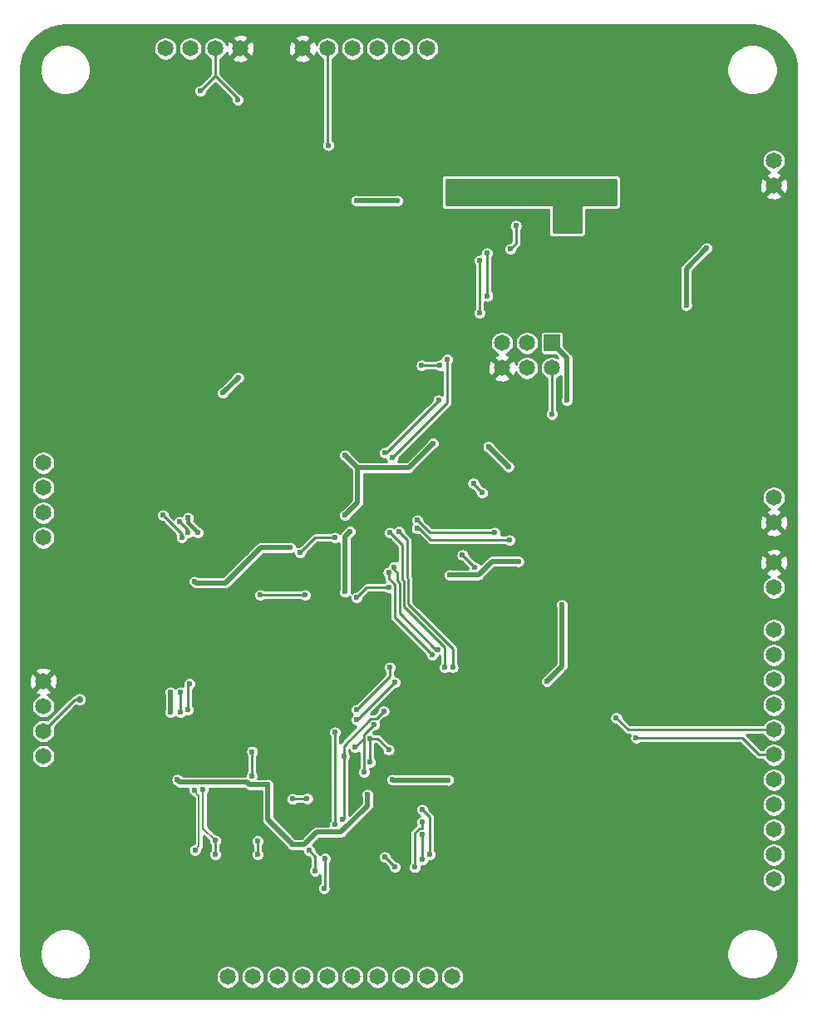
<source format=gbr>
%TF.GenerationSoftware,KiCad,Pcbnew,(5.1.9)-1*%
%TF.CreationDate,2021-03-24T10:42:52-04:00*%
%TF.ProjectId,dev_board,6465765f-626f-4617-9264-2e6b69636164,rev?*%
%TF.SameCoordinates,Original*%
%TF.FileFunction,Copper,L2,Bot*%
%TF.FilePolarity,Positive*%
%FSLAX46Y46*%
G04 Gerber Fmt 4.6, Leading zero omitted, Abs format (unit mm)*
G04 Created by KiCad (PCBNEW (5.1.9)-1) date 2021-03-24 10:42:52*
%MOMM*%
%LPD*%
G01*
G04 APERTURE LIST*
%TA.AperFunction,ComponentPad*%
%ADD10C,1.651000*%
%TD*%
%TA.AperFunction,ComponentPad*%
%ADD11R,1.651000X1.651000*%
%TD*%
%TA.AperFunction,ViaPad*%
%ADD12C,0.700000*%
%TD*%
%TA.AperFunction,ViaPad*%
%ADD13C,0.600000*%
%TD*%
%TA.AperFunction,Conductor*%
%ADD14C,0.508000*%
%TD*%
%TA.AperFunction,Conductor*%
%ADD15C,0.381000*%
%TD*%
%TA.AperFunction,Conductor*%
%ADD16C,0.254000*%
%TD*%
%TA.AperFunction,Conductor*%
%ADD17C,0.203200*%
%TD*%
%TA.AperFunction,Conductor*%
%ADD18C,0.100000*%
%TD*%
G04 APERTURE END LIST*
D10*
%TO.P,J2,2*%
%TO.N,GND*%
X175768000Y-98552000D03*
%TO.P,J2,1*%
%TO.N,Net-(C5-Pad2)*%
X175768000Y-96012000D03*
%TD*%
%TO.P,J3,2*%
%TO.N,GND*%
X175768000Y-102616000D03*
%TO.P,J3,1*%
%TO.N,Net-(F1-Pad1)*%
X175768000Y-105156000D03*
%TD*%
%TO.P,J4,6*%
%TO.N,GND*%
X127762000Y-50292000D03*
%TO.P,J4,5*%
%TO.N,/SPI3_AUX_CS*%
X130302000Y-50292000D03*
%TO.P,J4,4*%
%TO.N,/SPI3_MOSI*%
X132842000Y-50292000D03*
%TO.P,J4,3*%
%TO.N,/SPI3_MISO*%
X135382000Y-50292000D03*
%TO.P,J4,2*%
%TO.N,/SPI3_SCK*%
X137922000Y-50292000D03*
%TO.P,J4,1*%
%TO.N,/3V3*%
X140462000Y-50292000D03*
%TD*%
%TO.P,J5,10*%
%TO.N,/MAG_DRDY*%
X120142000Y-144780000D03*
%TO.P,J5,9*%
%TO.N,/MAG_CS*%
X122682000Y-144780000D03*
%TO.P,J5,8*%
%TO.N,/ACCEL_DRDY*%
X125222000Y-144780000D03*
%TO.P,J5,7*%
%TO.N,/ACCEL_CS*%
X127762000Y-144780000D03*
%TO.P,J5,6*%
%TO.N,/GYRO_CS*%
X130302000Y-144780000D03*
%TO.P,J5,5*%
%TO.N,/GYRO_DRDY*%
X132842000Y-144780000D03*
%TO.P,J5,4*%
%TO.N,/BARO_CS*%
X135382000Y-144780000D03*
%TO.P,J5,3*%
%TO.N,/SPI1_MOSI*%
X137922000Y-144780000D03*
%TO.P,J5,2*%
%TO.N,/SPI1_MISO*%
X140462000Y-144780000D03*
%TO.P,J5,1*%
%TO.N,/SPI1_SCK*%
X143002000Y-144780000D03*
%TD*%
D11*
%TO.P,J6,1*%
%TO.N,/3V3*%
X153162000Y-80264000D03*
D10*
%TO.P,J6,2*%
%TO.N,/USART1_TX*%
X153162000Y-82804000D03*
%TO.P,J6,3*%
%TO.N,/USART1_RX*%
X150622000Y-80264000D03*
%TO.P,J6,4*%
%TO.N,/SWDIO*%
X150622000Y-82804000D03*
%TO.P,J6,5*%
%TO.N,/SWCLK*%
X148082000Y-80264000D03*
%TO.P,J6,6*%
%TO.N,GND*%
X148082000Y-82804000D03*
%TD*%
%TO.P,J7,4*%
%TO.N,GND*%
X121412000Y-50292000D03*
%TO.P,J7,3*%
%TO.N,/I2C1_SDA*%
X118872000Y-50292000D03*
%TO.P,J7,2*%
%TO.N,/I2C1_SCL*%
X116332000Y-50292000D03*
%TO.P,J7,1*%
%TO.N,/3V3*%
X113792000Y-50292000D03*
%TD*%
%TO.P,J8,4*%
%TO.N,/~FRAM_CS*%
X101346000Y-92456000D03*
%TO.P,J8,3*%
%TO.N,/SPI2_MOSI*%
X101346000Y-94996000D03*
%TO.P,J8,2*%
%TO.N,/SPI2_MISO*%
X101346000Y-97536000D03*
%TO.P,J8,1*%
%TO.N,/SPI2_SCK*%
X101346000Y-100076000D03*
%TD*%
%TO.P,J9,4*%
%TO.N,GND*%
X101346000Y-114681000D03*
%TO.P,J9,3*%
%TO.N,/USART2_RX*%
X101346000Y-117221000D03*
%TO.P,J9,2*%
%TO.N,/USART2_TX*%
X101346000Y-119761000D03*
%TO.P,J9,1*%
%TO.N,/3V3*%
X101346000Y-122301000D03*
%TD*%
%TO.P,J10,11*%
%TO.N,/PB2*%
X175768000Y-109474000D03*
%TO.P,J10,10*%
%TO.N,/PA15*%
X175768000Y-112014000D03*
%TO.P,J10,9*%
%TO.N,/PA10*%
X175768000Y-114554000D03*
%TO.P,J10,8*%
%TO.N,/PA8*%
X175768000Y-117094000D03*
%TO.P,J10,7*%
%TO.N,/TIM3_CH4*%
X175768000Y-119634000D03*
%TO.P,J10,6*%
%TO.N,/TIM3_CH3*%
X175768000Y-122174000D03*
%TO.P,J10,5*%
%TO.N,/TIM3_CH2*%
X175768000Y-124714000D03*
%TO.P,J10,4*%
%TO.N,/TIM3_CH1*%
X175768000Y-127254000D03*
%TO.P,J10,3*%
%TO.N,/PB13*%
X175768000Y-129794000D03*
%TO.P,J10,2*%
%TO.N,/ADC_IN10*%
X175768000Y-132334000D03*
%TO.P,J10,1*%
%TO.N,/ADC_IN11*%
X175768000Y-134874000D03*
%TD*%
%TO.P,J11,2*%
%TO.N,GND*%
X175768000Y-64262000D03*
%TO.P,J11,1*%
%TO.N,/5V*%
X175768000Y-61722000D03*
%TD*%
D12*
%TO.N,GND*%
X159131000Y-52895500D03*
X160528000Y-48514000D03*
X163830000Y-48514000D03*
D13*
X123698000Y-90678000D03*
X125476000Y-91186000D03*
X119062500Y-94488000D03*
X120332500Y-95758000D03*
X118618000Y-129693200D03*
X125026399Y-126746000D03*
X118618000Y-127000000D03*
X115062000Y-131064000D03*
D12*
X130302000Y-105537000D03*
X145669000Y-91694000D03*
X130810000Y-85725000D03*
X142748000Y-105410000D03*
X141478000Y-107442000D03*
D13*
X125032619Y-97854619D03*
X113030000Y-94234000D03*
X112776000Y-91440000D03*
X128778000Y-123444000D03*
X128749781Y-125193781D03*
X134112000Y-130810000D03*
X122682000Y-100330000D03*
X133350000Y-80772000D03*
X107696000Y-76454000D03*
X107696000Y-84328000D03*
X107442000Y-68072000D03*
X109982000Y-66548000D03*
X109982000Y-69850000D03*
X172593000Y-78232000D03*
X171450000Y-70993000D03*
X170688000Y-80264000D03*
X164338000Y-84328000D03*
X169545000Y-93218000D03*
X166878000Y-60198000D03*
X165608000Y-60198000D03*
X162941000Y-60198000D03*
X166878000Y-94234000D03*
X154686000Y-91440000D03*
X153416000Y-92710000D03*
X160020000Y-94742000D03*
X160274000Y-96266000D03*
X161544000Y-96266000D03*
X136906000Y-111760000D03*
X136906000Y-109982000D03*
X131318000Y-131318000D03*
X133096000Y-132588000D03*
X137414000Y-125984000D03*
X112776000Y-113030000D03*
X116840000Y-123190000D03*
X120650000Y-123190000D03*
X118110000Y-116840000D03*
X120650000Y-114300000D03*
X123190000Y-111760000D03*
X125730000Y-109220000D03*
X129540000Y-107950000D03*
X132080000Y-110490000D03*
X132080000Y-114300000D03*
X127000000Y-119380000D03*
X147320000Y-144780000D03*
X154940000Y-144780000D03*
X162560000Y-144780000D03*
X170180000Y-144780000D03*
X116840000Y-144780000D03*
X109220000Y-144780000D03*
X101600000Y-137160000D03*
X101600000Y-129540000D03*
X101600000Y-111760000D03*
X101600000Y-104140000D03*
X101600000Y-88900000D03*
X101600000Y-81280000D03*
X101600000Y-73660000D03*
X101600000Y-66040000D03*
X101600000Y-58420000D03*
X109220000Y-50800000D03*
X124460000Y-50800000D03*
X144780000Y-50800000D03*
X152400000Y-50800000D03*
X167640000Y-50800000D03*
X175260000Y-58420000D03*
X175260000Y-67310000D03*
X175260000Y-80010000D03*
X176530000Y-88900000D03*
X171450000Y-99060000D03*
X156210000Y-104140000D03*
X160020000Y-107950000D03*
X167640000Y-107950000D03*
X154940000Y-119380000D03*
X162560000Y-127000000D03*
X170180000Y-134620000D03*
X147320000Y-124460000D03*
X144780000Y-132080000D03*
X144780000Y-139700000D03*
X106680000Y-127000000D03*
X116840000Y-137160000D03*
X124460000Y-81280000D03*
X119380000Y-76200000D03*
X121920000Y-71120000D03*
X127000000Y-68580000D03*
X132080000Y-73660000D03*
X129540000Y-81280000D03*
X151130000Y-73660000D03*
X149860000Y-77470000D03*
X144780000Y-81280000D03*
X143510000Y-87630000D03*
X147320000Y-88900000D03*
X148590000Y-85090000D03*
X157480000Y-78740000D03*
X160020000Y-76200000D03*
X162560000Y-73660000D03*
X156210000Y-69850000D03*
X168910000Y-64770000D03*
X166370000Y-69850000D03*
X158750000Y-90170000D03*
X158750000Y-83820000D03*
X162560000Y-78740000D03*
X107950000Y-104140000D03*
X111760000Y-107950000D03*
X107950000Y-115570000D03*
%TO.N,/3V3*%
X142748000Y-65786000D03*
X137414000Y-65786000D03*
X154178000Y-106934000D03*
X152654000Y-114676200D03*
X142586031Y-124731867D03*
X136906000Y-124714000D03*
X158496000Y-65278000D03*
X144272000Y-65278000D03*
X126746000Y-131318000D03*
X124206000Y-125222000D03*
X122834062Y-101752062D03*
X132080000Y-105587001D03*
X134366000Y-126238000D03*
X148718119Y-92838119D03*
X146679230Y-90799230D03*
X154686000Y-86106000D03*
X154940000Y-65278000D03*
X151384000Y-65278000D03*
X147828000Y-65278000D03*
X154242619Y-68644619D03*
X155258619Y-67628619D03*
X141041410Y-90488619D03*
X132080000Y-91694000D03*
X132080000Y-97790000D03*
X114996040Y-124722731D03*
X126492000Y-101092000D03*
X116757921Y-104553521D03*
X149731758Y-102490242D03*
X142748000Y-103886000D03*
X132588000Y-99445800D03*
X133227800Y-65786000D03*
X116078000Y-98044000D03*
X117094000Y-99568000D03*
X114300000Y-117856000D03*
X114300000Y-115824000D03*
X119634000Y-85344000D03*
X121192560Y-83785440D03*
%TO.N,/5V*%
X168910000Y-70612000D03*
X166832477Y-76408477D03*
%TO.N,/SPI3_AUX_CS*%
X130364381Y-60135619D03*
%TO.N,/SPI1_SCK*%
X139954000Y-127762000D03*
X140716000Y-132334000D03*
%TO.N,/SPI1_MISO*%
X134632720Y-120533482D03*
X136520200Y-121666000D03*
X134632719Y-122936000D03*
X139954000Y-130302000D03*
X139960915Y-132848915D03*
%TO.N,/SPI1_MOSI*%
X135016200Y-119126000D03*
X134000364Y-123943874D03*
X133096000Y-121412000D03*
X139954000Y-129032000D03*
X139198915Y-133610915D03*
%TO.N,/MAG_CS*%
X116227404Y-114957404D03*
X116078000Y-117602000D03*
X117602000Y-125730000D03*
X118857838Y-130902800D03*
X118872000Y-132334000D03*
%TO.N,/MAG_DRDY*%
X115316000Y-115824000D03*
X115316000Y-117856000D03*
X116754779Y-125774018D03*
X116793831Y-131873148D03*
%TO.N,/GYRO_CS*%
X126735999Y-126665659D03*
X136016200Y-117729000D03*
X131953000Y-122301000D03*
X128215800Y-126619000D03*
X131826000Y-128778000D03*
X130048000Y-132719800D03*
X129922281Y-135761719D03*
%TO.N,/ACCEL_DRDY*%
X137160000Y-114808000D03*
X133255801Y-118618000D03*
X122617381Y-121855381D03*
X122561915Y-124339915D03*
X123190000Y-132334000D03*
X123190000Y-130967200D03*
%TO.N,/GYRO_DRDY*%
X136652000Y-113284000D03*
X133255801Y-117602000D03*
X131070915Y-129292915D03*
X131064000Y-119888000D03*
X129032000Y-133980200D03*
X128427199Y-131922801D03*
%TO.N,/BARO_CS*%
X137160000Y-133604000D03*
X136144000Y-132588000D03*
%TO.N,/SWCLK*%
X139882590Y-82550000D03*
X141732000Y-82550000D03*
%TO.N,/USART1_RX*%
X136144000Y-91440000D03*
X141600200Y-86106000D03*
%TO.N,/USART1_TX*%
X153163119Y-87504119D03*
%TO.N,/I2C1_SDA*%
X121158000Y-55494200D03*
X117348000Y-54610000D03*
%TO.N,/SPI2_SCK*%
X123444000Y-105918000D03*
X128016000Y-105918000D03*
X133255801Y-106172000D03*
X136516200Y-105156000D03*
%TO.N,/SPI2_MOSI*%
X116078000Y-99568000D03*
X115234881Y-98470881D03*
%TO.N,/~FRAM_CS*%
X127508000Y-101600000D03*
X131064000Y-100076000D03*
X115436674Y-100051564D03*
X113538000Y-97790000D03*
D12*
%TO.N,/USART2_TX*%
X105029000Y-116540800D03*
D13*
%TO.N,/PA10*%
X145154142Y-94528600D03*
X146051119Y-95505119D03*
%TO.N,/PA15*%
X139446000Y-98298000D03*
X147320000Y-99568000D03*
%TO.N,/SD_DETECT*%
X136906000Y-91948000D03*
X142494000Y-81919800D03*
%TO.N,/SDIO_D1*%
X145796000Y-71882000D03*
X145796000Y-77216000D03*
%TO.N,/SDIO_D0*%
X146580968Y-75460968D03*
X146558000Y-71120000D03*
%TO.N,/SDIO_CK*%
X149483800Y-68326000D03*
X148922434Y-70690434D03*
%TO.N,/TIM3_CH3*%
X136516200Y-103632000D03*
X140970000Y-112014000D03*
X161743691Y-120450309D03*
%TO.N,/TIM3_CH4*%
X137095381Y-103059381D03*
X141537949Y-111446051D03*
X159711691Y-118418309D03*
%TO.N,/PB13*%
X144048220Y-101854000D03*
X145308620Y-103124000D03*
%TO.N,/ADC_IN10*%
X137566050Y-99466050D03*
X143043203Y-113284000D03*
%TO.N,/ADC_IN11*%
X136652000Y-99568000D03*
X142240000Y-113284000D03*
%TO.N,/PB2*%
X139401982Y-99145221D03*
X148844000Y-100330000D03*
%TD*%
D14*
%TO.N,GND*%
X160020000Y-96012000D02*
X160274000Y-96266000D01*
X160020000Y-94742000D02*
X160020000Y-96012000D01*
%TO.N,/3V3*%
X142748000Y-65786000D02*
X142748000Y-66040000D01*
X154178000Y-113152200D02*
X152654000Y-114676200D01*
X154178000Y-106934000D02*
X154178000Y-113152200D01*
X136923867Y-124731867D02*
X136906000Y-124714000D01*
X142586031Y-124731867D02*
X136923867Y-124731867D01*
X148718119Y-92838119D02*
X146679230Y-90799230D01*
X154686000Y-81788000D02*
X153162000Y-80264000D01*
X154686000Y-86106000D02*
X154686000Y-81788000D01*
X154242619Y-68644619D02*
X155258619Y-67628619D01*
X141041410Y-90488619D02*
X138566029Y-92964000D01*
X133350000Y-92964000D02*
X132080000Y-91694000D01*
X138566029Y-92964000D02*
X133350000Y-92964000D01*
X133350000Y-96520000D02*
X132080000Y-97790000D01*
X133350000Y-92964000D02*
X133350000Y-96520000D01*
X134366000Y-127358658D02*
X134366000Y-126238000D01*
X131674542Y-130050116D02*
X134366000Y-127358658D01*
X129179226Y-130050116D02*
X131674542Y-130050116D01*
X127911342Y-131318000D02*
X129179226Y-130050116D01*
X126746000Y-131318000D02*
X127911342Y-131318000D01*
X124206000Y-128778000D02*
X126746000Y-131318000D01*
X124206000Y-125222000D02*
X124206000Y-128778000D01*
X122323342Y-125222000D02*
X124206000Y-125222000D01*
X122074141Y-124972799D02*
X122323342Y-125222000D01*
X115246108Y-124972799D02*
X122074141Y-124972799D01*
X114996040Y-124722731D02*
X115246108Y-124972799D01*
X123494124Y-101092000D02*
X122834062Y-101752062D01*
X126492000Y-101092000D02*
X123494124Y-101092000D01*
X119888000Y-104698124D02*
X122834062Y-101752062D01*
X116902524Y-104698124D02*
X116757921Y-104553521D01*
X119888000Y-104698124D02*
X116902524Y-104698124D01*
X145667278Y-103886000D02*
X142748000Y-103886000D01*
X147063036Y-102490242D02*
X145667278Y-103886000D01*
X149731758Y-102490242D02*
X147063036Y-102490242D01*
X132080000Y-99953800D02*
X132080000Y-105587001D01*
X132588000Y-99445800D02*
X132080000Y-99953800D01*
X137414000Y-65786000D02*
X133227800Y-65786000D01*
D15*
X116078000Y-98552000D02*
X117094000Y-99568000D01*
X116078000Y-98044000D02*
X116078000Y-98552000D01*
D14*
X114300000Y-117856000D02*
X114300000Y-115824000D01*
X119634000Y-85344000D02*
X121192560Y-83785440D01*
%TO.N,/5V*%
X166832477Y-72689523D02*
X166832477Y-76408477D01*
X168910000Y-70612000D02*
X166832477Y-72689523D01*
D16*
%TO.N,/SPI3_AUX_CS*%
X130302000Y-60073238D02*
X130302000Y-50292000D01*
X130364381Y-60135619D02*
X130302000Y-60073238D01*
%TO.N,/SPI1_SCK*%
X140716000Y-128524000D02*
X140716000Y-132334000D01*
X139954000Y-127762000D02*
X140716000Y-128524000D01*
%TO.N,/SPI1_MISO*%
X135387682Y-120533482D02*
X136520200Y-121666000D01*
X134632720Y-120533482D02*
X135387682Y-120533482D01*
X134632720Y-122935999D02*
X134632719Y-122936000D01*
X134632720Y-120533482D02*
X134632720Y-122935999D01*
X139954000Y-132842000D02*
X139960915Y-132848915D01*
X139954000Y-130302000D02*
X139954000Y-132842000D01*
%TO.N,/SPI1_MOSI*%
X134002519Y-123941719D02*
X134000364Y-123943874D01*
X134002519Y-120139681D02*
X134002519Y-123941719D01*
X135016200Y-119126000D02*
X134002519Y-120139681D01*
X134002519Y-120505481D02*
X133096000Y-121412000D01*
X134002519Y-120139681D02*
X134002519Y-120505481D01*
X139198915Y-130124387D02*
X139198915Y-133610915D01*
X139651503Y-129671799D02*
X139198915Y-130124387D01*
X139954000Y-129671799D02*
X139651503Y-129671799D01*
X139954000Y-129032000D02*
X139954000Y-129671799D01*
%TO.N,/MAG_CS*%
X116078000Y-115106808D02*
X116078000Y-117602000D01*
X116227404Y-114957404D02*
X116078000Y-115106808D01*
D17*
X117602000Y-129646962D02*
X118857838Y-130902800D01*
X117602000Y-125730000D02*
X117602000Y-129646962D01*
D16*
X118872000Y-130916962D02*
X118857838Y-130902800D01*
X118872000Y-132334000D02*
X118872000Y-130916962D01*
%TO.N,/MAG_DRDY*%
X115316000Y-115824000D02*
X115316000Y-117856000D01*
D17*
X116754779Y-125898779D02*
X117195590Y-126339590D01*
X116754779Y-125774018D02*
X116754779Y-125898779D01*
X117195590Y-131471389D02*
X116793831Y-131873148D01*
X117195590Y-126339590D02*
X117195590Y-131471389D01*
D16*
%TO.N,/GYRO_CS*%
X131953000Y-121256502D02*
X131953000Y-122301000D01*
X134713703Y-118495799D02*
X131953000Y-121256502D01*
X135249401Y-118495799D02*
X134713703Y-118495799D01*
X136016200Y-117729000D02*
X135249401Y-118495799D01*
X126782658Y-126619000D02*
X126735999Y-126665659D01*
X128215800Y-126619000D02*
X126782658Y-126619000D01*
X131953000Y-128651000D02*
X131826000Y-128778000D01*
X131953000Y-122301000D02*
X131953000Y-128651000D01*
X130048000Y-135636000D02*
X129922281Y-135761719D01*
X130048000Y-132719800D02*
X130048000Y-135636000D01*
%TO.N,/ACCEL_DRDY*%
X133350000Y-118618000D02*
X133255801Y-118618000D01*
X137160000Y-114808000D02*
X133350000Y-118618000D01*
X122617381Y-124284449D02*
X122561915Y-124339915D01*
X122617381Y-121855381D02*
X122617381Y-124284449D01*
X123190000Y-132334000D02*
X123190000Y-130967200D01*
%TO.N,/GYRO_DRDY*%
X136652000Y-114205801D02*
X133255801Y-117602000D01*
X136652000Y-113284000D02*
X136652000Y-114205801D01*
X131064000Y-129286000D02*
X131070915Y-129292915D01*
X131064000Y-120527800D02*
X131064000Y-129286000D01*
X131064000Y-120527800D02*
X131064000Y-119888000D01*
X129032000Y-132527602D02*
X128427199Y-131922801D01*
X129032000Y-133980200D02*
X129032000Y-132527602D01*
%TO.N,/BARO_CS*%
X137160000Y-133604000D02*
X136144000Y-132588000D01*
%TO.N,/SWCLK*%
X139882590Y-82550000D02*
X141732000Y-82550000D01*
%TO.N,/USART1_RX*%
X136266200Y-91440000D02*
X141600200Y-86106000D01*
X136144000Y-91440000D02*
X136266200Y-91440000D01*
%TO.N,/USART1_TX*%
X153163119Y-82805119D02*
X153162000Y-82804000D01*
X153163119Y-87504119D02*
X153163119Y-82805119D01*
%TO.N,/I2C1_SDA*%
X121158000Y-55494200D02*
X121158000Y-55372000D01*
X121158000Y-55372000D02*
X118872000Y-53086000D01*
X117348000Y-54610000D02*
X118872000Y-53086000D01*
X118872000Y-52832000D02*
X118872000Y-50292000D01*
X118872000Y-53086000D02*
X118872000Y-52832000D01*
%TO.N,/SPI2_SCK*%
X123444000Y-105918000D02*
X128016000Y-105918000D01*
X134271801Y-105156000D02*
X136516200Y-105156000D01*
X133255801Y-106172000D02*
X134271801Y-105156000D01*
%TO.N,/SPI2_MOSI*%
X116078000Y-99314000D02*
X115234881Y-98470881D01*
X116078000Y-99568000D02*
X116078000Y-99314000D01*
%TO.N,/~FRAM_CS*%
X129032000Y-100076000D02*
X131064000Y-100076000D01*
X127508000Y-101600000D02*
X129032000Y-100076000D01*
X115436674Y-99688674D02*
X113538000Y-97790000D01*
X115436674Y-100051564D02*
X115436674Y-99688674D01*
%TO.N,/USART2_TX*%
X104566200Y-116540800D02*
X101346000Y-119761000D01*
X105029000Y-116540800D02*
X104566200Y-116540800D01*
%TO.N,/PA10*%
X145154142Y-94608142D02*
X146051119Y-95505119D01*
X145154142Y-94528600D02*
X145154142Y-94608142D01*
%TO.N,/PA15*%
X140716000Y-99568000D02*
X147320000Y-99568000D01*
X139446000Y-98298000D02*
X140716000Y-99568000D01*
%TO.N,/SD_DETECT*%
X142494000Y-86360000D02*
X142494000Y-81919800D01*
X136906000Y-91948000D02*
X142494000Y-86360000D01*
%TO.N,/SDIO_D1*%
X145796000Y-71882000D02*
X145796000Y-76200000D01*
X145796000Y-76200000D02*
X145796000Y-77216000D01*
%TO.N,/SDIO_D0*%
X146558000Y-71120000D02*
X146558000Y-75438000D01*
X146558000Y-75438000D02*
X146580968Y-75460968D01*
%TO.N,/SDIO_CK*%
X149483800Y-68326000D02*
X149483800Y-70129068D01*
X149483800Y-70129068D02*
X148922434Y-70690434D01*
%TO.N,/TIM3_CH3*%
X136516200Y-104223302D02*
X137160000Y-104867102D01*
X136516200Y-103632000D02*
X136516200Y-104223302D01*
X137160000Y-108204000D02*
X140970000Y-112014000D01*
X137160000Y-104867102D02*
X137160000Y-108204000D01*
X161743691Y-120450309D02*
X172520309Y-120450309D01*
X174244000Y-122174000D02*
X175768000Y-122174000D01*
X172520309Y-120450309D02*
X174244000Y-122174000D01*
%TO.N,/TIM3_CH4*%
X137414000Y-104474510D02*
X137617210Y-104677720D01*
X137414000Y-103632000D02*
X137414000Y-104474510D01*
X137095381Y-103313381D02*
X137414000Y-103632000D01*
X137095381Y-103059381D02*
X137095381Y-103313381D01*
X141334749Y-111446051D02*
X141537949Y-111446051D01*
X137617210Y-107728512D02*
X141334749Y-111446051D01*
X137617210Y-104677720D02*
X137617210Y-107728512D01*
X160927382Y-119634000D02*
X175768000Y-119634000D01*
X159711691Y-118418309D02*
X160927382Y-119634000D01*
%TO.N,/PB13*%
X144048220Y-101863600D02*
X145308620Y-103124000D01*
X144048220Y-101854000D02*
X144048220Y-101863600D01*
%TO.N,/ADC_IN10*%
X137566050Y-99466050D02*
X138430000Y-100330000D01*
X138430000Y-104197326D02*
X138531630Y-104298956D01*
X138430000Y-100330000D02*
X138430000Y-104197326D01*
X143043203Y-111372015D02*
X143043203Y-113284000D01*
X138531630Y-106860442D02*
X143043203Y-111372015D01*
X138531630Y-104298956D02*
X138531630Y-106860442D01*
%TO.N,/ADC_IN11*%
X136652000Y-99568000D02*
X137922000Y-100838000D01*
X137922000Y-100838000D02*
X137922000Y-103886000D01*
X137922000Y-104335918D02*
X138074420Y-104488338D01*
X137922000Y-103886000D02*
X137922000Y-104335918D01*
X142240000Y-111215404D02*
X142240000Y-113284000D01*
X138074420Y-107049824D02*
X142240000Y-111215404D01*
X138074420Y-104488338D02*
X138074420Y-107049824D01*
%TO.N,/PB2*%
X140831408Y-100330000D02*
X148844000Y-100330000D01*
X139646629Y-99145221D02*
X140831408Y-100330000D01*
X139401982Y-99145221D02*
X139646629Y-99145221D01*
%TD*%
%TO.N,GND*%
X174296075Y-48002566D02*
X175084417Y-48218232D01*
X175822107Y-48570093D01*
X176485830Y-49047025D01*
X177054606Y-49633957D01*
X177510457Y-50312334D01*
X177838975Y-51060718D01*
X178030659Y-51859143D01*
X178081001Y-52544662D01*
X178081000Y-142345565D01*
X178006433Y-143181077D01*
X177790767Y-143969418D01*
X177438908Y-144707104D01*
X176961974Y-145370831D01*
X176375042Y-145939607D01*
X175696663Y-146395459D01*
X174948281Y-146723976D01*
X174149854Y-146915660D01*
X173464365Y-146966000D01*
X103663434Y-146966000D01*
X102827922Y-146891433D01*
X102039581Y-146675767D01*
X101301892Y-146323907D01*
X100638167Y-145846972D01*
X100069390Y-145260039D01*
X99613542Y-144581666D01*
X99285024Y-143833282D01*
X99093340Y-143034855D01*
X99043000Y-142349366D01*
X99043000Y-142192057D01*
X100973525Y-142192057D01*
X100973525Y-142701943D01*
X101072998Y-143202030D01*
X101268123Y-143673103D01*
X101551400Y-144097057D01*
X101911943Y-144457600D01*
X102335897Y-144740877D01*
X102806970Y-144936002D01*
X103307057Y-145035475D01*
X103816943Y-145035475D01*
X104317030Y-144936002D01*
X104788103Y-144740877D01*
X104907392Y-144661170D01*
X118935500Y-144661170D01*
X118935500Y-144898830D01*
X118981865Y-145131923D01*
X119072813Y-145351492D01*
X119204850Y-145549099D01*
X119372901Y-145717150D01*
X119570508Y-145849187D01*
X119790077Y-145940135D01*
X120023170Y-145986500D01*
X120260830Y-145986500D01*
X120493923Y-145940135D01*
X120713492Y-145849187D01*
X120911099Y-145717150D01*
X121079150Y-145549099D01*
X121211187Y-145351492D01*
X121302135Y-145131923D01*
X121348500Y-144898830D01*
X121348500Y-144661170D01*
X121475500Y-144661170D01*
X121475500Y-144898830D01*
X121521865Y-145131923D01*
X121612813Y-145351492D01*
X121744850Y-145549099D01*
X121912901Y-145717150D01*
X122110508Y-145849187D01*
X122330077Y-145940135D01*
X122563170Y-145986500D01*
X122800830Y-145986500D01*
X123033923Y-145940135D01*
X123253492Y-145849187D01*
X123451099Y-145717150D01*
X123619150Y-145549099D01*
X123751187Y-145351492D01*
X123842135Y-145131923D01*
X123888500Y-144898830D01*
X123888500Y-144661170D01*
X124015500Y-144661170D01*
X124015500Y-144898830D01*
X124061865Y-145131923D01*
X124152813Y-145351492D01*
X124284850Y-145549099D01*
X124452901Y-145717150D01*
X124650508Y-145849187D01*
X124870077Y-145940135D01*
X125103170Y-145986500D01*
X125340830Y-145986500D01*
X125573923Y-145940135D01*
X125793492Y-145849187D01*
X125991099Y-145717150D01*
X126159150Y-145549099D01*
X126291187Y-145351492D01*
X126382135Y-145131923D01*
X126428500Y-144898830D01*
X126428500Y-144661170D01*
X126555500Y-144661170D01*
X126555500Y-144898830D01*
X126601865Y-145131923D01*
X126692813Y-145351492D01*
X126824850Y-145549099D01*
X126992901Y-145717150D01*
X127190508Y-145849187D01*
X127410077Y-145940135D01*
X127643170Y-145986500D01*
X127880830Y-145986500D01*
X128113923Y-145940135D01*
X128333492Y-145849187D01*
X128531099Y-145717150D01*
X128699150Y-145549099D01*
X128831187Y-145351492D01*
X128922135Y-145131923D01*
X128968500Y-144898830D01*
X128968500Y-144661170D01*
X129095500Y-144661170D01*
X129095500Y-144898830D01*
X129141865Y-145131923D01*
X129232813Y-145351492D01*
X129364850Y-145549099D01*
X129532901Y-145717150D01*
X129730508Y-145849187D01*
X129950077Y-145940135D01*
X130183170Y-145986500D01*
X130420830Y-145986500D01*
X130653923Y-145940135D01*
X130873492Y-145849187D01*
X131071099Y-145717150D01*
X131239150Y-145549099D01*
X131371187Y-145351492D01*
X131462135Y-145131923D01*
X131508500Y-144898830D01*
X131508500Y-144661170D01*
X131635500Y-144661170D01*
X131635500Y-144898830D01*
X131681865Y-145131923D01*
X131772813Y-145351492D01*
X131904850Y-145549099D01*
X132072901Y-145717150D01*
X132270508Y-145849187D01*
X132490077Y-145940135D01*
X132723170Y-145986500D01*
X132960830Y-145986500D01*
X133193923Y-145940135D01*
X133413492Y-145849187D01*
X133611099Y-145717150D01*
X133779150Y-145549099D01*
X133911187Y-145351492D01*
X134002135Y-145131923D01*
X134048500Y-144898830D01*
X134048500Y-144661170D01*
X134175500Y-144661170D01*
X134175500Y-144898830D01*
X134221865Y-145131923D01*
X134312813Y-145351492D01*
X134444850Y-145549099D01*
X134612901Y-145717150D01*
X134810508Y-145849187D01*
X135030077Y-145940135D01*
X135263170Y-145986500D01*
X135500830Y-145986500D01*
X135733923Y-145940135D01*
X135953492Y-145849187D01*
X136151099Y-145717150D01*
X136319150Y-145549099D01*
X136451187Y-145351492D01*
X136542135Y-145131923D01*
X136588500Y-144898830D01*
X136588500Y-144661170D01*
X136715500Y-144661170D01*
X136715500Y-144898830D01*
X136761865Y-145131923D01*
X136852813Y-145351492D01*
X136984850Y-145549099D01*
X137152901Y-145717150D01*
X137350508Y-145849187D01*
X137570077Y-145940135D01*
X137803170Y-145986500D01*
X138040830Y-145986500D01*
X138273923Y-145940135D01*
X138493492Y-145849187D01*
X138691099Y-145717150D01*
X138859150Y-145549099D01*
X138991187Y-145351492D01*
X139082135Y-145131923D01*
X139128500Y-144898830D01*
X139128500Y-144661170D01*
X139255500Y-144661170D01*
X139255500Y-144898830D01*
X139301865Y-145131923D01*
X139392813Y-145351492D01*
X139524850Y-145549099D01*
X139692901Y-145717150D01*
X139890508Y-145849187D01*
X140110077Y-145940135D01*
X140343170Y-145986500D01*
X140580830Y-145986500D01*
X140813923Y-145940135D01*
X141033492Y-145849187D01*
X141231099Y-145717150D01*
X141399150Y-145549099D01*
X141531187Y-145351492D01*
X141622135Y-145131923D01*
X141668500Y-144898830D01*
X141668500Y-144661170D01*
X141795500Y-144661170D01*
X141795500Y-144898830D01*
X141841865Y-145131923D01*
X141932813Y-145351492D01*
X142064850Y-145549099D01*
X142232901Y-145717150D01*
X142430508Y-145849187D01*
X142650077Y-145940135D01*
X142883170Y-145986500D01*
X143120830Y-145986500D01*
X143353923Y-145940135D01*
X143573492Y-145849187D01*
X143771099Y-145717150D01*
X143939150Y-145549099D01*
X144071187Y-145351492D01*
X144162135Y-145131923D01*
X144208500Y-144898830D01*
X144208500Y-144661170D01*
X144162135Y-144428077D01*
X144071187Y-144208508D01*
X143939150Y-144010901D01*
X143771099Y-143842850D01*
X143573492Y-143710813D01*
X143353923Y-143619865D01*
X143120830Y-143573500D01*
X142883170Y-143573500D01*
X142650077Y-143619865D01*
X142430508Y-143710813D01*
X142232901Y-143842850D01*
X142064850Y-144010901D01*
X141932813Y-144208508D01*
X141841865Y-144428077D01*
X141795500Y-144661170D01*
X141668500Y-144661170D01*
X141622135Y-144428077D01*
X141531187Y-144208508D01*
X141399150Y-144010901D01*
X141231099Y-143842850D01*
X141033492Y-143710813D01*
X140813923Y-143619865D01*
X140580830Y-143573500D01*
X140343170Y-143573500D01*
X140110077Y-143619865D01*
X139890508Y-143710813D01*
X139692901Y-143842850D01*
X139524850Y-144010901D01*
X139392813Y-144208508D01*
X139301865Y-144428077D01*
X139255500Y-144661170D01*
X139128500Y-144661170D01*
X139082135Y-144428077D01*
X138991187Y-144208508D01*
X138859150Y-144010901D01*
X138691099Y-143842850D01*
X138493492Y-143710813D01*
X138273923Y-143619865D01*
X138040830Y-143573500D01*
X137803170Y-143573500D01*
X137570077Y-143619865D01*
X137350508Y-143710813D01*
X137152901Y-143842850D01*
X136984850Y-144010901D01*
X136852813Y-144208508D01*
X136761865Y-144428077D01*
X136715500Y-144661170D01*
X136588500Y-144661170D01*
X136542135Y-144428077D01*
X136451187Y-144208508D01*
X136319150Y-144010901D01*
X136151099Y-143842850D01*
X135953492Y-143710813D01*
X135733923Y-143619865D01*
X135500830Y-143573500D01*
X135263170Y-143573500D01*
X135030077Y-143619865D01*
X134810508Y-143710813D01*
X134612901Y-143842850D01*
X134444850Y-144010901D01*
X134312813Y-144208508D01*
X134221865Y-144428077D01*
X134175500Y-144661170D01*
X134048500Y-144661170D01*
X134002135Y-144428077D01*
X133911187Y-144208508D01*
X133779150Y-144010901D01*
X133611099Y-143842850D01*
X133413492Y-143710813D01*
X133193923Y-143619865D01*
X132960830Y-143573500D01*
X132723170Y-143573500D01*
X132490077Y-143619865D01*
X132270508Y-143710813D01*
X132072901Y-143842850D01*
X131904850Y-144010901D01*
X131772813Y-144208508D01*
X131681865Y-144428077D01*
X131635500Y-144661170D01*
X131508500Y-144661170D01*
X131462135Y-144428077D01*
X131371187Y-144208508D01*
X131239150Y-144010901D01*
X131071099Y-143842850D01*
X130873492Y-143710813D01*
X130653923Y-143619865D01*
X130420830Y-143573500D01*
X130183170Y-143573500D01*
X129950077Y-143619865D01*
X129730508Y-143710813D01*
X129532901Y-143842850D01*
X129364850Y-144010901D01*
X129232813Y-144208508D01*
X129141865Y-144428077D01*
X129095500Y-144661170D01*
X128968500Y-144661170D01*
X128922135Y-144428077D01*
X128831187Y-144208508D01*
X128699150Y-144010901D01*
X128531099Y-143842850D01*
X128333492Y-143710813D01*
X128113923Y-143619865D01*
X127880830Y-143573500D01*
X127643170Y-143573500D01*
X127410077Y-143619865D01*
X127190508Y-143710813D01*
X126992901Y-143842850D01*
X126824850Y-144010901D01*
X126692813Y-144208508D01*
X126601865Y-144428077D01*
X126555500Y-144661170D01*
X126428500Y-144661170D01*
X126382135Y-144428077D01*
X126291187Y-144208508D01*
X126159150Y-144010901D01*
X125991099Y-143842850D01*
X125793492Y-143710813D01*
X125573923Y-143619865D01*
X125340830Y-143573500D01*
X125103170Y-143573500D01*
X124870077Y-143619865D01*
X124650508Y-143710813D01*
X124452901Y-143842850D01*
X124284850Y-144010901D01*
X124152813Y-144208508D01*
X124061865Y-144428077D01*
X124015500Y-144661170D01*
X123888500Y-144661170D01*
X123842135Y-144428077D01*
X123751187Y-144208508D01*
X123619150Y-144010901D01*
X123451099Y-143842850D01*
X123253492Y-143710813D01*
X123033923Y-143619865D01*
X122800830Y-143573500D01*
X122563170Y-143573500D01*
X122330077Y-143619865D01*
X122110508Y-143710813D01*
X121912901Y-143842850D01*
X121744850Y-144010901D01*
X121612813Y-144208508D01*
X121521865Y-144428077D01*
X121475500Y-144661170D01*
X121348500Y-144661170D01*
X121302135Y-144428077D01*
X121211187Y-144208508D01*
X121079150Y-144010901D01*
X120911099Y-143842850D01*
X120713492Y-143710813D01*
X120493923Y-143619865D01*
X120260830Y-143573500D01*
X120023170Y-143573500D01*
X119790077Y-143619865D01*
X119570508Y-143710813D01*
X119372901Y-143842850D01*
X119204850Y-144010901D01*
X119072813Y-144208508D01*
X118981865Y-144428077D01*
X118935500Y-144661170D01*
X104907392Y-144661170D01*
X105212057Y-144457600D01*
X105572600Y-144097057D01*
X105855877Y-143673103D01*
X106051002Y-143202030D01*
X106150475Y-142701943D01*
X106150475Y-142192058D01*
X170973526Y-142192058D01*
X170973526Y-142701942D01*
X171072999Y-143202030D01*
X171268124Y-143673102D01*
X171551401Y-144097056D01*
X171911944Y-144457599D01*
X172335898Y-144740876D01*
X172806970Y-144936001D01*
X173307058Y-145035474D01*
X173816942Y-145035474D01*
X174317030Y-144936001D01*
X174788102Y-144740876D01*
X175212056Y-144457599D01*
X175572599Y-144097056D01*
X175855876Y-143673102D01*
X176051001Y-143202030D01*
X176150474Y-142701942D01*
X176150474Y-142192058D01*
X176051001Y-141691970D01*
X175855876Y-141220898D01*
X175572599Y-140796944D01*
X175212056Y-140436401D01*
X174788102Y-140153124D01*
X174317030Y-139957999D01*
X173816942Y-139858526D01*
X173307058Y-139858526D01*
X172806970Y-139957999D01*
X172335898Y-140153124D01*
X171911944Y-140436401D01*
X171551401Y-140796944D01*
X171268124Y-141220898D01*
X171072999Y-141691970D01*
X170973526Y-142192058D01*
X106150475Y-142192058D01*
X106150475Y-142192057D01*
X106051002Y-141691970D01*
X105855877Y-141220897D01*
X105572600Y-140796943D01*
X105212057Y-140436400D01*
X104788103Y-140153123D01*
X104317030Y-139957998D01*
X103816943Y-139858525D01*
X103307057Y-139858525D01*
X102806970Y-139957998D01*
X102335897Y-140153123D01*
X101911943Y-140436400D01*
X101551400Y-140796943D01*
X101268123Y-141220897D01*
X101072998Y-141691970D01*
X100973525Y-142192057D01*
X99043000Y-142192057D01*
X99043000Y-124655658D01*
X114315040Y-124655658D01*
X114315040Y-124789804D01*
X114341211Y-124921371D01*
X114392546Y-125045305D01*
X114467073Y-125156843D01*
X114561928Y-125251698D01*
X114673466Y-125326225D01*
X114721339Y-125346055D01*
X114775037Y-125399753D01*
X114794923Y-125423984D01*
X114819152Y-125443868D01*
X114891615Y-125503337D01*
X114989913Y-125555879D01*
X115001928Y-125562301D01*
X115121626Y-125598611D01*
X115214916Y-125607799D01*
X115214919Y-125607799D01*
X115246108Y-125610871D01*
X115277297Y-125607799D01*
X116093501Y-125607799D01*
X116073779Y-125706945D01*
X116073779Y-125841091D01*
X116099950Y-125972658D01*
X116151285Y-126096592D01*
X116225812Y-126208130D01*
X116320667Y-126302985D01*
X116432205Y-126377512D01*
X116556139Y-126428847D01*
X116613822Y-126440321D01*
X116712990Y-126539490D01*
X116712991Y-131194887D01*
X116595191Y-131218319D01*
X116471257Y-131269654D01*
X116359719Y-131344181D01*
X116264864Y-131439036D01*
X116190337Y-131550574D01*
X116139002Y-131674508D01*
X116112831Y-131806075D01*
X116112831Y-131940221D01*
X116139002Y-132071788D01*
X116190337Y-132195722D01*
X116264864Y-132307260D01*
X116359719Y-132402115D01*
X116471257Y-132476642D01*
X116595191Y-132527977D01*
X116726758Y-132554148D01*
X116860904Y-132554148D01*
X116992471Y-132527977D01*
X117116405Y-132476642D01*
X117227943Y-132402115D01*
X117322798Y-132307260D01*
X117397325Y-132195722D01*
X117448660Y-132071788D01*
X117474831Y-131940221D01*
X117474831Y-131874648D01*
X117520077Y-131829402D01*
X117538491Y-131814290D01*
X117598799Y-131740804D01*
X117643612Y-131656966D01*
X117671207Y-131565995D01*
X117678190Y-131495096D01*
X117678190Y-131495095D01*
X117680525Y-131471390D01*
X117678190Y-131447685D01*
X117678190Y-130405651D01*
X118176838Y-130904300D01*
X118176838Y-130969873D01*
X118203009Y-131101440D01*
X118254344Y-131225374D01*
X118328871Y-131336912D01*
X118364001Y-131372042D01*
X118364000Y-131878921D01*
X118343033Y-131899888D01*
X118268506Y-132011426D01*
X118217171Y-132135360D01*
X118191000Y-132266927D01*
X118191000Y-132401073D01*
X118217171Y-132532640D01*
X118268506Y-132656574D01*
X118343033Y-132768112D01*
X118437888Y-132862967D01*
X118549426Y-132937494D01*
X118673360Y-132988829D01*
X118804927Y-133015000D01*
X118939073Y-133015000D01*
X119070640Y-132988829D01*
X119194574Y-132937494D01*
X119306112Y-132862967D01*
X119400967Y-132768112D01*
X119475494Y-132656574D01*
X119526829Y-132532640D01*
X119553000Y-132401073D01*
X119553000Y-132266927D01*
X119526829Y-132135360D01*
X119475494Y-132011426D01*
X119400967Y-131899888D01*
X119380000Y-131878921D01*
X119380000Y-131343717D01*
X119386805Y-131336912D01*
X119461332Y-131225374D01*
X119512667Y-131101440D01*
X119538838Y-130969873D01*
X119538838Y-130900127D01*
X122509000Y-130900127D01*
X122509000Y-131034273D01*
X122535171Y-131165840D01*
X122586506Y-131289774D01*
X122661033Y-131401312D01*
X122682001Y-131422280D01*
X122682000Y-131878921D01*
X122661033Y-131899888D01*
X122586506Y-132011426D01*
X122535171Y-132135360D01*
X122509000Y-132266927D01*
X122509000Y-132401073D01*
X122535171Y-132532640D01*
X122586506Y-132656574D01*
X122661033Y-132768112D01*
X122755888Y-132862967D01*
X122867426Y-132937494D01*
X122991360Y-132988829D01*
X123122927Y-133015000D01*
X123257073Y-133015000D01*
X123388640Y-132988829D01*
X123512574Y-132937494D01*
X123624112Y-132862967D01*
X123718967Y-132768112D01*
X123793494Y-132656574D01*
X123844829Y-132532640D01*
X123871000Y-132401073D01*
X123871000Y-132266927D01*
X123844829Y-132135360D01*
X123793494Y-132011426D01*
X123718967Y-131899888D01*
X123698000Y-131878921D01*
X123698000Y-131422279D01*
X123718967Y-131401312D01*
X123793494Y-131289774D01*
X123844829Y-131165840D01*
X123871000Y-131034273D01*
X123871000Y-130900127D01*
X123844829Y-130768560D01*
X123793494Y-130644626D01*
X123718967Y-130533088D01*
X123624112Y-130438233D01*
X123512574Y-130363706D01*
X123388640Y-130312371D01*
X123257073Y-130286200D01*
X123122927Y-130286200D01*
X122991360Y-130312371D01*
X122867426Y-130363706D01*
X122755888Y-130438233D01*
X122661033Y-130533088D01*
X122586506Y-130644626D01*
X122535171Y-130768560D01*
X122509000Y-130900127D01*
X119538838Y-130900127D01*
X119538838Y-130835727D01*
X119512667Y-130704160D01*
X119461332Y-130580226D01*
X119386805Y-130468688D01*
X119291950Y-130373833D01*
X119180412Y-130299306D01*
X119056478Y-130247971D01*
X118924911Y-130221800D01*
X118859338Y-130221800D01*
X118084600Y-129447063D01*
X118084600Y-126210479D01*
X118130967Y-126164112D01*
X118205494Y-126052574D01*
X118256829Y-125928640D01*
X118283000Y-125797073D01*
X118283000Y-125662927D01*
X118272034Y-125607799D01*
X121811116Y-125607799D01*
X121852271Y-125648954D01*
X121872157Y-125673185D01*
X121968848Y-125752537D01*
X122079162Y-125811502D01*
X122198860Y-125847812D01*
X122292150Y-125857000D01*
X122292160Y-125857000D01*
X122323341Y-125860071D01*
X122354522Y-125857000D01*
X123571000Y-125857000D01*
X123571001Y-128746809D01*
X123567929Y-128778000D01*
X123580189Y-128902481D01*
X123616498Y-129022179D01*
X123658402Y-129100574D01*
X123675464Y-129132494D01*
X123754816Y-129229185D01*
X123779046Y-129249070D01*
X126122677Y-131592703D01*
X126142506Y-131640574D01*
X126217033Y-131752112D01*
X126311888Y-131846967D01*
X126423426Y-131921494D01*
X126547360Y-131972829D01*
X126678927Y-131999000D01*
X126813073Y-131999000D01*
X126944640Y-131972829D01*
X126992512Y-131953000D01*
X127746199Y-131953000D01*
X127746199Y-131989874D01*
X127772370Y-132121441D01*
X127823705Y-132245375D01*
X127898232Y-132356913D01*
X127993087Y-132451768D01*
X128104625Y-132526295D01*
X128228559Y-132577630D01*
X128360126Y-132603801D01*
X128389779Y-132603801D01*
X128524001Y-132738023D01*
X128524000Y-133525121D01*
X128503033Y-133546088D01*
X128428506Y-133657626D01*
X128377171Y-133781560D01*
X128351000Y-133913127D01*
X128351000Y-134047273D01*
X128377171Y-134178840D01*
X128428506Y-134302774D01*
X128503033Y-134414312D01*
X128597888Y-134509167D01*
X128709426Y-134583694D01*
X128833360Y-134635029D01*
X128964927Y-134661200D01*
X129099073Y-134661200D01*
X129230640Y-134635029D01*
X129354574Y-134583694D01*
X129466112Y-134509167D01*
X129540001Y-134435278D01*
X129540001Y-135198119D01*
X129488169Y-135232752D01*
X129393314Y-135327607D01*
X129318787Y-135439145D01*
X129267452Y-135563079D01*
X129241281Y-135694646D01*
X129241281Y-135828792D01*
X129267452Y-135960359D01*
X129318787Y-136084293D01*
X129393314Y-136195831D01*
X129488169Y-136290686D01*
X129599707Y-136365213D01*
X129723641Y-136416548D01*
X129855208Y-136442719D01*
X129989354Y-136442719D01*
X130120921Y-136416548D01*
X130244855Y-136365213D01*
X130356393Y-136290686D01*
X130451248Y-136195831D01*
X130525775Y-136084293D01*
X130577110Y-135960359D01*
X130603281Y-135828792D01*
X130603281Y-135694646D01*
X130577110Y-135563079D01*
X130556000Y-135512115D01*
X130556000Y-134755170D01*
X174561500Y-134755170D01*
X174561500Y-134992830D01*
X174607865Y-135225923D01*
X174698813Y-135445492D01*
X174830850Y-135643099D01*
X174998901Y-135811150D01*
X175196508Y-135943187D01*
X175416077Y-136034135D01*
X175649170Y-136080500D01*
X175886830Y-136080500D01*
X176119923Y-136034135D01*
X176339492Y-135943187D01*
X176537099Y-135811150D01*
X176705150Y-135643099D01*
X176837187Y-135445492D01*
X176928135Y-135225923D01*
X176974500Y-134992830D01*
X176974500Y-134755170D01*
X176928135Y-134522077D01*
X176837187Y-134302508D01*
X176705150Y-134104901D01*
X176537099Y-133936850D01*
X176339492Y-133804813D01*
X176119923Y-133713865D01*
X175886830Y-133667500D01*
X175649170Y-133667500D01*
X175416077Y-133713865D01*
X175196508Y-133804813D01*
X174998901Y-133936850D01*
X174830850Y-134104901D01*
X174698813Y-134302508D01*
X174607865Y-134522077D01*
X174561500Y-134755170D01*
X130556000Y-134755170D01*
X130556000Y-133174879D01*
X130576967Y-133153912D01*
X130651494Y-133042374D01*
X130702829Y-132918440D01*
X130729000Y-132786873D01*
X130729000Y-132652727D01*
X130702829Y-132521160D01*
X130702733Y-132520927D01*
X135463000Y-132520927D01*
X135463000Y-132655073D01*
X135489171Y-132786640D01*
X135540506Y-132910574D01*
X135615033Y-133022112D01*
X135709888Y-133116967D01*
X135821426Y-133191494D01*
X135945360Y-133242829D01*
X136076927Y-133269000D01*
X136106580Y-133269000D01*
X136479000Y-133641421D01*
X136479000Y-133671073D01*
X136505171Y-133802640D01*
X136556506Y-133926574D01*
X136631033Y-134038112D01*
X136725888Y-134132967D01*
X136837426Y-134207494D01*
X136961360Y-134258829D01*
X137092927Y-134285000D01*
X137227073Y-134285000D01*
X137358640Y-134258829D01*
X137482574Y-134207494D01*
X137594112Y-134132967D01*
X137688967Y-134038112D01*
X137763494Y-133926574D01*
X137814829Y-133802640D01*
X137841000Y-133671073D01*
X137841000Y-133543842D01*
X138517915Y-133543842D01*
X138517915Y-133677988D01*
X138544086Y-133809555D01*
X138595421Y-133933489D01*
X138669948Y-134045027D01*
X138764803Y-134139882D01*
X138876341Y-134214409D01*
X139000275Y-134265744D01*
X139131842Y-134291915D01*
X139265988Y-134291915D01*
X139397555Y-134265744D01*
X139521489Y-134214409D01*
X139633027Y-134139882D01*
X139727882Y-134045027D01*
X139802409Y-133933489D01*
X139853744Y-133809555D01*
X139879915Y-133677988D01*
X139879915Y-133543842D01*
X139876457Y-133526457D01*
X139893842Y-133529915D01*
X140027988Y-133529915D01*
X140159555Y-133503744D01*
X140283489Y-133452409D01*
X140395027Y-133377882D01*
X140489882Y-133283027D01*
X140564409Y-133171489D01*
X140615744Y-133047555D01*
X140623236Y-133009890D01*
X140648927Y-133015000D01*
X140783073Y-133015000D01*
X140914640Y-132988829D01*
X141038574Y-132937494D01*
X141150112Y-132862967D01*
X141244967Y-132768112D01*
X141319494Y-132656574D01*
X141370829Y-132532640D01*
X141397000Y-132401073D01*
X141397000Y-132266927D01*
X141386705Y-132215170D01*
X174561500Y-132215170D01*
X174561500Y-132452830D01*
X174607865Y-132685923D01*
X174698813Y-132905492D01*
X174830850Y-133103099D01*
X174998901Y-133271150D01*
X175196508Y-133403187D01*
X175416077Y-133494135D01*
X175649170Y-133540500D01*
X175886830Y-133540500D01*
X176119923Y-133494135D01*
X176339492Y-133403187D01*
X176537099Y-133271150D01*
X176705150Y-133103099D01*
X176837187Y-132905492D01*
X176928135Y-132685923D01*
X176974500Y-132452830D01*
X176974500Y-132215170D01*
X176928135Y-131982077D01*
X176837187Y-131762508D01*
X176705150Y-131564901D01*
X176537099Y-131396850D01*
X176339492Y-131264813D01*
X176119923Y-131173865D01*
X175886830Y-131127500D01*
X175649170Y-131127500D01*
X175416077Y-131173865D01*
X175196508Y-131264813D01*
X174998901Y-131396850D01*
X174830850Y-131564901D01*
X174698813Y-131762508D01*
X174607865Y-131982077D01*
X174561500Y-132215170D01*
X141386705Y-132215170D01*
X141370829Y-132135360D01*
X141319494Y-132011426D01*
X141244967Y-131899888D01*
X141224000Y-131878921D01*
X141224000Y-129675170D01*
X174561500Y-129675170D01*
X174561500Y-129912830D01*
X174607865Y-130145923D01*
X174698813Y-130365492D01*
X174830850Y-130563099D01*
X174998901Y-130731150D01*
X175196508Y-130863187D01*
X175416077Y-130954135D01*
X175649170Y-131000500D01*
X175886830Y-131000500D01*
X176119923Y-130954135D01*
X176339492Y-130863187D01*
X176537099Y-130731150D01*
X176705150Y-130563099D01*
X176837187Y-130365492D01*
X176928135Y-130145923D01*
X176974500Y-129912830D01*
X176974500Y-129675170D01*
X176928135Y-129442077D01*
X176837187Y-129222508D01*
X176705150Y-129024901D01*
X176537099Y-128856850D01*
X176339492Y-128724813D01*
X176119923Y-128633865D01*
X175886830Y-128587500D01*
X175649170Y-128587500D01*
X175416077Y-128633865D01*
X175196508Y-128724813D01*
X174998901Y-128856850D01*
X174830850Y-129024901D01*
X174698813Y-129222508D01*
X174607865Y-129442077D01*
X174561500Y-129675170D01*
X141224000Y-129675170D01*
X141224000Y-128548944D01*
X141226457Y-128524000D01*
X141223542Y-128494405D01*
X141216649Y-128424415D01*
X141187601Y-128328657D01*
X141140429Y-128240405D01*
X141076948Y-128163052D01*
X141057565Y-128147145D01*
X140635000Y-127724580D01*
X140635000Y-127694927D01*
X140608829Y-127563360D01*
X140557494Y-127439426D01*
X140482967Y-127327888D01*
X140388112Y-127233033D01*
X140276574Y-127158506D01*
X140220236Y-127135170D01*
X174561500Y-127135170D01*
X174561500Y-127372830D01*
X174607865Y-127605923D01*
X174698813Y-127825492D01*
X174830850Y-128023099D01*
X174998901Y-128191150D01*
X175196508Y-128323187D01*
X175416077Y-128414135D01*
X175649170Y-128460500D01*
X175886830Y-128460500D01*
X176119923Y-128414135D01*
X176339492Y-128323187D01*
X176537099Y-128191150D01*
X176705150Y-128023099D01*
X176837187Y-127825492D01*
X176928135Y-127605923D01*
X176974500Y-127372830D01*
X176974500Y-127135170D01*
X176928135Y-126902077D01*
X176837187Y-126682508D01*
X176705150Y-126484901D01*
X176537099Y-126316850D01*
X176339492Y-126184813D01*
X176119923Y-126093865D01*
X175886830Y-126047500D01*
X175649170Y-126047500D01*
X175416077Y-126093865D01*
X175196508Y-126184813D01*
X174998901Y-126316850D01*
X174830850Y-126484901D01*
X174698813Y-126682508D01*
X174607865Y-126902077D01*
X174561500Y-127135170D01*
X140220236Y-127135170D01*
X140152640Y-127107171D01*
X140021073Y-127081000D01*
X139886927Y-127081000D01*
X139755360Y-127107171D01*
X139631426Y-127158506D01*
X139519888Y-127233033D01*
X139425033Y-127327888D01*
X139350506Y-127439426D01*
X139299171Y-127563360D01*
X139273000Y-127694927D01*
X139273000Y-127829073D01*
X139299171Y-127960640D01*
X139350506Y-128084574D01*
X139425033Y-128196112D01*
X139519888Y-128290967D01*
X139631426Y-128365494D01*
X139707488Y-128397000D01*
X139631426Y-128428506D01*
X139519888Y-128503033D01*
X139425033Y-128597888D01*
X139350506Y-128709426D01*
X139299171Y-128833360D01*
X139273000Y-128964927D01*
X139273000Y-129099073D01*
X139299171Y-129230640D01*
X139321781Y-129285225D01*
X139290555Y-129310851D01*
X139274652Y-129330229D01*
X138857349Y-129747532D01*
X138837967Y-129763439D01*
X138774486Y-129840792D01*
X138727314Y-129929045D01*
X138698266Y-130024803D01*
X138690915Y-130099440D01*
X138688458Y-130124387D01*
X138690915Y-130149331D01*
X138690916Y-133155835D01*
X138669948Y-133176803D01*
X138595421Y-133288341D01*
X138544086Y-133412275D01*
X138517915Y-133543842D01*
X137841000Y-133543842D01*
X137841000Y-133536927D01*
X137814829Y-133405360D01*
X137763494Y-133281426D01*
X137688967Y-133169888D01*
X137594112Y-133075033D01*
X137482574Y-133000506D01*
X137358640Y-132949171D01*
X137227073Y-132923000D01*
X137197421Y-132923000D01*
X136825000Y-132550580D01*
X136825000Y-132520927D01*
X136798829Y-132389360D01*
X136747494Y-132265426D01*
X136672967Y-132153888D01*
X136578112Y-132059033D01*
X136466574Y-131984506D01*
X136342640Y-131933171D01*
X136211073Y-131907000D01*
X136076927Y-131907000D01*
X135945360Y-131933171D01*
X135821426Y-131984506D01*
X135709888Y-132059033D01*
X135615033Y-132153888D01*
X135540506Y-132265426D01*
X135489171Y-132389360D01*
X135463000Y-132520927D01*
X130702733Y-132520927D01*
X130651494Y-132397226D01*
X130576967Y-132285688D01*
X130482112Y-132190833D01*
X130370574Y-132116306D01*
X130246640Y-132064971D01*
X130115073Y-132038800D01*
X129980927Y-132038800D01*
X129849360Y-132064971D01*
X129725426Y-132116306D01*
X129613888Y-132190833D01*
X129519033Y-132285688D01*
X129496630Y-132319217D01*
X129456429Y-132244007D01*
X129392948Y-132166654D01*
X129373565Y-132150747D01*
X129108199Y-131885381D01*
X129108199Y-131855728D01*
X129082028Y-131724161D01*
X129030693Y-131600227D01*
X128956166Y-131488689D01*
X128861311Y-131393834D01*
X128784713Y-131342653D01*
X129442252Y-130685116D01*
X131643361Y-130685116D01*
X131674542Y-130688187D01*
X131705723Y-130685116D01*
X131705734Y-130685116D01*
X131799024Y-130675928D01*
X131918722Y-130639618D01*
X132029036Y-130580653D01*
X132125727Y-130501301D01*
X132145616Y-130477066D01*
X134792962Y-127829722D01*
X134817185Y-127809843D01*
X134856449Y-127762000D01*
X134896537Y-127713153D01*
X134923656Y-127662416D01*
X134955502Y-127602838D01*
X134991812Y-127483140D01*
X135001000Y-127389850D01*
X135001000Y-127389840D01*
X135004071Y-127358659D01*
X135001000Y-127327478D01*
X135001000Y-126484512D01*
X135020829Y-126436640D01*
X135047000Y-126305073D01*
X135047000Y-126170927D01*
X135020829Y-126039360D01*
X134969494Y-125915426D01*
X134894967Y-125803888D01*
X134800112Y-125709033D01*
X134688574Y-125634506D01*
X134564640Y-125583171D01*
X134433073Y-125557000D01*
X134298927Y-125557000D01*
X134167360Y-125583171D01*
X134043426Y-125634506D01*
X133931888Y-125709033D01*
X133837033Y-125803888D01*
X133762506Y-125915426D01*
X133711171Y-126039360D01*
X133685000Y-126170927D01*
X133685000Y-126305073D01*
X133711171Y-126436640D01*
X133731001Y-126484513D01*
X133731000Y-127095632D01*
X132461000Y-128365633D01*
X132461000Y-124646927D01*
X136225000Y-124646927D01*
X136225000Y-124781073D01*
X136251171Y-124912640D01*
X136302506Y-125036574D01*
X136377033Y-125148112D01*
X136471888Y-125242967D01*
X136583426Y-125317494D01*
X136707360Y-125368829D01*
X136838927Y-125395000D01*
X136973073Y-125395000D01*
X137104640Y-125368829D01*
X137109377Y-125366867D01*
X142339519Y-125366867D01*
X142387391Y-125386696D01*
X142518958Y-125412867D01*
X142653104Y-125412867D01*
X142784671Y-125386696D01*
X142908605Y-125335361D01*
X143020143Y-125260834D01*
X143114998Y-125165979D01*
X143189525Y-125054441D01*
X143240860Y-124930507D01*
X143267031Y-124798940D01*
X143267031Y-124664794D01*
X143253182Y-124595170D01*
X174561500Y-124595170D01*
X174561500Y-124832830D01*
X174607865Y-125065923D01*
X174698813Y-125285492D01*
X174830850Y-125483099D01*
X174998901Y-125651150D01*
X175196508Y-125783187D01*
X175416077Y-125874135D01*
X175649170Y-125920500D01*
X175886830Y-125920500D01*
X176119923Y-125874135D01*
X176339492Y-125783187D01*
X176537099Y-125651150D01*
X176705150Y-125483099D01*
X176837187Y-125285492D01*
X176928135Y-125065923D01*
X176974500Y-124832830D01*
X176974500Y-124595170D01*
X176928135Y-124362077D01*
X176837187Y-124142508D01*
X176705150Y-123944901D01*
X176537099Y-123776850D01*
X176339492Y-123644813D01*
X176119923Y-123553865D01*
X175886830Y-123507500D01*
X175649170Y-123507500D01*
X175416077Y-123553865D01*
X175196508Y-123644813D01*
X174998901Y-123776850D01*
X174830850Y-123944901D01*
X174698813Y-124142508D01*
X174607865Y-124362077D01*
X174561500Y-124595170D01*
X143253182Y-124595170D01*
X143240860Y-124533227D01*
X143189525Y-124409293D01*
X143114998Y-124297755D01*
X143020143Y-124202900D01*
X142908605Y-124128373D01*
X142784671Y-124077038D01*
X142653104Y-124050867D01*
X142518958Y-124050867D01*
X142387391Y-124077038D01*
X142339519Y-124096867D01*
X137195646Y-124096867D01*
X137104640Y-124059171D01*
X136973073Y-124033000D01*
X136838927Y-124033000D01*
X136707360Y-124059171D01*
X136583426Y-124110506D01*
X136471888Y-124185033D01*
X136377033Y-124279888D01*
X136302506Y-124391426D01*
X136251171Y-124515360D01*
X136225000Y-124646927D01*
X132461000Y-124646927D01*
X132461000Y-122756079D01*
X132481967Y-122735112D01*
X132556494Y-122623574D01*
X132607829Y-122499640D01*
X132634000Y-122368073D01*
X132634000Y-122233927D01*
X132607829Y-122102360D01*
X132556494Y-121978426D01*
X132481967Y-121866888D01*
X132461000Y-121845921D01*
X132461000Y-121658512D01*
X132492506Y-121734574D01*
X132567033Y-121846112D01*
X132661888Y-121940967D01*
X132773426Y-122015494D01*
X132897360Y-122066829D01*
X133028927Y-122093000D01*
X133163073Y-122093000D01*
X133294640Y-122066829D01*
X133418574Y-122015494D01*
X133494519Y-121964749D01*
X133494520Y-123486639D01*
X133471397Y-123509762D01*
X133396870Y-123621300D01*
X133345535Y-123745234D01*
X133319364Y-123876801D01*
X133319364Y-124010947D01*
X133345535Y-124142514D01*
X133396870Y-124266448D01*
X133471397Y-124377986D01*
X133566252Y-124472841D01*
X133677790Y-124547368D01*
X133801724Y-124598703D01*
X133933291Y-124624874D01*
X134067437Y-124624874D01*
X134199004Y-124598703D01*
X134322938Y-124547368D01*
X134434476Y-124472841D01*
X134529331Y-124377986D01*
X134603858Y-124266448D01*
X134655193Y-124142514D01*
X134681364Y-124010947D01*
X134681364Y-123876801D01*
X134655193Y-123745234D01*
X134603858Y-123621300D01*
X134600985Y-123617000D01*
X134699792Y-123617000D01*
X134831359Y-123590829D01*
X134955293Y-123539494D01*
X135066831Y-123464967D01*
X135161686Y-123370112D01*
X135236213Y-123258574D01*
X135287548Y-123134640D01*
X135313719Y-123003073D01*
X135313719Y-122868927D01*
X135287548Y-122737360D01*
X135236213Y-122613426D01*
X135161686Y-122501888D01*
X135140720Y-122480922D01*
X135140720Y-121041482D01*
X135177262Y-121041482D01*
X135839200Y-121703421D01*
X135839200Y-121733073D01*
X135865371Y-121864640D01*
X135916706Y-121988574D01*
X135991233Y-122100112D01*
X136086088Y-122194967D01*
X136197626Y-122269494D01*
X136321560Y-122320829D01*
X136453127Y-122347000D01*
X136587273Y-122347000D01*
X136718840Y-122320829D01*
X136842774Y-122269494D01*
X136954312Y-122194967D01*
X137049167Y-122100112D01*
X137123694Y-121988574D01*
X137175029Y-121864640D01*
X137201200Y-121733073D01*
X137201200Y-121598927D01*
X137175029Y-121467360D01*
X137123694Y-121343426D01*
X137049167Y-121231888D01*
X136954312Y-121137033D01*
X136842774Y-121062506D01*
X136718840Y-121011171D01*
X136587273Y-120985000D01*
X136557621Y-120985000D01*
X135764537Y-120191917D01*
X135748630Y-120172534D01*
X135671277Y-120109053D01*
X135583025Y-120061881D01*
X135487267Y-120032833D01*
X135412629Y-120025482D01*
X135412626Y-120025482D01*
X135387682Y-120023025D01*
X135362738Y-120025482D01*
X135087799Y-120025482D01*
X135066832Y-120004515D01*
X134955294Y-119929988D01*
X134937856Y-119922765D01*
X135053621Y-119807000D01*
X135083273Y-119807000D01*
X135214840Y-119780829D01*
X135338774Y-119729494D01*
X135450312Y-119654967D01*
X135545167Y-119560112D01*
X135619694Y-119448574D01*
X135671029Y-119324640D01*
X135697200Y-119193073D01*
X135697200Y-119058927D01*
X135671029Y-118927360D01*
X135631556Y-118832064D01*
X136053620Y-118410000D01*
X136083273Y-118410000D01*
X136214840Y-118383829D01*
X136293526Y-118351236D01*
X159030691Y-118351236D01*
X159030691Y-118485382D01*
X159056862Y-118616949D01*
X159108197Y-118740883D01*
X159182724Y-118852421D01*
X159277579Y-118947276D01*
X159389117Y-119021803D01*
X159513051Y-119073138D01*
X159644618Y-119099309D01*
X159674271Y-119099309D01*
X160550527Y-119975565D01*
X160566434Y-119994948D01*
X160643787Y-120058429D01*
X160732039Y-120105601D01*
X160827797Y-120134649D01*
X160902435Y-120142000D01*
X160902438Y-120142000D01*
X160927382Y-120144457D01*
X160952326Y-120142000D01*
X161134288Y-120142000D01*
X161088862Y-120251669D01*
X161062691Y-120383236D01*
X161062691Y-120517382D01*
X161088862Y-120648949D01*
X161140197Y-120772883D01*
X161214724Y-120884421D01*
X161309579Y-120979276D01*
X161421117Y-121053803D01*
X161545051Y-121105138D01*
X161676618Y-121131309D01*
X161810764Y-121131309D01*
X161942331Y-121105138D01*
X162066265Y-121053803D01*
X162177803Y-120979276D01*
X162198770Y-120958309D01*
X172309889Y-120958309D01*
X173867150Y-122515571D01*
X173883052Y-122534948D01*
X173902429Y-122550850D01*
X173960404Y-122598429D01*
X174048655Y-122645600D01*
X174048657Y-122645601D01*
X174144415Y-122674649D01*
X174219053Y-122682000D01*
X174219055Y-122682000D01*
X174243999Y-122684457D01*
X174268943Y-122682000D01*
X174672514Y-122682000D01*
X174698813Y-122745492D01*
X174830850Y-122943099D01*
X174998901Y-123111150D01*
X175196508Y-123243187D01*
X175416077Y-123334135D01*
X175649170Y-123380500D01*
X175886830Y-123380500D01*
X176119923Y-123334135D01*
X176339492Y-123243187D01*
X176537099Y-123111150D01*
X176705150Y-122943099D01*
X176837187Y-122745492D01*
X176928135Y-122525923D01*
X176974500Y-122292830D01*
X176974500Y-122055170D01*
X176928135Y-121822077D01*
X176837187Y-121602508D01*
X176705150Y-121404901D01*
X176537099Y-121236850D01*
X176339492Y-121104813D01*
X176119923Y-121013865D01*
X175886830Y-120967500D01*
X175649170Y-120967500D01*
X175416077Y-121013865D01*
X175196508Y-121104813D01*
X174998901Y-121236850D01*
X174830850Y-121404901D01*
X174698813Y-121602508D01*
X174672514Y-121666000D01*
X174454421Y-121666000D01*
X172930420Y-120142000D01*
X174672514Y-120142000D01*
X174698813Y-120205492D01*
X174830850Y-120403099D01*
X174998901Y-120571150D01*
X175196508Y-120703187D01*
X175416077Y-120794135D01*
X175649170Y-120840500D01*
X175886830Y-120840500D01*
X176119923Y-120794135D01*
X176339492Y-120703187D01*
X176537099Y-120571150D01*
X176705150Y-120403099D01*
X176837187Y-120205492D01*
X176928135Y-119985923D01*
X176974500Y-119752830D01*
X176974500Y-119515170D01*
X176928135Y-119282077D01*
X176837187Y-119062508D01*
X176705150Y-118864901D01*
X176537099Y-118696850D01*
X176339492Y-118564813D01*
X176119923Y-118473865D01*
X175886830Y-118427500D01*
X175649170Y-118427500D01*
X175416077Y-118473865D01*
X175196508Y-118564813D01*
X174998901Y-118696850D01*
X174830850Y-118864901D01*
X174698813Y-119062508D01*
X174672514Y-119126000D01*
X161137802Y-119126000D01*
X160392691Y-118380889D01*
X160392691Y-118351236D01*
X160366520Y-118219669D01*
X160315185Y-118095735D01*
X160240658Y-117984197D01*
X160145803Y-117889342D01*
X160034265Y-117814815D01*
X159910331Y-117763480D01*
X159778764Y-117737309D01*
X159644618Y-117737309D01*
X159513051Y-117763480D01*
X159389117Y-117814815D01*
X159277579Y-117889342D01*
X159182724Y-117984197D01*
X159108197Y-118095735D01*
X159056862Y-118219669D01*
X159030691Y-118351236D01*
X136293526Y-118351236D01*
X136338774Y-118332494D01*
X136450312Y-118257967D01*
X136545167Y-118163112D01*
X136619694Y-118051574D01*
X136671029Y-117927640D01*
X136697200Y-117796073D01*
X136697200Y-117661927D01*
X136671029Y-117530360D01*
X136619694Y-117406426D01*
X136545167Y-117294888D01*
X136450312Y-117200033D01*
X136338774Y-117125506D01*
X136214840Y-117074171D01*
X136083273Y-117048000D01*
X135949127Y-117048000D01*
X135817560Y-117074171D01*
X135693626Y-117125506D01*
X135582088Y-117200033D01*
X135487233Y-117294888D01*
X135412706Y-117406426D01*
X135361371Y-117530360D01*
X135335200Y-117661927D01*
X135335200Y-117691580D01*
X135038981Y-117987799D01*
X134738647Y-117987799D01*
X134713703Y-117985342D01*
X134699699Y-117986721D01*
X135711250Y-116975170D01*
X174561500Y-116975170D01*
X174561500Y-117212830D01*
X174607865Y-117445923D01*
X174698813Y-117665492D01*
X174830850Y-117863099D01*
X174998901Y-118031150D01*
X175196508Y-118163187D01*
X175416077Y-118254135D01*
X175649170Y-118300500D01*
X175886830Y-118300500D01*
X176119923Y-118254135D01*
X176339492Y-118163187D01*
X176537099Y-118031150D01*
X176705150Y-117863099D01*
X176837187Y-117665492D01*
X176928135Y-117445923D01*
X176974500Y-117212830D01*
X176974500Y-116975170D01*
X176928135Y-116742077D01*
X176837187Y-116522508D01*
X176705150Y-116324901D01*
X176537099Y-116156850D01*
X176339492Y-116024813D01*
X176119923Y-115933865D01*
X175886830Y-115887500D01*
X175649170Y-115887500D01*
X175416077Y-115933865D01*
X175196508Y-116024813D01*
X174998901Y-116156850D01*
X174830850Y-116324901D01*
X174698813Y-116522508D01*
X174607865Y-116742077D01*
X174561500Y-116975170D01*
X135711250Y-116975170D01*
X137197420Y-115489000D01*
X137227073Y-115489000D01*
X137358640Y-115462829D01*
X137482574Y-115411494D01*
X137594112Y-115336967D01*
X137688967Y-115242112D01*
X137763494Y-115130574D01*
X137814829Y-115006640D01*
X137841000Y-114875073D01*
X137841000Y-114740927D01*
X137814829Y-114609360D01*
X137814733Y-114609127D01*
X151973000Y-114609127D01*
X151973000Y-114743273D01*
X151999171Y-114874840D01*
X152050506Y-114998774D01*
X152125033Y-115110312D01*
X152219888Y-115205167D01*
X152331426Y-115279694D01*
X152455360Y-115331029D01*
X152586927Y-115357200D01*
X152721073Y-115357200D01*
X152852640Y-115331029D01*
X152976574Y-115279694D01*
X153088112Y-115205167D01*
X153182967Y-115110312D01*
X153257494Y-114998774D01*
X153277324Y-114950900D01*
X153793054Y-114435170D01*
X174561500Y-114435170D01*
X174561500Y-114672830D01*
X174607865Y-114905923D01*
X174698813Y-115125492D01*
X174830850Y-115323099D01*
X174998901Y-115491150D01*
X175196508Y-115623187D01*
X175416077Y-115714135D01*
X175649170Y-115760500D01*
X175886830Y-115760500D01*
X176119923Y-115714135D01*
X176339492Y-115623187D01*
X176537099Y-115491150D01*
X176705150Y-115323099D01*
X176837187Y-115125492D01*
X176928135Y-114905923D01*
X176974500Y-114672830D01*
X176974500Y-114435170D01*
X176928135Y-114202077D01*
X176837187Y-113982508D01*
X176705150Y-113784901D01*
X176537099Y-113616850D01*
X176339492Y-113484813D01*
X176119923Y-113393865D01*
X175886830Y-113347500D01*
X175649170Y-113347500D01*
X175416077Y-113393865D01*
X175196508Y-113484813D01*
X174998901Y-113616850D01*
X174830850Y-113784901D01*
X174698813Y-113982508D01*
X174607865Y-114202077D01*
X174561500Y-114435170D01*
X153793054Y-114435170D01*
X154604960Y-113623266D01*
X154629185Y-113603385D01*
X154649068Y-113579158D01*
X154708537Y-113506695D01*
X154729076Y-113468269D01*
X154767502Y-113396380D01*
X154803812Y-113276682D01*
X154813000Y-113183392D01*
X154813000Y-113183382D01*
X154816071Y-113152201D01*
X154813000Y-113121020D01*
X154813000Y-111895170D01*
X174561500Y-111895170D01*
X174561500Y-112132830D01*
X174607865Y-112365923D01*
X174698813Y-112585492D01*
X174830850Y-112783099D01*
X174998901Y-112951150D01*
X175196508Y-113083187D01*
X175416077Y-113174135D01*
X175649170Y-113220500D01*
X175886830Y-113220500D01*
X176119923Y-113174135D01*
X176339492Y-113083187D01*
X176537099Y-112951150D01*
X176705150Y-112783099D01*
X176837187Y-112585492D01*
X176928135Y-112365923D01*
X176974500Y-112132830D01*
X176974500Y-111895170D01*
X176928135Y-111662077D01*
X176837187Y-111442508D01*
X176705150Y-111244901D01*
X176537099Y-111076850D01*
X176339492Y-110944813D01*
X176119923Y-110853865D01*
X175886830Y-110807500D01*
X175649170Y-110807500D01*
X175416077Y-110853865D01*
X175196508Y-110944813D01*
X174998901Y-111076850D01*
X174830850Y-111244901D01*
X174698813Y-111442508D01*
X174607865Y-111662077D01*
X174561500Y-111895170D01*
X154813000Y-111895170D01*
X154813000Y-109355170D01*
X174561500Y-109355170D01*
X174561500Y-109592830D01*
X174607865Y-109825923D01*
X174698813Y-110045492D01*
X174830850Y-110243099D01*
X174998901Y-110411150D01*
X175196508Y-110543187D01*
X175416077Y-110634135D01*
X175649170Y-110680500D01*
X175886830Y-110680500D01*
X176119923Y-110634135D01*
X176339492Y-110543187D01*
X176537099Y-110411150D01*
X176705150Y-110243099D01*
X176837187Y-110045492D01*
X176928135Y-109825923D01*
X176974500Y-109592830D01*
X176974500Y-109355170D01*
X176928135Y-109122077D01*
X176837187Y-108902508D01*
X176705150Y-108704901D01*
X176537099Y-108536850D01*
X176339492Y-108404813D01*
X176119923Y-108313865D01*
X175886830Y-108267500D01*
X175649170Y-108267500D01*
X175416077Y-108313865D01*
X175196508Y-108404813D01*
X174998901Y-108536850D01*
X174830850Y-108704901D01*
X174698813Y-108902508D01*
X174607865Y-109122077D01*
X174561500Y-109355170D01*
X154813000Y-109355170D01*
X154813000Y-107180512D01*
X154832829Y-107132640D01*
X154859000Y-107001073D01*
X154859000Y-106866927D01*
X154832829Y-106735360D01*
X154781494Y-106611426D01*
X154706967Y-106499888D01*
X154612112Y-106405033D01*
X154500574Y-106330506D01*
X154376640Y-106279171D01*
X154245073Y-106253000D01*
X154110927Y-106253000D01*
X153979360Y-106279171D01*
X153855426Y-106330506D01*
X153743888Y-106405033D01*
X153649033Y-106499888D01*
X153574506Y-106611426D01*
X153523171Y-106735360D01*
X153497000Y-106866927D01*
X153497000Y-107001073D01*
X153523171Y-107132640D01*
X153543000Y-107180512D01*
X153543001Y-112889173D01*
X152379300Y-114052876D01*
X152331426Y-114072706D01*
X152219888Y-114147233D01*
X152125033Y-114242088D01*
X152050506Y-114353626D01*
X151999171Y-114477560D01*
X151973000Y-114609127D01*
X137814733Y-114609127D01*
X137763494Y-114485426D01*
X137688967Y-114373888D01*
X137594112Y-114279033D01*
X137482574Y-114204506D01*
X137358640Y-114153171D01*
X137227073Y-114127000D01*
X137160000Y-114127000D01*
X137160000Y-113739079D01*
X137180967Y-113718112D01*
X137255494Y-113606574D01*
X137306829Y-113482640D01*
X137333000Y-113351073D01*
X137333000Y-113216927D01*
X137306829Y-113085360D01*
X137255494Y-112961426D01*
X137180967Y-112849888D01*
X137086112Y-112755033D01*
X136974574Y-112680506D01*
X136850640Y-112629171D01*
X136719073Y-112603000D01*
X136584927Y-112603000D01*
X136453360Y-112629171D01*
X136329426Y-112680506D01*
X136217888Y-112755033D01*
X136123033Y-112849888D01*
X136048506Y-112961426D01*
X135997171Y-113085360D01*
X135971000Y-113216927D01*
X135971000Y-113351073D01*
X135997171Y-113482640D01*
X136048506Y-113606574D01*
X136123033Y-113718112D01*
X136144000Y-113739079D01*
X136144001Y-113995380D01*
X133218381Y-116921000D01*
X133188728Y-116921000D01*
X133057161Y-116947171D01*
X132933227Y-116998506D01*
X132821689Y-117073033D01*
X132726834Y-117167888D01*
X132652307Y-117279426D01*
X132600972Y-117403360D01*
X132574801Y-117534927D01*
X132574801Y-117669073D01*
X132600972Y-117800640D01*
X132652307Y-117924574D01*
X132726834Y-118036112D01*
X132800722Y-118110000D01*
X132726834Y-118183888D01*
X132652307Y-118295426D01*
X132600972Y-118419360D01*
X132574801Y-118550927D01*
X132574801Y-118685073D01*
X132600972Y-118816640D01*
X132652307Y-118940574D01*
X132726834Y-119052112D01*
X132821689Y-119146967D01*
X132933227Y-119221494D01*
X133057161Y-119272829D01*
X133188728Y-119299000D01*
X133192082Y-119299000D01*
X131611435Y-120879647D01*
X131592052Y-120895554D01*
X131572000Y-120919988D01*
X131572000Y-120343079D01*
X131592967Y-120322112D01*
X131667494Y-120210574D01*
X131718829Y-120086640D01*
X131745000Y-119955073D01*
X131745000Y-119820927D01*
X131718829Y-119689360D01*
X131667494Y-119565426D01*
X131592967Y-119453888D01*
X131498112Y-119359033D01*
X131386574Y-119284506D01*
X131262640Y-119233171D01*
X131131073Y-119207000D01*
X130996927Y-119207000D01*
X130865360Y-119233171D01*
X130741426Y-119284506D01*
X130629888Y-119359033D01*
X130535033Y-119453888D01*
X130460506Y-119565426D01*
X130409171Y-119689360D01*
X130383000Y-119820927D01*
X130383000Y-119955073D01*
X130409171Y-120086640D01*
X130460506Y-120210574D01*
X130535033Y-120322112D01*
X130556000Y-120343079D01*
X130556000Y-120502854D01*
X130556001Y-128844750D01*
X130541948Y-128858803D01*
X130467421Y-128970341D01*
X130416086Y-129094275D01*
X130389915Y-129225842D01*
X130389915Y-129359988D01*
X130400881Y-129415116D01*
X129210415Y-129415116D01*
X129179226Y-129412044D01*
X129148037Y-129415116D01*
X129148034Y-129415116D01*
X129054744Y-129424304D01*
X128940367Y-129459000D01*
X128935046Y-129460614D01*
X128824732Y-129519578D01*
X128752269Y-129579047D01*
X128752265Y-129579051D01*
X128728041Y-129598931D01*
X128708160Y-129623156D01*
X127648318Y-130683000D01*
X127009026Y-130683000D01*
X124841000Y-128514976D01*
X124841000Y-126598586D01*
X126054999Y-126598586D01*
X126054999Y-126732732D01*
X126081170Y-126864299D01*
X126132505Y-126988233D01*
X126207032Y-127099771D01*
X126301887Y-127194626D01*
X126413425Y-127269153D01*
X126537359Y-127320488D01*
X126668926Y-127346659D01*
X126803072Y-127346659D01*
X126934639Y-127320488D01*
X127058573Y-127269153D01*
X127170111Y-127194626D01*
X127237737Y-127127000D01*
X127760721Y-127127000D01*
X127781688Y-127147967D01*
X127893226Y-127222494D01*
X128017160Y-127273829D01*
X128148727Y-127300000D01*
X128282873Y-127300000D01*
X128414440Y-127273829D01*
X128538374Y-127222494D01*
X128649912Y-127147967D01*
X128744767Y-127053112D01*
X128819294Y-126941574D01*
X128870629Y-126817640D01*
X128896800Y-126686073D01*
X128896800Y-126551927D01*
X128870629Y-126420360D01*
X128819294Y-126296426D01*
X128744767Y-126184888D01*
X128649912Y-126090033D01*
X128538374Y-126015506D01*
X128414440Y-125964171D01*
X128282873Y-125938000D01*
X128148727Y-125938000D01*
X128017160Y-125964171D01*
X127893226Y-126015506D01*
X127781688Y-126090033D01*
X127760721Y-126111000D01*
X127131660Y-126111000D01*
X127058573Y-126062165D01*
X126934639Y-126010830D01*
X126803072Y-125984659D01*
X126668926Y-125984659D01*
X126537359Y-126010830D01*
X126413425Y-126062165D01*
X126301887Y-126136692D01*
X126207032Y-126231547D01*
X126132505Y-126343085D01*
X126081170Y-126467019D01*
X126054999Y-126598586D01*
X124841000Y-126598586D01*
X124841000Y-125468512D01*
X124860829Y-125420640D01*
X124887000Y-125289073D01*
X124887000Y-125154927D01*
X124860829Y-125023360D01*
X124809494Y-124899426D01*
X124734967Y-124787888D01*
X124640112Y-124693033D01*
X124528574Y-124618506D01*
X124404640Y-124567171D01*
X124273073Y-124541000D01*
X124138927Y-124541000D01*
X124007360Y-124567171D01*
X123959488Y-124587000D01*
X123196677Y-124587000D01*
X123216744Y-124538555D01*
X123242915Y-124406988D01*
X123242915Y-124272842D01*
X123216744Y-124141275D01*
X123165409Y-124017341D01*
X123125381Y-123957435D01*
X123125381Y-122310460D01*
X123146348Y-122289493D01*
X123220875Y-122177955D01*
X123272210Y-122054021D01*
X123298381Y-121922454D01*
X123298381Y-121788308D01*
X123272210Y-121656741D01*
X123220875Y-121532807D01*
X123146348Y-121421269D01*
X123051493Y-121326414D01*
X122939955Y-121251887D01*
X122816021Y-121200552D01*
X122684454Y-121174381D01*
X122550308Y-121174381D01*
X122418741Y-121200552D01*
X122294807Y-121251887D01*
X122183269Y-121326414D01*
X122088414Y-121421269D01*
X122013887Y-121532807D01*
X121962552Y-121656741D01*
X121936381Y-121788308D01*
X121936381Y-121922454D01*
X121962552Y-122054021D01*
X122013887Y-122177955D01*
X122088414Y-122289493D01*
X122109381Y-122310460D01*
X122109382Y-123829369D01*
X122032948Y-123905803D01*
X121958421Y-124017341D01*
X121907086Y-124141275D01*
X121880915Y-124272842D01*
X121880915Y-124337799D01*
X115557868Y-124337799D01*
X115525007Y-124288619D01*
X115430152Y-124193764D01*
X115318614Y-124119237D01*
X115194680Y-124067902D01*
X115063113Y-124041731D01*
X114928967Y-124041731D01*
X114797400Y-124067902D01*
X114673466Y-124119237D01*
X114561928Y-124193764D01*
X114467073Y-124288619D01*
X114392546Y-124400157D01*
X114341211Y-124524091D01*
X114315040Y-124655658D01*
X99043000Y-124655658D01*
X99043000Y-122182170D01*
X100139500Y-122182170D01*
X100139500Y-122419830D01*
X100185865Y-122652923D01*
X100276813Y-122872492D01*
X100408850Y-123070099D01*
X100576901Y-123238150D01*
X100774508Y-123370187D01*
X100994077Y-123461135D01*
X101227170Y-123507500D01*
X101464830Y-123507500D01*
X101697923Y-123461135D01*
X101917492Y-123370187D01*
X102115099Y-123238150D01*
X102283150Y-123070099D01*
X102415187Y-122872492D01*
X102506135Y-122652923D01*
X102552500Y-122419830D01*
X102552500Y-122182170D01*
X102506135Y-121949077D01*
X102415187Y-121729508D01*
X102283150Y-121531901D01*
X102115099Y-121363850D01*
X101917492Y-121231813D01*
X101697923Y-121140865D01*
X101464830Y-121094500D01*
X101227170Y-121094500D01*
X100994077Y-121140865D01*
X100774508Y-121231813D01*
X100576901Y-121363850D01*
X100408850Y-121531901D01*
X100276813Y-121729508D01*
X100185865Y-121949077D01*
X100139500Y-122182170D01*
X99043000Y-122182170D01*
X99043000Y-119642170D01*
X100139500Y-119642170D01*
X100139500Y-119879830D01*
X100185865Y-120112923D01*
X100276813Y-120332492D01*
X100408850Y-120530099D01*
X100576901Y-120698150D01*
X100774508Y-120830187D01*
X100994077Y-120921135D01*
X101227170Y-120967500D01*
X101464830Y-120967500D01*
X101697923Y-120921135D01*
X101917492Y-120830187D01*
X102115099Y-120698150D01*
X102283150Y-120530099D01*
X102415187Y-120332492D01*
X102506135Y-120112923D01*
X102552500Y-119879830D01*
X102552500Y-119642170D01*
X102506135Y-119409077D01*
X102479836Y-119345584D01*
X104655211Y-117170209D01*
X104682742Y-117188604D01*
X104815775Y-117243708D01*
X104957003Y-117271800D01*
X105100997Y-117271800D01*
X105242225Y-117243708D01*
X105375258Y-117188604D01*
X105494985Y-117108605D01*
X105596805Y-117006785D01*
X105676804Y-116887058D01*
X105731908Y-116754025D01*
X105760000Y-116612797D01*
X105760000Y-116468803D01*
X105731908Y-116327575D01*
X105676804Y-116194542D01*
X105596805Y-116074815D01*
X105494985Y-115972995D01*
X105375258Y-115892996D01*
X105242225Y-115837892D01*
X105100997Y-115809800D01*
X104957003Y-115809800D01*
X104815775Y-115837892D01*
X104682742Y-115892996D01*
X104563015Y-115972995D01*
X104499054Y-116036956D01*
X104466615Y-116040151D01*
X104370857Y-116069199D01*
X104282605Y-116116371D01*
X104205252Y-116179852D01*
X104189345Y-116199235D01*
X101761416Y-118627164D01*
X101697923Y-118600865D01*
X101464830Y-118554500D01*
X101227170Y-118554500D01*
X100994077Y-118600865D01*
X100774508Y-118691813D01*
X100576901Y-118823850D01*
X100408850Y-118991901D01*
X100276813Y-119189508D01*
X100185865Y-119409077D01*
X100139500Y-119642170D01*
X99043000Y-119642170D01*
X99043000Y-117102170D01*
X100139500Y-117102170D01*
X100139500Y-117339830D01*
X100185865Y-117572923D01*
X100276813Y-117792492D01*
X100408850Y-117990099D01*
X100576901Y-118158150D01*
X100774508Y-118290187D01*
X100994077Y-118381135D01*
X101227170Y-118427500D01*
X101464830Y-118427500D01*
X101697923Y-118381135D01*
X101917492Y-118290187D01*
X102115099Y-118158150D01*
X102283150Y-117990099D01*
X102415187Y-117792492D01*
X102506135Y-117572923D01*
X102552500Y-117339830D01*
X102552500Y-117102170D01*
X102506135Y-116869077D01*
X102415187Y-116649508D01*
X102283150Y-116451901D01*
X102115099Y-116283850D01*
X101917492Y-116151813D01*
X101756518Y-116085136D01*
X101971196Y-116008737D01*
X102102633Y-115938481D01*
X102157614Y-115756927D01*
X113619000Y-115756927D01*
X113619000Y-115891073D01*
X113645171Y-116022640D01*
X113665001Y-116070514D01*
X113665000Y-117609488D01*
X113645171Y-117657360D01*
X113619000Y-117788927D01*
X113619000Y-117923073D01*
X113645171Y-118054640D01*
X113696506Y-118178574D01*
X113771033Y-118290112D01*
X113865888Y-118384967D01*
X113977426Y-118459494D01*
X114101360Y-118510829D01*
X114232927Y-118537000D01*
X114367073Y-118537000D01*
X114498640Y-118510829D01*
X114622574Y-118459494D01*
X114734112Y-118384967D01*
X114808000Y-118311079D01*
X114881888Y-118384967D01*
X114993426Y-118459494D01*
X115117360Y-118510829D01*
X115248927Y-118537000D01*
X115383073Y-118537000D01*
X115514640Y-118510829D01*
X115638574Y-118459494D01*
X115750112Y-118384967D01*
X115844967Y-118290112D01*
X115869841Y-118252886D01*
X115879360Y-118256829D01*
X116010927Y-118283000D01*
X116145073Y-118283000D01*
X116276640Y-118256829D01*
X116400574Y-118205494D01*
X116512112Y-118130967D01*
X116606967Y-118036112D01*
X116681494Y-117924574D01*
X116732829Y-117800640D01*
X116759000Y-117669073D01*
X116759000Y-117534927D01*
X116732829Y-117403360D01*
X116681494Y-117279426D01*
X116606967Y-117167888D01*
X116586000Y-117146921D01*
X116586000Y-115536829D01*
X116661516Y-115486371D01*
X116756371Y-115391516D01*
X116830898Y-115279978D01*
X116882233Y-115156044D01*
X116908404Y-115024477D01*
X116908404Y-114890331D01*
X116882233Y-114758764D01*
X116830898Y-114634830D01*
X116756371Y-114523292D01*
X116661516Y-114428437D01*
X116549978Y-114353910D01*
X116426044Y-114302575D01*
X116294477Y-114276404D01*
X116160331Y-114276404D01*
X116028764Y-114302575D01*
X115904830Y-114353910D01*
X115793292Y-114428437D01*
X115698437Y-114523292D01*
X115623910Y-114634830D01*
X115572575Y-114758764D01*
X115546404Y-114890331D01*
X115546404Y-115024477D01*
X115570000Y-115143099D01*
X115570000Y-115192102D01*
X115514640Y-115169171D01*
X115383073Y-115143000D01*
X115248927Y-115143000D01*
X115117360Y-115169171D01*
X114993426Y-115220506D01*
X114881888Y-115295033D01*
X114808000Y-115368921D01*
X114734112Y-115295033D01*
X114622574Y-115220506D01*
X114498640Y-115169171D01*
X114367073Y-115143000D01*
X114232927Y-115143000D01*
X114101360Y-115169171D01*
X113977426Y-115220506D01*
X113865888Y-115295033D01*
X113771033Y-115389888D01*
X113696506Y-115501426D01*
X113645171Y-115625360D01*
X113619000Y-115756927D01*
X102157614Y-115756927D01*
X102177304Y-115691909D01*
X101346000Y-114860605D01*
X100514696Y-115691909D01*
X100589367Y-115938481D01*
X100849228Y-116061931D01*
X100937646Y-116084240D01*
X100774508Y-116151813D01*
X100576901Y-116283850D01*
X100408850Y-116451901D01*
X100276813Y-116649508D01*
X100185865Y-116869077D01*
X100139500Y-117102170D01*
X99043000Y-117102170D01*
X99043000Y-114750502D01*
X99880079Y-114750502D01*
X99921806Y-115035154D01*
X100018263Y-115306196D01*
X100088519Y-115437633D01*
X100335091Y-115512304D01*
X101166395Y-114681000D01*
X101525605Y-114681000D01*
X102356909Y-115512304D01*
X102603481Y-115437633D01*
X102726931Y-115177772D01*
X102797313Y-114898820D01*
X102811921Y-114611498D01*
X102770194Y-114326846D01*
X102673737Y-114055804D01*
X102603481Y-113924367D01*
X102356909Y-113849696D01*
X101525605Y-114681000D01*
X101166395Y-114681000D01*
X100335091Y-113849696D01*
X100088519Y-113924367D01*
X99965069Y-114184228D01*
X99894687Y-114463180D01*
X99880079Y-114750502D01*
X99043000Y-114750502D01*
X99043000Y-113670091D01*
X100514696Y-113670091D01*
X101346000Y-114501395D01*
X102177304Y-113670091D01*
X102102633Y-113423519D01*
X101842772Y-113300069D01*
X101563820Y-113229687D01*
X101276498Y-113215079D01*
X100991846Y-113256806D01*
X100720804Y-113353263D01*
X100589367Y-113423519D01*
X100514696Y-113670091D01*
X99043000Y-113670091D01*
X99043000Y-105850927D01*
X122763000Y-105850927D01*
X122763000Y-105985073D01*
X122789171Y-106116640D01*
X122840506Y-106240574D01*
X122915033Y-106352112D01*
X123009888Y-106446967D01*
X123121426Y-106521494D01*
X123245360Y-106572829D01*
X123376927Y-106599000D01*
X123511073Y-106599000D01*
X123642640Y-106572829D01*
X123766574Y-106521494D01*
X123878112Y-106446967D01*
X123899079Y-106426000D01*
X127560921Y-106426000D01*
X127581888Y-106446967D01*
X127693426Y-106521494D01*
X127817360Y-106572829D01*
X127948927Y-106599000D01*
X128083073Y-106599000D01*
X128214640Y-106572829D01*
X128338574Y-106521494D01*
X128450112Y-106446967D01*
X128544967Y-106352112D01*
X128619494Y-106240574D01*
X128670829Y-106116640D01*
X128697000Y-105985073D01*
X128697000Y-105850927D01*
X128670829Y-105719360D01*
X128619494Y-105595426D01*
X128544967Y-105483888D01*
X128450112Y-105389033D01*
X128338574Y-105314506D01*
X128214640Y-105263171D01*
X128083073Y-105237000D01*
X127948927Y-105237000D01*
X127817360Y-105263171D01*
X127693426Y-105314506D01*
X127581888Y-105389033D01*
X127560921Y-105410000D01*
X123899079Y-105410000D01*
X123878112Y-105389033D01*
X123766574Y-105314506D01*
X123642640Y-105263171D01*
X123511073Y-105237000D01*
X123376927Y-105237000D01*
X123245360Y-105263171D01*
X123121426Y-105314506D01*
X123009888Y-105389033D01*
X122915033Y-105483888D01*
X122840506Y-105595426D01*
X122789171Y-105719360D01*
X122763000Y-105850927D01*
X99043000Y-105850927D01*
X99043000Y-104486448D01*
X116076921Y-104486448D01*
X116076921Y-104620594D01*
X116103092Y-104752161D01*
X116154427Y-104876095D01*
X116228954Y-104987633D01*
X116323809Y-105082488D01*
X116435347Y-105157015D01*
X116486595Y-105178242D01*
X116548031Y-105228662D01*
X116576637Y-105243952D01*
X116658344Y-105287626D01*
X116778042Y-105323936D01*
X116871332Y-105333124D01*
X116871335Y-105333124D01*
X116902524Y-105336196D01*
X116933713Y-105333124D01*
X119856819Y-105333124D01*
X119888000Y-105336195D01*
X119919181Y-105333124D01*
X119919192Y-105333124D01*
X120012482Y-105323936D01*
X120132180Y-105287626D01*
X120242494Y-105228661D01*
X120339185Y-105149309D01*
X120359074Y-105125074D01*
X123108764Y-102375385D01*
X123156636Y-102355556D01*
X123268174Y-102281029D01*
X123363029Y-102186174D01*
X123437556Y-102074636D01*
X123457386Y-102026763D01*
X123757149Y-101727000D01*
X126245488Y-101727000D01*
X126293360Y-101746829D01*
X126424927Y-101773000D01*
X126559073Y-101773000D01*
X126690640Y-101746829D01*
X126814574Y-101695494D01*
X126830532Y-101684831D01*
X126853171Y-101798640D01*
X126904506Y-101922574D01*
X126979033Y-102034112D01*
X127073888Y-102128967D01*
X127185426Y-102203494D01*
X127309360Y-102254829D01*
X127440927Y-102281000D01*
X127575073Y-102281000D01*
X127706640Y-102254829D01*
X127830574Y-102203494D01*
X127942112Y-102128967D01*
X128036967Y-102034112D01*
X128111494Y-101922574D01*
X128162829Y-101798640D01*
X128189000Y-101667073D01*
X128189000Y-101637420D01*
X129242421Y-100584000D01*
X130608921Y-100584000D01*
X130629888Y-100604967D01*
X130741426Y-100679494D01*
X130865360Y-100730829D01*
X130996927Y-100757000D01*
X131131073Y-100757000D01*
X131262640Y-100730829D01*
X131386574Y-100679494D01*
X131445000Y-100640455D01*
X131445001Y-105340487D01*
X131425171Y-105388361D01*
X131399000Y-105519928D01*
X131399000Y-105654074D01*
X131425171Y-105785641D01*
X131476506Y-105909575D01*
X131551033Y-106021113D01*
X131645888Y-106115968D01*
X131757426Y-106190495D01*
X131881360Y-106241830D01*
X132012927Y-106268001D01*
X132147073Y-106268001D01*
X132278640Y-106241830D01*
X132402574Y-106190495D01*
X132514112Y-106115968D01*
X132587129Y-106042951D01*
X132574801Y-106104927D01*
X132574801Y-106239073D01*
X132600972Y-106370640D01*
X132652307Y-106494574D01*
X132726834Y-106606112D01*
X132821689Y-106700967D01*
X132933227Y-106775494D01*
X133057161Y-106826829D01*
X133188728Y-106853000D01*
X133322874Y-106853000D01*
X133454441Y-106826829D01*
X133578375Y-106775494D01*
X133689913Y-106700967D01*
X133784768Y-106606112D01*
X133859295Y-106494574D01*
X133910630Y-106370640D01*
X133936801Y-106239073D01*
X133936801Y-106209420D01*
X134482222Y-105664000D01*
X136061121Y-105664000D01*
X136082088Y-105684967D01*
X136193626Y-105759494D01*
X136317560Y-105810829D01*
X136449127Y-105837000D01*
X136583273Y-105837000D01*
X136652000Y-105823329D01*
X136652001Y-108179046D01*
X136649543Y-108204000D01*
X136655798Y-108267500D01*
X136659352Y-108303585D01*
X136688400Y-108399343D01*
X136735571Y-108487595D01*
X136775994Y-108536850D01*
X136799053Y-108564948D01*
X136818430Y-108580850D01*
X140289000Y-112051420D01*
X140289000Y-112081073D01*
X140315171Y-112212640D01*
X140366506Y-112336574D01*
X140441033Y-112448112D01*
X140535888Y-112542967D01*
X140647426Y-112617494D01*
X140771360Y-112668829D01*
X140902927Y-112695000D01*
X141037073Y-112695000D01*
X141168640Y-112668829D01*
X141292574Y-112617494D01*
X141404112Y-112542967D01*
X141498967Y-112448112D01*
X141573494Y-112336574D01*
X141624829Y-112212640D01*
X141643372Y-112119423D01*
X141732000Y-112101793D01*
X141732001Y-112828920D01*
X141711033Y-112849888D01*
X141636506Y-112961426D01*
X141585171Y-113085360D01*
X141559000Y-113216927D01*
X141559000Y-113351073D01*
X141585171Y-113482640D01*
X141636506Y-113606574D01*
X141711033Y-113718112D01*
X141805888Y-113812967D01*
X141917426Y-113887494D01*
X142041360Y-113938829D01*
X142172927Y-113965000D01*
X142307073Y-113965000D01*
X142438640Y-113938829D01*
X142562574Y-113887494D01*
X142641602Y-113834690D01*
X142720629Y-113887494D01*
X142844563Y-113938829D01*
X142976130Y-113965000D01*
X143110276Y-113965000D01*
X143241843Y-113938829D01*
X143365777Y-113887494D01*
X143477315Y-113812967D01*
X143572170Y-113718112D01*
X143646697Y-113606574D01*
X143698032Y-113482640D01*
X143724203Y-113351073D01*
X143724203Y-113216927D01*
X143698032Y-113085360D01*
X143646697Y-112961426D01*
X143572170Y-112849888D01*
X143551203Y-112828921D01*
X143551203Y-111396959D01*
X143553660Y-111372015D01*
X143551203Y-111347068D01*
X143543852Y-111272430D01*
X143514804Y-111176672D01*
X143467632Y-111088420D01*
X143404151Y-111011067D01*
X143384768Y-110995160D01*
X139039630Y-106650022D01*
X139039630Y-105037170D01*
X174561500Y-105037170D01*
X174561500Y-105274830D01*
X174607865Y-105507923D01*
X174698813Y-105727492D01*
X174830850Y-105925099D01*
X174998901Y-106093150D01*
X175196508Y-106225187D01*
X175416077Y-106316135D01*
X175649170Y-106362500D01*
X175886830Y-106362500D01*
X176119923Y-106316135D01*
X176339492Y-106225187D01*
X176537099Y-106093150D01*
X176705150Y-105925099D01*
X176837187Y-105727492D01*
X176928135Y-105507923D01*
X176974500Y-105274830D01*
X176974500Y-105037170D01*
X176928135Y-104804077D01*
X176837187Y-104584508D01*
X176705150Y-104386901D01*
X176537099Y-104218850D01*
X176339492Y-104086813D01*
X176178518Y-104020136D01*
X176393196Y-103943737D01*
X176524633Y-103873481D01*
X176599304Y-103626909D01*
X175768000Y-102795605D01*
X174936696Y-103626909D01*
X175011367Y-103873481D01*
X175271228Y-103996931D01*
X175359646Y-104019240D01*
X175196508Y-104086813D01*
X174998901Y-104218850D01*
X174830850Y-104386901D01*
X174698813Y-104584508D01*
X174607865Y-104804077D01*
X174561500Y-105037170D01*
X139039630Y-105037170D01*
X139039630Y-104323900D01*
X139042087Y-104298956D01*
X139039350Y-104271168D01*
X139032279Y-104199371D01*
X139003231Y-104103613D01*
X138956059Y-104015361D01*
X138938000Y-103993356D01*
X138938000Y-103818927D01*
X142067000Y-103818927D01*
X142067000Y-103953073D01*
X142093171Y-104084640D01*
X142144506Y-104208574D01*
X142219033Y-104320112D01*
X142313888Y-104414967D01*
X142425426Y-104489494D01*
X142549360Y-104540829D01*
X142680927Y-104567000D01*
X142815073Y-104567000D01*
X142946640Y-104540829D01*
X142994512Y-104521000D01*
X145636097Y-104521000D01*
X145667278Y-104524071D01*
X145698459Y-104521000D01*
X145698470Y-104521000D01*
X145791760Y-104511812D01*
X145911458Y-104475502D01*
X146021772Y-104416537D01*
X146118463Y-104337185D01*
X146138352Y-104312950D01*
X147326061Y-103125242D01*
X149485246Y-103125242D01*
X149533118Y-103145071D01*
X149664685Y-103171242D01*
X149798831Y-103171242D01*
X149930398Y-103145071D01*
X150054332Y-103093736D01*
X150165870Y-103019209D01*
X150260725Y-102924354D01*
X150335252Y-102812816D01*
X150386587Y-102688882D01*
X150387259Y-102685502D01*
X174302079Y-102685502D01*
X174343806Y-102970154D01*
X174440263Y-103241196D01*
X174510519Y-103372633D01*
X174757091Y-103447304D01*
X175588395Y-102616000D01*
X175947605Y-102616000D01*
X176778909Y-103447304D01*
X177025481Y-103372633D01*
X177148931Y-103112772D01*
X177219313Y-102833820D01*
X177233921Y-102546498D01*
X177192194Y-102261846D01*
X177095737Y-101990804D01*
X177025481Y-101859367D01*
X176778909Y-101784696D01*
X175947605Y-102616000D01*
X175588395Y-102616000D01*
X174757091Y-101784696D01*
X174510519Y-101859367D01*
X174387069Y-102119228D01*
X174316687Y-102398180D01*
X174302079Y-102685502D01*
X150387259Y-102685502D01*
X150412758Y-102557315D01*
X150412758Y-102423169D01*
X150386587Y-102291602D01*
X150335252Y-102167668D01*
X150260725Y-102056130D01*
X150165870Y-101961275D01*
X150054332Y-101886748D01*
X149930398Y-101835413D01*
X149798831Y-101809242D01*
X149664685Y-101809242D01*
X149533118Y-101835413D01*
X149485246Y-101855242D01*
X147094225Y-101855242D01*
X147063036Y-101852170D01*
X147031847Y-101855242D01*
X147031844Y-101855242D01*
X146938554Y-101864430D01*
X146818856Y-101900740D01*
X146708542Y-101959704D01*
X146664021Y-101996242D01*
X146611851Y-102039057D01*
X146591966Y-102063287D01*
X145888768Y-102766486D01*
X145837587Y-102689888D01*
X145742732Y-102595033D01*
X145631194Y-102520506D01*
X145507260Y-102469171D01*
X145375693Y-102443000D01*
X145346040Y-102443000D01*
X144729220Y-101826180D01*
X144729220Y-101786927D01*
X144703049Y-101655360D01*
X144682227Y-101605091D01*
X174936696Y-101605091D01*
X175768000Y-102436395D01*
X176599304Y-101605091D01*
X176524633Y-101358519D01*
X176264772Y-101235069D01*
X175985820Y-101164687D01*
X175698498Y-101150079D01*
X175413846Y-101191806D01*
X175142804Y-101288263D01*
X175011367Y-101358519D01*
X174936696Y-101605091D01*
X144682227Y-101605091D01*
X144651714Y-101531426D01*
X144577187Y-101419888D01*
X144482332Y-101325033D01*
X144370794Y-101250506D01*
X144246860Y-101199171D01*
X144115293Y-101173000D01*
X143981147Y-101173000D01*
X143849580Y-101199171D01*
X143725646Y-101250506D01*
X143614108Y-101325033D01*
X143519253Y-101419888D01*
X143444726Y-101531426D01*
X143393391Y-101655360D01*
X143367220Y-101786927D01*
X143367220Y-101921073D01*
X143393391Y-102052640D01*
X143444726Y-102176574D01*
X143519253Y-102288112D01*
X143614108Y-102382967D01*
X143725646Y-102457494D01*
X143849580Y-102508829D01*
X143981147Y-102535000D01*
X144001200Y-102535000D01*
X144627620Y-103161420D01*
X144627620Y-103191073D01*
X144639541Y-103251000D01*
X142994512Y-103251000D01*
X142946640Y-103231171D01*
X142815073Y-103205000D01*
X142680927Y-103205000D01*
X142549360Y-103231171D01*
X142425426Y-103282506D01*
X142313888Y-103357033D01*
X142219033Y-103451888D01*
X142144506Y-103563426D01*
X142093171Y-103687360D01*
X142067000Y-103818927D01*
X138938000Y-103818927D01*
X138938000Y-100354944D01*
X138940457Y-100330000D01*
X138938000Y-100305053D01*
X138930649Y-100230415D01*
X138901601Y-100134657D01*
X138854429Y-100046405D01*
X138790948Y-99969052D01*
X138771565Y-99953145D01*
X138247050Y-99428630D01*
X138247050Y-99398977D01*
X138220879Y-99267410D01*
X138169544Y-99143476D01*
X138125894Y-99078148D01*
X138720982Y-99078148D01*
X138720982Y-99212294D01*
X138747153Y-99343861D01*
X138798488Y-99467795D01*
X138873015Y-99579333D01*
X138967870Y-99674188D01*
X139079408Y-99748715D01*
X139203342Y-99800050D01*
X139334909Y-99826221D01*
X139469055Y-99826221D01*
X139585955Y-99802967D01*
X140454553Y-100671565D01*
X140470460Y-100690948D01*
X140547813Y-100754429D01*
X140636065Y-100801601D01*
X140731823Y-100830649D01*
X140806461Y-100838000D01*
X140806464Y-100838000D01*
X140831408Y-100840457D01*
X140856352Y-100838000D01*
X148388921Y-100838000D01*
X148409888Y-100858967D01*
X148521426Y-100933494D01*
X148645360Y-100984829D01*
X148776927Y-101011000D01*
X148911073Y-101011000D01*
X149042640Y-100984829D01*
X149166574Y-100933494D01*
X149278112Y-100858967D01*
X149372967Y-100764112D01*
X149447494Y-100652574D01*
X149498829Y-100528640D01*
X149525000Y-100397073D01*
X149525000Y-100262927D01*
X149498829Y-100131360D01*
X149447494Y-100007426D01*
X149372967Y-99895888D01*
X149278112Y-99801033D01*
X149166574Y-99726506D01*
X149042640Y-99675171D01*
X148911073Y-99649000D01*
X148776927Y-99649000D01*
X148645360Y-99675171D01*
X148521426Y-99726506D01*
X148409888Y-99801033D01*
X148388921Y-99822000D01*
X147951898Y-99822000D01*
X147974829Y-99766640D01*
X148001000Y-99635073D01*
X148001000Y-99562909D01*
X174936696Y-99562909D01*
X175011367Y-99809481D01*
X175271228Y-99932931D01*
X175550180Y-100003313D01*
X175837502Y-100017921D01*
X176122154Y-99976194D01*
X176393196Y-99879737D01*
X176524633Y-99809481D01*
X176599304Y-99562909D01*
X175768000Y-98731605D01*
X174936696Y-99562909D01*
X148001000Y-99562909D01*
X148001000Y-99500927D01*
X147974829Y-99369360D01*
X147923494Y-99245426D01*
X147848967Y-99133888D01*
X147754112Y-99039033D01*
X147642574Y-98964506D01*
X147518640Y-98913171D01*
X147387073Y-98887000D01*
X147252927Y-98887000D01*
X147121360Y-98913171D01*
X146997426Y-98964506D01*
X146885888Y-99039033D01*
X146864921Y-99060000D01*
X140926421Y-99060000D01*
X140487923Y-98621502D01*
X174302079Y-98621502D01*
X174343806Y-98906154D01*
X174440263Y-99177196D01*
X174510519Y-99308633D01*
X174757091Y-99383304D01*
X175588395Y-98552000D01*
X175947605Y-98552000D01*
X176778909Y-99383304D01*
X177025481Y-99308633D01*
X177148931Y-99048772D01*
X177219313Y-98769820D01*
X177233921Y-98482498D01*
X177192194Y-98197846D01*
X177095737Y-97926804D01*
X177025481Y-97795367D01*
X176778909Y-97720696D01*
X175947605Y-98552000D01*
X175588395Y-98552000D01*
X174757091Y-97720696D01*
X174510519Y-97795367D01*
X174387069Y-98055228D01*
X174316687Y-98334180D01*
X174302079Y-98621502D01*
X140487923Y-98621502D01*
X140127000Y-98260580D01*
X140127000Y-98230927D01*
X140100829Y-98099360D01*
X140049494Y-97975426D01*
X139974967Y-97863888D01*
X139880112Y-97769033D01*
X139768574Y-97694506D01*
X139644640Y-97643171D01*
X139513073Y-97617000D01*
X139378927Y-97617000D01*
X139247360Y-97643171D01*
X139123426Y-97694506D01*
X139011888Y-97769033D01*
X138917033Y-97863888D01*
X138842506Y-97975426D01*
X138791171Y-98099360D01*
X138765000Y-98230927D01*
X138765000Y-98365073D01*
X138791171Y-98496640D01*
X138842506Y-98620574D01*
X138890989Y-98693135D01*
X138873015Y-98711109D01*
X138798488Y-98822647D01*
X138747153Y-98946581D01*
X138720982Y-99078148D01*
X138125894Y-99078148D01*
X138095017Y-99031938D01*
X138000162Y-98937083D01*
X137888624Y-98862556D01*
X137764690Y-98811221D01*
X137633123Y-98785050D01*
X137498977Y-98785050D01*
X137367410Y-98811221D01*
X137243476Y-98862556D01*
X137131938Y-98937083D01*
X137052468Y-99016553D01*
X136974574Y-98964506D01*
X136850640Y-98913171D01*
X136719073Y-98887000D01*
X136584927Y-98887000D01*
X136453360Y-98913171D01*
X136329426Y-98964506D01*
X136217888Y-99039033D01*
X136123033Y-99133888D01*
X136048506Y-99245426D01*
X135997171Y-99369360D01*
X135971000Y-99500927D01*
X135971000Y-99635073D01*
X135997171Y-99766640D01*
X136048506Y-99890574D01*
X136123033Y-100002112D01*
X136217888Y-100096967D01*
X136329426Y-100171494D01*
X136453360Y-100222829D01*
X136584927Y-100249000D01*
X136614580Y-100249000D01*
X137414000Y-101048421D01*
X137414001Y-102454249D01*
X137294021Y-102404552D01*
X137162454Y-102378381D01*
X137028308Y-102378381D01*
X136896741Y-102404552D01*
X136772807Y-102455887D01*
X136661269Y-102530414D01*
X136566414Y-102625269D01*
X136491887Y-102736807D01*
X136440552Y-102860741D01*
X136421505Y-102956495D01*
X136317560Y-102977171D01*
X136193626Y-103028506D01*
X136082088Y-103103033D01*
X135987233Y-103197888D01*
X135912706Y-103309426D01*
X135861371Y-103433360D01*
X135835200Y-103564927D01*
X135835200Y-103699073D01*
X135861371Y-103830640D01*
X135912706Y-103954574D01*
X135987233Y-104066112D01*
X136008201Y-104087080D01*
X136008201Y-104198348D01*
X136005743Y-104223302D01*
X136013195Y-104298956D01*
X136015552Y-104322887D01*
X136043484Y-104414967D01*
X136044600Y-104418645D01*
X136091771Y-104506897D01*
X136133935Y-104558274D01*
X136152018Y-104580308D01*
X136082088Y-104627033D01*
X136061121Y-104648000D01*
X134296745Y-104648000D01*
X134271801Y-104645543D01*
X134246857Y-104648000D01*
X134246854Y-104648000D01*
X134172216Y-104655351D01*
X134076458Y-104684399D01*
X134050781Y-104698124D01*
X133988205Y-104731571D01*
X133944405Y-104767517D01*
X133910853Y-104795052D01*
X133894951Y-104814429D01*
X133218381Y-105491000D01*
X133188728Y-105491000D01*
X133057161Y-105517171D01*
X132933227Y-105568506D01*
X132821689Y-105643033D01*
X132748672Y-105716050D01*
X132761000Y-105654074D01*
X132761000Y-105519928D01*
X132734829Y-105388361D01*
X132715000Y-105340489D01*
X132715000Y-100216825D01*
X132862702Y-100069123D01*
X132910574Y-100049294D01*
X133022112Y-99974767D01*
X133116967Y-99879912D01*
X133191494Y-99768374D01*
X133242829Y-99644440D01*
X133269000Y-99512873D01*
X133269000Y-99378727D01*
X133242829Y-99247160D01*
X133191494Y-99123226D01*
X133116967Y-99011688D01*
X133022112Y-98916833D01*
X132910574Y-98842306D01*
X132786640Y-98790971D01*
X132655073Y-98764800D01*
X132520927Y-98764800D01*
X132389360Y-98790971D01*
X132265426Y-98842306D01*
X132153888Y-98916833D01*
X132059033Y-99011688D01*
X131984506Y-99123226D01*
X131964677Y-99171098D01*
X131653050Y-99482726D01*
X131628815Y-99502615D01*
X131549879Y-99598800D01*
X131498112Y-99547033D01*
X131386574Y-99472506D01*
X131262640Y-99421171D01*
X131131073Y-99395000D01*
X130996927Y-99395000D01*
X130865360Y-99421171D01*
X130741426Y-99472506D01*
X130629888Y-99547033D01*
X130608921Y-99568000D01*
X129056943Y-99568000D01*
X129031999Y-99565543D01*
X129007055Y-99568000D01*
X129007053Y-99568000D01*
X128932415Y-99575351D01*
X128836657Y-99604399D01*
X128836655Y-99604400D01*
X128748404Y-99651571D01*
X128713723Y-99680033D01*
X128671052Y-99715052D01*
X128655150Y-99734429D01*
X127470580Y-100919000D01*
X127440927Y-100919000D01*
X127309360Y-100945171D01*
X127185426Y-100996506D01*
X127169468Y-101007169D01*
X127146829Y-100893360D01*
X127095494Y-100769426D01*
X127020967Y-100657888D01*
X126926112Y-100563033D01*
X126814574Y-100488506D01*
X126690640Y-100437171D01*
X126559073Y-100411000D01*
X126424927Y-100411000D01*
X126293360Y-100437171D01*
X126245488Y-100457000D01*
X123525313Y-100457000D01*
X123494124Y-100453928D01*
X123462935Y-100457000D01*
X123462932Y-100457000D01*
X123369642Y-100466188D01*
X123256765Y-100500429D01*
X123249944Y-100502498D01*
X123139630Y-100561462D01*
X123067167Y-100620931D01*
X123067163Y-100620935D01*
X123042939Y-100640815D01*
X123023058Y-100665040D01*
X122559361Y-101128738D01*
X122511488Y-101148568D01*
X122399950Y-101223095D01*
X122305095Y-101317950D01*
X122230568Y-101429488D01*
X122210739Y-101477360D01*
X119624976Y-104063124D01*
X117230603Y-104063124D01*
X117192033Y-104024554D01*
X117080495Y-103950027D01*
X116956561Y-103898692D01*
X116824994Y-103872521D01*
X116690848Y-103872521D01*
X116559281Y-103898692D01*
X116435347Y-103950027D01*
X116323809Y-104024554D01*
X116228954Y-104119409D01*
X116154427Y-104230947D01*
X116103092Y-104354881D01*
X116076921Y-104486448D01*
X99043000Y-104486448D01*
X99043000Y-99957170D01*
X100139500Y-99957170D01*
X100139500Y-100194830D01*
X100185865Y-100427923D01*
X100276813Y-100647492D01*
X100408850Y-100845099D01*
X100576901Y-101013150D01*
X100774508Y-101145187D01*
X100994077Y-101236135D01*
X101227170Y-101282500D01*
X101464830Y-101282500D01*
X101697923Y-101236135D01*
X101917492Y-101145187D01*
X102115099Y-101013150D01*
X102283150Y-100845099D01*
X102415187Y-100647492D01*
X102506135Y-100427923D01*
X102552500Y-100194830D01*
X102552500Y-99957170D01*
X102506135Y-99724077D01*
X102415187Y-99504508D01*
X102283150Y-99306901D01*
X102115099Y-99138850D01*
X101917492Y-99006813D01*
X101697923Y-98915865D01*
X101464830Y-98869500D01*
X101227170Y-98869500D01*
X100994077Y-98915865D01*
X100774508Y-99006813D01*
X100576901Y-99138850D01*
X100408850Y-99306901D01*
X100276813Y-99504508D01*
X100185865Y-99724077D01*
X100139500Y-99957170D01*
X99043000Y-99957170D01*
X99043000Y-97417170D01*
X100139500Y-97417170D01*
X100139500Y-97654830D01*
X100185865Y-97887923D01*
X100276813Y-98107492D01*
X100408850Y-98305099D01*
X100576901Y-98473150D01*
X100774508Y-98605187D01*
X100994077Y-98696135D01*
X101227170Y-98742500D01*
X101464830Y-98742500D01*
X101697923Y-98696135D01*
X101917492Y-98605187D01*
X102115099Y-98473150D01*
X102283150Y-98305099D01*
X102415187Y-98107492D01*
X102506135Y-97887923D01*
X102538954Y-97722927D01*
X112857000Y-97722927D01*
X112857000Y-97857073D01*
X112883171Y-97988640D01*
X112934506Y-98112574D01*
X113009033Y-98224112D01*
X113103888Y-98318967D01*
X113215426Y-98393494D01*
X113339360Y-98444829D01*
X113470927Y-98471000D01*
X113500580Y-98471000D01*
X114811327Y-99781747D01*
X114781845Y-99852924D01*
X114755674Y-99984491D01*
X114755674Y-100118637D01*
X114781845Y-100250204D01*
X114833180Y-100374138D01*
X114907707Y-100485676D01*
X115002562Y-100580531D01*
X115114100Y-100655058D01*
X115238034Y-100706393D01*
X115369601Y-100732564D01*
X115503747Y-100732564D01*
X115635314Y-100706393D01*
X115759248Y-100655058D01*
X115870786Y-100580531D01*
X115965641Y-100485676D01*
X116040168Y-100374138D01*
X116091503Y-100250204D01*
X116091742Y-100249000D01*
X116145073Y-100249000D01*
X116276640Y-100222829D01*
X116400574Y-100171494D01*
X116512112Y-100096967D01*
X116586000Y-100023079D01*
X116659888Y-100096967D01*
X116771426Y-100171494D01*
X116895360Y-100222829D01*
X117026927Y-100249000D01*
X117161073Y-100249000D01*
X117292640Y-100222829D01*
X117416574Y-100171494D01*
X117528112Y-100096967D01*
X117622967Y-100002112D01*
X117697494Y-99890574D01*
X117748829Y-99766640D01*
X117775000Y-99635073D01*
X117775000Y-99500927D01*
X117748829Y-99369360D01*
X117697494Y-99245426D01*
X117622967Y-99133888D01*
X117528112Y-99039033D01*
X117416574Y-98964506D01*
X117292640Y-98913171D01*
X117236159Y-98901936D01*
X116687147Y-98352925D01*
X116732829Y-98242640D01*
X116759000Y-98111073D01*
X116759000Y-97976927D01*
X116732829Y-97845360D01*
X116681494Y-97721426D01*
X116606967Y-97609888D01*
X116512112Y-97515033D01*
X116400574Y-97440506D01*
X116276640Y-97389171D01*
X116145073Y-97363000D01*
X116010927Y-97363000D01*
X115879360Y-97389171D01*
X115755426Y-97440506D01*
X115643888Y-97515033D01*
X115549033Y-97609888D01*
X115474506Y-97721426D01*
X115435049Y-97816685D01*
X115433521Y-97816052D01*
X115301954Y-97789881D01*
X115167808Y-97789881D01*
X115036241Y-97816052D01*
X114912307Y-97867387D01*
X114800769Y-97941914D01*
X114705914Y-98036769D01*
X114631387Y-98148307D01*
X114626507Y-98160087D01*
X114219000Y-97752580D01*
X114219000Y-97722927D01*
X114192829Y-97591360D01*
X114141494Y-97467426D01*
X114066967Y-97355888D01*
X113972112Y-97261033D01*
X113860574Y-97186506D01*
X113736640Y-97135171D01*
X113605073Y-97109000D01*
X113470927Y-97109000D01*
X113339360Y-97135171D01*
X113215426Y-97186506D01*
X113103888Y-97261033D01*
X113009033Y-97355888D01*
X112934506Y-97467426D01*
X112883171Y-97591360D01*
X112857000Y-97722927D01*
X102538954Y-97722927D01*
X102552500Y-97654830D01*
X102552500Y-97417170D01*
X102506135Y-97184077D01*
X102415187Y-96964508D01*
X102283150Y-96766901D01*
X102115099Y-96598850D01*
X101917492Y-96466813D01*
X101697923Y-96375865D01*
X101464830Y-96329500D01*
X101227170Y-96329500D01*
X100994077Y-96375865D01*
X100774508Y-96466813D01*
X100576901Y-96598850D01*
X100408850Y-96766901D01*
X100276813Y-96964508D01*
X100185865Y-97184077D01*
X100139500Y-97417170D01*
X99043000Y-97417170D01*
X99043000Y-94877170D01*
X100139500Y-94877170D01*
X100139500Y-95114830D01*
X100185865Y-95347923D01*
X100276813Y-95567492D01*
X100408850Y-95765099D01*
X100576901Y-95933150D01*
X100774508Y-96065187D01*
X100994077Y-96156135D01*
X101227170Y-96202500D01*
X101464830Y-96202500D01*
X101697923Y-96156135D01*
X101917492Y-96065187D01*
X102115099Y-95933150D01*
X102283150Y-95765099D01*
X102415187Y-95567492D01*
X102506135Y-95347923D01*
X102552500Y-95114830D01*
X102552500Y-94877170D01*
X102506135Y-94644077D01*
X102415187Y-94424508D01*
X102283150Y-94226901D01*
X102115099Y-94058850D01*
X101917492Y-93926813D01*
X101697923Y-93835865D01*
X101464830Y-93789500D01*
X101227170Y-93789500D01*
X100994077Y-93835865D01*
X100774508Y-93926813D01*
X100576901Y-94058850D01*
X100408850Y-94226901D01*
X100276813Y-94424508D01*
X100185865Y-94644077D01*
X100139500Y-94877170D01*
X99043000Y-94877170D01*
X99043000Y-92337170D01*
X100139500Y-92337170D01*
X100139500Y-92574830D01*
X100185865Y-92807923D01*
X100276813Y-93027492D01*
X100408850Y-93225099D01*
X100576901Y-93393150D01*
X100774508Y-93525187D01*
X100994077Y-93616135D01*
X101227170Y-93662500D01*
X101464830Y-93662500D01*
X101697923Y-93616135D01*
X101917492Y-93525187D01*
X102115099Y-93393150D01*
X102283150Y-93225099D01*
X102415187Y-93027492D01*
X102506135Y-92807923D01*
X102552500Y-92574830D01*
X102552500Y-92337170D01*
X102506135Y-92104077D01*
X102415187Y-91884508D01*
X102283150Y-91686901D01*
X102223176Y-91626927D01*
X131399000Y-91626927D01*
X131399000Y-91761073D01*
X131425171Y-91892640D01*
X131476506Y-92016574D01*
X131551033Y-92128112D01*
X131645888Y-92222967D01*
X131757426Y-92297494D01*
X131805300Y-92317324D01*
X132715000Y-93227025D01*
X132715001Y-96256974D01*
X131805300Y-97166676D01*
X131757426Y-97186506D01*
X131645888Y-97261033D01*
X131551033Y-97355888D01*
X131476506Y-97467426D01*
X131425171Y-97591360D01*
X131399000Y-97722927D01*
X131399000Y-97857073D01*
X131425171Y-97988640D01*
X131476506Y-98112574D01*
X131551033Y-98224112D01*
X131645888Y-98318967D01*
X131757426Y-98393494D01*
X131881360Y-98444829D01*
X132012927Y-98471000D01*
X132147073Y-98471000D01*
X132278640Y-98444829D01*
X132402574Y-98393494D01*
X132514112Y-98318967D01*
X132608967Y-98224112D01*
X132683494Y-98112574D01*
X132703324Y-98064700D01*
X133776955Y-96991070D01*
X133801185Y-96971185D01*
X133838574Y-96925627D01*
X133880537Y-96874495D01*
X133939502Y-96764180D01*
X133975812Y-96644482D01*
X133985000Y-96551192D01*
X133985000Y-96551182D01*
X133988071Y-96520001D01*
X133985000Y-96488820D01*
X133985000Y-94461527D01*
X144473142Y-94461527D01*
X144473142Y-94595673D01*
X144499313Y-94727240D01*
X144550648Y-94851174D01*
X144625175Y-94962712D01*
X144720030Y-95057567D01*
X144831568Y-95132094D01*
X144955502Y-95183429D01*
X145024792Y-95197212D01*
X145370119Y-95542540D01*
X145370119Y-95572192D01*
X145396290Y-95703759D01*
X145447625Y-95827693D01*
X145522152Y-95939231D01*
X145617007Y-96034086D01*
X145728545Y-96108613D01*
X145852479Y-96159948D01*
X145984046Y-96186119D01*
X146118192Y-96186119D01*
X146249759Y-96159948D01*
X146373693Y-96108613D01*
X146485231Y-96034086D01*
X146580086Y-95939231D01*
X146610862Y-95893170D01*
X174561500Y-95893170D01*
X174561500Y-96130830D01*
X174607865Y-96363923D01*
X174698813Y-96583492D01*
X174830850Y-96781099D01*
X174998901Y-96949150D01*
X175196508Y-97081187D01*
X175357482Y-97147864D01*
X175142804Y-97224263D01*
X175011367Y-97294519D01*
X174936696Y-97541091D01*
X175768000Y-98372395D01*
X176599304Y-97541091D01*
X176524633Y-97294519D01*
X176264772Y-97171069D01*
X176176354Y-97148760D01*
X176339492Y-97081187D01*
X176537099Y-96949150D01*
X176705150Y-96781099D01*
X176837187Y-96583492D01*
X176928135Y-96363923D01*
X176974500Y-96130830D01*
X176974500Y-95893170D01*
X176928135Y-95660077D01*
X176837187Y-95440508D01*
X176705150Y-95242901D01*
X176537099Y-95074850D01*
X176339492Y-94942813D01*
X176119923Y-94851865D01*
X175886830Y-94805500D01*
X175649170Y-94805500D01*
X175416077Y-94851865D01*
X175196508Y-94942813D01*
X174998901Y-95074850D01*
X174830850Y-95242901D01*
X174698813Y-95440508D01*
X174607865Y-95660077D01*
X174561500Y-95893170D01*
X146610862Y-95893170D01*
X146654613Y-95827693D01*
X146705948Y-95703759D01*
X146732119Y-95572192D01*
X146732119Y-95438046D01*
X146705948Y-95306479D01*
X146654613Y-95182545D01*
X146580086Y-95071007D01*
X146485231Y-94976152D01*
X146373693Y-94901625D01*
X146249759Y-94850290D01*
X146118192Y-94824119D01*
X146088540Y-94824119D01*
X145835142Y-94570722D01*
X145835142Y-94461527D01*
X145808971Y-94329960D01*
X145757636Y-94206026D01*
X145683109Y-94094488D01*
X145588254Y-93999633D01*
X145476716Y-93925106D01*
X145352782Y-93873771D01*
X145221215Y-93847600D01*
X145087069Y-93847600D01*
X144955502Y-93873771D01*
X144831568Y-93925106D01*
X144720030Y-93999633D01*
X144625175Y-94094488D01*
X144550648Y-94206026D01*
X144499313Y-94329960D01*
X144473142Y-94461527D01*
X133985000Y-94461527D01*
X133985000Y-93599000D01*
X138534848Y-93599000D01*
X138566029Y-93602071D01*
X138597210Y-93599000D01*
X138597221Y-93599000D01*
X138690511Y-93589812D01*
X138810209Y-93553502D01*
X138920523Y-93494537D01*
X139017214Y-93415185D01*
X139037103Y-93390950D01*
X141316113Y-91111942D01*
X141363984Y-91092113D01*
X141475522Y-91017586D01*
X141570377Y-90922731D01*
X141644904Y-90811193D01*
X141677641Y-90732157D01*
X145998230Y-90732157D01*
X145998230Y-90866303D01*
X146024401Y-90997870D01*
X146075736Y-91121804D01*
X146150263Y-91233342D01*
X146245118Y-91328197D01*
X146356656Y-91402724D01*
X146404530Y-91422554D01*
X148094796Y-93112822D01*
X148114625Y-93160693D01*
X148189152Y-93272231D01*
X148284007Y-93367086D01*
X148395545Y-93441613D01*
X148519479Y-93492948D01*
X148651046Y-93519119D01*
X148785192Y-93519119D01*
X148916759Y-93492948D01*
X149040693Y-93441613D01*
X149152231Y-93367086D01*
X149247086Y-93272231D01*
X149321613Y-93160693D01*
X149372948Y-93036759D01*
X149399119Y-92905192D01*
X149399119Y-92771046D01*
X149372948Y-92639479D01*
X149321613Y-92515545D01*
X149247086Y-92404007D01*
X149152231Y-92309152D01*
X149040693Y-92234625D01*
X148992822Y-92214796D01*
X147302554Y-90524530D01*
X147282724Y-90476656D01*
X147208197Y-90365118D01*
X147113342Y-90270263D01*
X147001804Y-90195736D01*
X146877870Y-90144401D01*
X146746303Y-90118230D01*
X146612157Y-90118230D01*
X146480590Y-90144401D01*
X146356656Y-90195736D01*
X146245118Y-90270263D01*
X146150263Y-90365118D01*
X146075736Y-90476656D01*
X146024401Y-90600590D01*
X145998230Y-90732157D01*
X141677641Y-90732157D01*
X141696239Y-90687259D01*
X141722410Y-90555692D01*
X141722410Y-90421546D01*
X141696239Y-90289979D01*
X141644904Y-90166045D01*
X141570377Y-90054507D01*
X141475522Y-89959652D01*
X141363984Y-89885125D01*
X141240050Y-89833790D01*
X141108483Y-89807619D01*
X140974337Y-89807619D01*
X140842770Y-89833790D01*
X140718836Y-89885125D01*
X140607298Y-89959652D01*
X140512443Y-90054507D01*
X140437916Y-90166045D01*
X140418087Y-90213916D01*
X138303005Y-92329000D01*
X137470455Y-92329000D01*
X137509494Y-92270574D01*
X137560829Y-92146640D01*
X137587000Y-92015073D01*
X137587000Y-91985420D01*
X142835571Y-86736850D01*
X142854948Y-86720948D01*
X142875831Y-86695502D01*
X142918429Y-86643596D01*
X142965600Y-86555345D01*
X142970221Y-86540112D01*
X142994649Y-86459585D01*
X143002000Y-86384947D01*
X143002000Y-86384945D01*
X143004457Y-86360001D01*
X143002000Y-86335057D01*
X143002000Y-83814909D01*
X147250696Y-83814909D01*
X147325367Y-84061481D01*
X147585228Y-84184931D01*
X147864180Y-84255313D01*
X148151502Y-84269921D01*
X148436154Y-84228194D01*
X148707196Y-84131737D01*
X148838633Y-84061481D01*
X148913304Y-83814909D01*
X148082000Y-82983605D01*
X147250696Y-83814909D01*
X143002000Y-83814909D01*
X143002000Y-82873502D01*
X146616079Y-82873502D01*
X146657806Y-83158154D01*
X146754263Y-83429196D01*
X146824519Y-83560633D01*
X147071091Y-83635304D01*
X147902395Y-82804000D01*
X148261605Y-82804000D01*
X149092909Y-83635304D01*
X149339481Y-83560633D01*
X149462931Y-83300772D01*
X149485240Y-83212354D01*
X149552813Y-83375492D01*
X149684850Y-83573099D01*
X149852901Y-83741150D01*
X150050508Y-83873187D01*
X150270077Y-83964135D01*
X150503170Y-84010500D01*
X150740830Y-84010500D01*
X150973923Y-83964135D01*
X151193492Y-83873187D01*
X151391099Y-83741150D01*
X151559150Y-83573099D01*
X151691187Y-83375492D01*
X151782135Y-83155923D01*
X151828500Y-82922830D01*
X151828500Y-82685170D01*
X151782135Y-82452077D01*
X151691187Y-82232508D01*
X151559150Y-82034901D01*
X151391099Y-81866850D01*
X151193492Y-81734813D01*
X150973923Y-81643865D01*
X150740830Y-81597500D01*
X150503170Y-81597500D01*
X150270077Y-81643865D01*
X150050508Y-81734813D01*
X149852901Y-81866850D01*
X149684850Y-82034901D01*
X149552813Y-82232508D01*
X149486136Y-82393482D01*
X149409737Y-82178804D01*
X149339481Y-82047367D01*
X149092909Y-81972696D01*
X148261605Y-82804000D01*
X147902395Y-82804000D01*
X147071091Y-81972696D01*
X146824519Y-82047367D01*
X146701069Y-82307228D01*
X146630687Y-82586180D01*
X146616079Y-82873502D01*
X143002000Y-82873502D01*
X143002000Y-82374879D01*
X143022967Y-82353912D01*
X143097494Y-82242374D01*
X143148829Y-82118440D01*
X143175000Y-81986873D01*
X143175000Y-81852727D01*
X143148829Y-81721160D01*
X143097494Y-81597226D01*
X143022967Y-81485688D01*
X142928112Y-81390833D01*
X142816574Y-81316306D01*
X142692640Y-81264971D01*
X142561073Y-81238800D01*
X142426927Y-81238800D01*
X142295360Y-81264971D01*
X142171426Y-81316306D01*
X142059888Y-81390833D01*
X141965033Y-81485688D01*
X141890506Y-81597226D01*
X141839171Y-81721160D01*
X141813000Y-81852727D01*
X141813000Y-81871770D01*
X141799073Y-81869000D01*
X141664927Y-81869000D01*
X141533360Y-81895171D01*
X141409426Y-81946506D01*
X141297888Y-82021033D01*
X141276921Y-82042000D01*
X140337669Y-82042000D01*
X140316702Y-82021033D01*
X140205164Y-81946506D01*
X140081230Y-81895171D01*
X139949663Y-81869000D01*
X139815517Y-81869000D01*
X139683950Y-81895171D01*
X139560016Y-81946506D01*
X139448478Y-82021033D01*
X139353623Y-82115888D01*
X139279096Y-82227426D01*
X139227761Y-82351360D01*
X139201590Y-82482927D01*
X139201590Y-82617073D01*
X139227761Y-82748640D01*
X139279096Y-82872574D01*
X139353623Y-82984112D01*
X139448478Y-83078967D01*
X139560016Y-83153494D01*
X139683950Y-83204829D01*
X139815517Y-83231000D01*
X139949663Y-83231000D01*
X140081230Y-83204829D01*
X140205164Y-83153494D01*
X140316702Y-83078967D01*
X140337669Y-83058000D01*
X141276921Y-83058000D01*
X141297888Y-83078967D01*
X141409426Y-83153494D01*
X141533360Y-83204829D01*
X141664927Y-83231000D01*
X141799073Y-83231000D01*
X141930640Y-83204829D01*
X141986001Y-83181898D01*
X141986000Y-85544752D01*
X141922774Y-85502506D01*
X141798840Y-85451171D01*
X141667273Y-85425000D01*
X141533127Y-85425000D01*
X141401560Y-85451171D01*
X141277626Y-85502506D01*
X141166088Y-85577033D01*
X141071233Y-85671888D01*
X140996706Y-85783426D01*
X140945371Y-85907360D01*
X140919200Y-86038927D01*
X140919200Y-86068579D01*
X136225842Y-90761938D01*
X136211073Y-90759000D01*
X136076927Y-90759000D01*
X135945360Y-90785171D01*
X135821426Y-90836506D01*
X135709888Y-90911033D01*
X135615033Y-91005888D01*
X135540506Y-91117426D01*
X135489171Y-91241360D01*
X135463000Y-91372927D01*
X135463000Y-91507073D01*
X135489171Y-91638640D01*
X135540506Y-91762574D01*
X135615033Y-91874112D01*
X135709888Y-91968967D01*
X135821426Y-92043494D01*
X135945360Y-92094829D01*
X136076927Y-92121000D01*
X136211073Y-92121000D01*
X136244739Y-92114303D01*
X136251171Y-92146640D01*
X136302506Y-92270574D01*
X136341545Y-92329000D01*
X133613025Y-92329000D01*
X132703324Y-91419300D01*
X132683494Y-91371426D01*
X132608967Y-91259888D01*
X132514112Y-91165033D01*
X132402574Y-91090506D01*
X132278640Y-91039171D01*
X132147073Y-91013000D01*
X132012927Y-91013000D01*
X131881360Y-91039171D01*
X131757426Y-91090506D01*
X131645888Y-91165033D01*
X131551033Y-91259888D01*
X131476506Y-91371426D01*
X131425171Y-91495360D01*
X131399000Y-91626927D01*
X102223176Y-91626927D01*
X102115099Y-91518850D01*
X101917492Y-91386813D01*
X101697923Y-91295865D01*
X101464830Y-91249500D01*
X101227170Y-91249500D01*
X100994077Y-91295865D01*
X100774508Y-91386813D01*
X100576901Y-91518850D01*
X100408850Y-91686901D01*
X100276813Y-91884508D01*
X100185865Y-92104077D01*
X100139500Y-92337170D01*
X99043000Y-92337170D01*
X99043000Y-85276927D01*
X118953000Y-85276927D01*
X118953000Y-85411073D01*
X118979171Y-85542640D01*
X119030506Y-85666574D01*
X119105033Y-85778112D01*
X119199888Y-85872967D01*
X119311426Y-85947494D01*
X119435360Y-85998829D01*
X119566927Y-86025000D01*
X119701073Y-86025000D01*
X119832640Y-85998829D01*
X119956574Y-85947494D01*
X120068112Y-85872967D01*
X120162967Y-85778112D01*
X120237494Y-85666574D01*
X120257324Y-85618700D01*
X121467263Y-84408763D01*
X121515134Y-84388934D01*
X121626672Y-84314407D01*
X121721527Y-84219552D01*
X121796054Y-84108014D01*
X121847389Y-83984080D01*
X121873560Y-83852513D01*
X121873560Y-83718367D01*
X121847389Y-83586800D01*
X121796054Y-83462866D01*
X121721527Y-83351328D01*
X121626672Y-83256473D01*
X121515134Y-83181946D01*
X121391200Y-83130611D01*
X121259633Y-83104440D01*
X121125487Y-83104440D01*
X120993920Y-83130611D01*
X120869986Y-83181946D01*
X120758448Y-83256473D01*
X120663593Y-83351328D01*
X120589066Y-83462866D01*
X120569237Y-83510737D01*
X119359300Y-84720676D01*
X119311426Y-84740506D01*
X119199888Y-84815033D01*
X119105033Y-84909888D01*
X119030506Y-85021426D01*
X118979171Y-85145360D01*
X118953000Y-85276927D01*
X99043000Y-85276927D01*
X99043000Y-80145170D01*
X146875500Y-80145170D01*
X146875500Y-80382830D01*
X146921865Y-80615923D01*
X147012813Y-80835492D01*
X147144850Y-81033099D01*
X147312901Y-81201150D01*
X147510508Y-81333187D01*
X147671482Y-81399864D01*
X147456804Y-81476263D01*
X147325367Y-81546519D01*
X147250696Y-81793091D01*
X148082000Y-82624395D01*
X148913304Y-81793091D01*
X148838633Y-81546519D01*
X148578772Y-81423069D01*
X148490354Y-81400760D01*
X148653492Y-81333187D01*
X148851099Y-81201150D01*
X149019150Y-81033099D01*
X149151187Y-80835492D01*
X149242135Y-80615923D01*
X149288500Y-80382830D01*
X149288500Y-80145170D01*
X149415500Y-80145170D01*
X149415500Y-80382830D01*
X149461865Y-80615923D01*
X149552813Y-80835492D01*
X149684850Y-81033099D01*
X149852901Y-81201150D01*
X150050508Y-81333187D01*
X150270077Y-81424135D01*
X150503170Y-81470500D01*
X150740830Y-81470500D01*
X150973923Y-81424135D01*
X151193492Y-81333187D01*
X151391099Y-81201150D01*
X151559150Y-81033099D01*
X151691187Y-80835492D01*
X151782135Y-80615923D01*
X151828500Y-80382830D01*
X151828500Y-80145170D01*
X151782135Y-79912077D01*
X151691187Y-79692508D01*
X151559150Y-79494901D01*
X151502749Y-79438500D01*
X151953657Y-79438500D01*
X151953657Y-81089500D01*
X151961013Y-81164189D01*
X151982799Y-81236008D01*
X152018178Y-81302196D01*
X152065789Y-81360211D01*
X152123804Y-81407822D01*
X152189992Y-81443201D01*
X152261811Y-81464987D01*
X152336500Y-81472343D01*
X153472318Y-81472343D01*
X153737397Y-81737422D01*
X153733492Y-81734813D01*
X153513923Y-81643865D01*
X153280830Y-81597500D01*
X153043170Y-81597500D01*
X152810077Y-81643865D01*
X152590508Y-81734813D01*
X152392901Y-81866850D01*
X152224850Y-82034901D01*
X152092813Y-82232508D01*
X152001865Y-82452077D01*
X151955500Y-82685170D01*
X151955500Y-82922830D01*
X152001865Y-83155923D01*
X152092813Y-83375492D01*
X152224850Y-83573099D01*
X152392901Y-83741150D01*
X152590508Y-83873187D01*
X152655120Y-83899950D01*
X152655119Y-87049040D01*
X152634152Y-87070007D01*
X152559625Y-87181545D01*
X152508290Y-87305479D01*
X152482119Y-87437046D01*
X152482119Y-87571192D01*
X152508290Y-87702759D01*
X152559625Y-87826693D01*
X152634152Y-87938231D01*
X152729007Y-88033086D01*
X152840545Y-88107613D01*
X152964479Y-88158948D01*
X153096046Y-88185119D01*
X153230192Y-88185119D01*
X153361759Y-88158948D01*
X153485693Y-88107613D01*
X153597231Y-88033086D01*
X153692086Y-87938231D01*
X153766613Y-87826693D01*
X153817948Y-87702759D01*
X153844119Y-87571192D01*
X153844119Y-87437046D01*
X153817948Y-87305479D01*
X153766613Y-87181545D01*
X153692086Y-87070007D01*
X153671119Y-87049040D01*
X153671119Y-83899023D01*
X153733492Y-83873187D01*
X153931099Y-83741150D01*
X154051001Y-83621248D01*
X154051000Y-85859488D01*
X154031171Y-85907360D01*
X154005000Y-86038927D01*
X154005000Y-86173073D01*
X154031171Y-86304640D01*
X154082506Y-86428574D01*
X154157033Y-86540112D01*
X154251888Y-86634967D01*
X154363426Y-86709494D01*
X154487360Y-86760829D01*
X154618927Y-86787000D01*
X154753073Y-86787000D01*
X154884640Y-86760829D01*
X155008574Y-86709494D01*
X155120112Y-86634967D01*
X155214967Y-86540112D01*
X155289494Y-86428574D01*
X155340829Y-86304640D01*
X155367000Y-86173073D01*
X155367000Y-86038927D01*
X155340829Y-85907360D01*
X155321000Y-85859488D01*
X155321000Y-81819180D01*
X155324071Y-81787999D01*
X155321000Y-81756818D01*
X155321000Y-81756808D01*
X155311812Y-81663518D01*
X155275502Y-81543820D01*
X155224391Y-81448199D01*
X155216537Y-81433505D01*
X155157068Y-81361042D01*
X155157065Y-81361039D01*
X155137185Y-81336815D01*
X155112960Y-81316934D01*
X154370343Y-80574318D01*
X154370343Y-79438500D01*
X154362987Y-79363811D01*
X154341201Y-79291992D01*
X154305822Y-79225804D01*
X154258211Y-79167789D01*
X154200196Y-79120178D01*
X154134008Y-79084799D01*
X154062189Y-79063013D01*
X153987500Y-79055657D01*
X152336500Y-79055657D01*
X152261811Y-79063013D01*
X152189992Y-79084799D01*
X152123804Y-79120178D01*
X152065789Y-79167789D01*
X152018178Y-79225804D01*
X151982799Y-79291992D01*
X151961013Y-79363811D01*
X151953657Y-79438500D01*
X151502749Y-79438500D01*
X151391099Y-79326850D01*
X151193492Y-79194813D01*
X150973923Y-79103865D01*
X150740830Y-79057500D01*
X150503170Y-79057500D01*
X150270077Y-79103865D01*
X150050508Y-79194813D01*
X149852901Y-79326850D01*
X149684850Y-79494901D01*
X149552813Y-79692508D01*
X149461865Y-79912077D01*
X149415500Y-80145170D01*
X149288500Y-80145170D01*
X149242135Y-79912077D01*
X149151187Y-79692508D01*
X149019150Y-79494901D01*
X148851099Y-79326850D01*
X148653492Y-79194813D01*
X148433923Y-79103865D01*
X148200830Y-79057500D01*
X147963170Y-79057500D01*
X147730077Y-79103865D01*
X147510508Y-79194813D01*
X147312901Y-79326850D01*
X147144850Y-79494901D01*
X147012813Y-79692508D01*
X146921865Y-79912077D01*
X146875500Y-80145170D01*
X99043000Y-80145170D01*
X99043000Y-71814927D01*
X145115000Y-71814927D01*
X145115000Y-71949073D01*
X145141171Y-72080640D01*
X145192506Y-72204574D01*
X145267033Y-72316112D01*
X145288000Y-72337079D01*
X145288001Y-76175044D01*
X145288000Y-76175054D01*
X145288001Y-76760920D01*
X145267033Y-76781888D01*
X145192506Y-76893426D01*
X145141171Y-77017360D01*
X145115000Y-77148927D01*
X145115000Y-77283073D01*
X145141171Y-77414640D01*
X145192506Y-77538574D01*
X145267033Y-77650112D01*
X145361888Y-77744967D01*
X145473426Y-77819494D01*
X145597360Y-77870829D01*
X145728927Y-77897000D01*
X145863073Y-77897000D01*
X145994640Y-77870829D01*
X146118574Y-77819494D01*
X146230112Y-77744967D01*
X146324967Y-77650112D01*
X146399494Y-77538574D01*
X146450829Y-77414640D01*
X146477000Y-77283073D01*
X146477000Y-77148927D01*
X146450829Y-77017360D01*
X146399494Y-76893426D01*
X146324967Y-76781888D01*
X146304000Y-76760921D01*
X146304000Y-76341404D01*
X166151477Y-76341404D01*
X166151477Y-76475550D01*
X166177648Y-76607117D01*
X166228983Y-76731051D01*
X166303510Y-76842589D01*
X166398365Y-76937444D01*
X166509903Y-77011971D01*
X166633837Y-77063306D01*
X166765404Y-77089477D01*
X166899550Y-77089477D01*
X167031117Y-77063306D01*
X167155051Y-77011971D01*
X167266589Y-76937444D01*
X167361444Y-76842589D01*
X167435971Y-76731051D01*
X167487306Y-76607117D01*
X167513477Y-76475550D01*
X167513477Y-76341404D01*
X167487306Y-76209837D01*
X167467477Y-76161965D01*
X167467477Y-72952547D01*
X169184702Y-71235323D01*
X169232574Y-71215494D01*
X169344112Y-71140967D01*
X169438967Y-71046112D01*
X169513494Y-70934574D01*
X169564829Y-70810640D01*
X169591000Y-70679073D01*
X169591000Y-70544927D01*
X169564829Y-70413360D01*
X169513494Y-70289426D01*
X169438967Y-70177888D01*
X169344112Y-70083033D01*
X169232574Y-70008506D01*
X169108640Y-69957171D01*
X168977073Y-69931000D01*
X168842927Y-69931000D01*
X168711360Y-69957171D01*
X168587426Y-70008506D01*
X168475888Y-70083033D01*
X168381033Y-70177888D01*
X168306506Y-70289426D01*
X168286677Y-70337298D01*
X166405527Y-72218449D01*
X166381292Y-72238338D01*
X166301940Y-72335030D01*
X166242975Y-72445344D01*
X166206665Y-72565042D01*
X166197477Y-72658332D01*
X166197477Y-72658342D01*
X166194406Y-72689523D01*
X166197477Y-72720704D01*
X166197478Y-76161963D01*
X166177648Y-76209837D01*
X166151477Y-76341404D01*
X146304000Y-76341404D01*
X146304000Y-76083353D01*
X146382328Y-76115797D01*
X146513895Y-76141968D01*
X146648041Y-76141968D01*
X146779608Y-76115797D01*
X146903542Y-76064462D01*
X147015080Y-75989935D01*
X147109935Y-75895080D01*
X147184462Y-75783542D01*
X147235797Y-75659608D01*
X147261968Y-75528041D01*
X147261968Y-75393895D01*
X147235797Y-75262328D01*
X147184462Y-75138394D01*
X147109935Y-75026856D01*
X147066000Y-74982921D01*
X147066000Y-71575079D01*
X147086967Y-71554112D01*
X147161494Y-71442574D01*
X147212829Y-71318640D01*
X147239000Y-71187073D01*
X147239000Y-71052927D01*
X147212829Y-70921360D01*
X147161494Y-70797426D01*
X147086967Y-70685888D01*
X147024440Y-70623361D01*
X148241434Y-70623361D01*
X148241434Y-70757507D01*
X148267605Y-70889074D01*
X148318940Y-71013008D01*
X148393467Y-71124546D01*
X148488322Y-71219401D01*
X148599860Y-71293928D01*
X148723794Y-71345263D01*
X148855361Y-71371434D01*
X148989507Y-71371434D01*
X149121074Y-71345263D01*
X149245008Y-71293928D01*
X149356546Y-71219401D01*
X149451401Y-71124546D01*
X149525928Y-71013008D01*
X149577263Y-70889074D01*
X149603434Y-70757507D01*
X149603434Y-70727855D01*
X149825370Y-70505919D01*
X149844748Y-70490016D01*
X149865137Y-70465171D01*
X149908229Y-70412664D01*
X149955400Y-70324413D01*
X149955401Y-70324411D01*
X149984449Y-70228653D01*
X149991800Y-70154015D01*
X149991800Y-70154013D01*
X149994257Y-70129069D01*
X149991800Y-70104125D01*
X149991800Y-68781079D01*
X150012767Y-68760112D01*
X150087294Y-68648574D01*
X150138629Y-68524640D01*
X150164800Y-68393073D01*
X150164800Y-68258927D01*
X150138629Y-68127360D01*
X150087294Y-68003426D01*
X150012767Y-67891888D01*
X149917912Y-67797033D01*
X149806374Y-67722506D01*
X149682440Y-67671171D01*
X149550873Y-67645000D01*
X149416727Y-67645000D01*
X149285160Y-67671171D01*
X149161226Y-67722506D01*
X149049688Y-67797033D01*
X148954833Y-67891888D01*
X148880306Y-68003426D01*
X148828971Y-68127360D01*
X148802800Y-68258927D01*
X148802800Y-68393073D01*
X148828971Y-68524640D01*
X148880306Y-68648574D01*
X148954833Y-68760112D01*
X148975800Y-68781079D01*
X148975801Y-69918646D01*
X148885013Y-70009434D01*
X148855361Y-70009434D01*
X148723794Y-70035605D01*
X148599860Y-70086940D01*
X148488322Y-70161467D01*
X148393467Y-70256322D01*
X148318940Y-70367860D01*
X148267605Y-70491794D01*
X148241434Y-70623361D01*
X147024440Y-70623361D01*
X146992112Y-70591033D01*
X146880574Y-70516506D01*
X146756640Y-70465171D01*
X146625073Y-70439000D01*
X146490927Y-70439000D01*
X146359360Y-70465171D01*
X146235426Y-70516506D01*
X146123888Y-70591033D01*
X146029033Y-70685888D01*
X145954506Y-70797426D01*
X145903171Y-70921360D01*
X145877000Y-71052927D01*
X145877000Y-71187073D01*
X145880458Y-71204458D01*
X145863073Y-71201000D01*
X145728927Y-71201000D01*
X145597360Y-71227171D01*
X145473426Y-71278506D01*
X145361888Y-71353033D01*
X145267033Y-71447888D01*
X145192506Y-71559426D01*
X145141171Y-71683360D01*
X145115000Y-71814927D01*
X99043000Y-71814927D01*
X99043000Y-65718927D01*
X132546800Y-65718927D01*
X132546800Y-65853073D01*
X132572971Y-65984640D01*
X132624306Y-66108574D01*
X132698833Y-66220112D01*
X132793688Y-66314967D01*
X132905226Y-66389494D01*
X133029160Y-66440829D01*
X133160727Y-66467000D01*
X133294873Y-66467000D01*
X133426440Y-66440829D01*
X133474312Y-66421000D01*
X137167488Y-66421000D01*
X137215360Y-66440829D01*
X137346927Y-66467000D01*
X137481073Y-66467000D01*
X137612640Y-66440829D01*
X137736574Y-66389494D01*
X137848112Y-66314967D01*
X137942967Y-66220112D01*
X138017494Y-66108574D01*
X138068829Y-65984640D01*
X138095000Y-65853073D01*
X138095000Y-65718927D01*
X138068829Y-65587360D01*
X138017494Y-65463426D01*
X137942967Y-65351888D01*
X137848112Y-65257033D01*
X137736574Y-65182506D01*
X137612640Y-65131171D01*
X137481073Y-65105000D01*
X137346927Y-65105000D01*
X137215360Y-65131171D01*
X137167488Y-65151000D01*
X133474312Y-65151000D01*
X133426440Y-65131171D01*
X133294873Y-65105000D01*
X133160727Y-65105000D01*
X133029160Y-65131171D01*
X132905226Y-65182506D01*
X132793688Y-65257033D01*
X132698833Y-65351888D01*
X132624306Y-65463426D01*
X132572971Y-65587360D01*
X132546800Y-65718927D01*
X99043000Y-65718927D01*
X99043000Y-63500000D01*
X141859000Y-63500000D01*
X141859000Y-66294000D01*
X141866321Y-66368329D01*
X141888002Y-66439802D01*
X141923210Y-66505672D01*
X141970592Y-66563408D01*
X142028328Y-66610790D01*
X142094198Y-66645998D01*
X142165671Y-66667679D01*
X142240000Y-66675000D01*
X142716809Y-66675000D01*
X142748000Y-66678072D01*
X142779192Y-66675000D01*
X152781000Y-66675000D01*
X152781000Y-69088000D01*
X152788321Y-69162329D01*
X152810002Y-69233802D01*
X152845210Y-69299672D01*
X152892592Y-69357408D01*
X152950328Y-69404790D01*
X153016198Y-69439998D01*
X153087671Y-69461679D01*
X153162000Y-69469000D01*
X156210000Y-69469000D01*
X156284329Y-69461679D01*
X156355802Y-69439998D01*
X156421672Y-69404790D01*
X156479408Y-69357408D01*
X156526790Y-69299672D01*
X156561998Y-69233802D01*
X156583679Y-69162329D01*
X156591000Y-69088000D01*
X156591000Y-66675000D01*
X159766000Y-66675000D01*
X159840329Y-66667679D01*
X159911802Y-66645998D01*
X159977672Y-66610790D01*
X160035408Y-66563408D01*
X160082790Y-66505672D01*
X160117998Y-66439802D01*
X160139679Y-66368329D01*
X160147000Y-66294000D01*
X160147000Y-65272909D01*
X174936696Y-65272909D01*
X175011367Y-65519481D01*
X175271228Y-65642931D01*
X175550180Y-65713313D01*
X175837502Y-65727921D01*
X176122154Y-65686194D01*
X176393196Y-65589737D01*
X176524633Y-65519481D01*
X176599304Y-65272909D01*
X175768000Y-64441605D01*
X174936696Y-65272909D01*
X160147000Y-65272909D01*
X160147000Y-64331502D01*
X174302079Y-64331502D01*
X174343806Y-64616154D01*
X174440263Y-64887196D01*
X174510519Y-65018633D01*
X174757091Y-65093304D01*
X175588395Y-64262000D01*
X175947605Y-64262000D01*
X176778909Y-65093304D01*
X177025481Y-65018633D01*
X177148931Y-64758772D01*
X177219313Y-64479820D01*
X177233921Y-64192498D01*
X177192194Y-63907846D01*
X177095737Y-63636804D01*
X177025481Y-63505367D01*
X176778909Y-63430696D01*
X175947605Y-64262000D01*
X175588395Y-64262000D01*
X174757091Y-63430696D01*
X174510519Y-63505367D01*
X174387069Y-63765228D01*
X174316687Y-64044180D01*
X174302079Y-64331502D01*
X160147000Y-64331502D01*
X160147000Y-63500000D01*
X160139679Y-63425671D01*
X160117998Y-63354198D01*
X160082790Y-63288328D01*
X160035408Y-63230592D01*
X159977672Y-63183210D01*
X159911802Y-63148002D01*
X159840329Y-63126321D01*
X159766000Y-63119000D01*
X142240000Y-63119000D01*
X142165671Y-63126321D01*
X142094198Y-63148002D01*
X142028328Y-63183210D01*
X141970592Y-63230592D01*
X141923210Y-63288328D01*
X141888002Y-63354198D01*
X141866321Y-63425671D01*
X141859000Y-63500000D01*
X99043000Y-63500000D01*
X99043000Y-61603170D01*
X174561500Y-61603170D01*
X174561500Y-61840830D01*
X174607865Y-62073923D01*
X174698813Y-62293492D01*
X174830850Y-62491099D01*
X174998901Y-62659150D01*
X175196508Y-62791187D01*
X175357482Y-62857864D01*
X175142804Y-62934263D01*
X175011367Y-63004519D01*
X174936696Y-63251091D01*
X175768000Y-64082395D01*
X176599304Y-63251091D01*
X176524633Y-63004519D01*
X176264772Y-62881069D01*
X176176354Y-62858760D01*
X176339492Y-62791187D01*
X176537099Y-62659150D01*
X176705150Y-62491099D01*
X176837187Y-62293492D01*
X176928135Y-62073923D01*
X176974500Y-61840830D01*
X176974500Y-61603170D01*
X176928135Y-61370077D01*
X176837187Y-61150508D01*
X176705150Y-60952901D01*
X176537099Y-60784850D01*
X176339492Y-60652813D01*
X176119923Y-60561865D01*
X175886830Y-60515500D01*
X175649170Y-60515500D01*
X175416077Y-60561865D01*
X175196508Y-60652813D01*
X174998901Y-60784850D01*
X174830850Y-60952901D01*
X174698813Y-61150508D01*
X174607865Y-61370077D01*
X174561500Y-61603170D01*
X99043000Y-61603170D01*
X99043000Y-52548413D01*
X99074803Y-52192057D01*
X100973525Y-52192057D01*
X100973525Y-52701943D01*
X101072998Y-53202030D01*
X101268123Y-53673103D01*
X101551400Y-54097057D01*
X101911943Y-54457600D01*
X102335897Y-54740877D01*
X102806970Y-54936002D01*
X103307057Y-55035475D01*
X103816943Y-55035475D01*
X104317030Y-54936002D01*
X104788103Y-54740877D01*
X105084356Y-54542927D01*
X116667000Y-54542927D01*
X116667000Y-54677073D01*
X116693171Y-54808640D01*
X116744506Y-54932574D01*
X116819033Y-55044112D01*
X116913888Y-55138967D01*
X117025426Y-55213494D01*
X117149360Y-55264829D01*
X117280927Y-55291000D01*
X117415073Y-55291000D01*
X117546640Y-55264829D01*
X117670574Y-55213494D01*
X117782112Y-55138967D01*
X117876967Y-55044112D01*
X117951494Y-54932574D01*
X118002829Y-54808640D01*
X118029000Y-54677073D01*
X118029000Y-54647420D01*
X118872000Y-53804420D01*
X120479938Y-55412359D01*
X120477000Y-55427127D01*
X120477000Y-55561273D01*
X120503171Y-55692840D01*
X120554506Y-55816774D01*
X120629033Y-55928312D01*
X120723888Y-56023167D01*
X120835426Y-56097694D01*
X120959360Y-56149029D01*
X121090927Y-56175200D01*
X121225073Y-56175200D01*
X121356640Y-56149029D01*
X121480574Y-56097694D01*
X121592112Y-56023167D01*
X121686967Y-55928312D01*
X121761494Y-55816774D01*
X121812829Y-55692840D01*
X121839000Y-55561273D01*
X121839000Y-55427127D01*
X121812829Y-55295560D01*
X121761494Y-55171626D01*
X121686967Y-55060088D01*
X121592112Y-54965233D01*
X121480574Y-54890706D01*
X121356640Y-54839371D01*
X121340602Y-54836181D01*
X119380000Y-52875580D01*
X119380000Y-51387486D01*
X119443492Y-51361187D01*
X119530711Y-51302909D01*
X120580696Y-51302909D01*
X120655367Y-51549481D01*
X120915228Y-51672931D01*
X121194180Y-51743313D01*
X121481502Y-51757921D01*
X121766154Y-51716194D01*
X122037196Y-51619737D01*
X122168633Y-51549481D01*
X122243304Y-51302909D01*
X126930696Y-51302909D01*
X127005367Y-51549481D01*
X127265228Y-51672931D01*
X127544180Y-51743313D01*
X127831502Y-51757921D01*
X128116154Y-51716194D01*
X128387196Y-51619737D01*
X128518633Y-51549481D01*
X128593304Y-51302909D01*
X127762000Y-50471605D01*
X126930696Y-51302909D01*
X122243304Y-51302909D01*
X121412000Y-50471605D01*
X120580696Y-51302909D01*
X119530711Y-51302909D01*
X119641099Y-51229150D01*
X119809150Y-51061099D01*
X119941187Y-50863492D01*
X120007864Y-50702518D01*
X120084263Y-50917196D01*
X120154519Y-51048633D01*
X120401091Y-51123304D01*
X121232395Y-50292000D01*
X121591605Y-50292000D01*
X122422909Y-51123304D01*
X122669481Y-51048633D01*
X122792931Y-50788772D01*
X122863313Y-50509820D01*
X122870853Y-50361502D01*
X126296079Y-50361502D01*
X126337806Y-50646154D01*
X126434263Y-50917196D01*
X126504519Y-51048633D01*
X126751091Y-51123304D01*
X127582395Y-50292000D01*
X127941605Y-50292000D01*
X128772909Y-51123304D01*
X129019481Y-51048633D01*
X129142931Y-50788772D01*
X129165240Y-50700354D01*
X129232813Y-50863492D01*
X129364850Y-51061099D01*
X129532901Y-51229150D01*
X129730508Y-51361187D01*
X129794001Y-51387486D01*
X129794000Y-59763488D01*
X129760887Y-59813045D01*
X129709552Y-59936979D01*
X129683381Y-60068546D01*
X129683381Y-60202692D01*
X129709552Y-60334259D01*
X129760887Y-60458193D01*
X129835414Y-60569731D01*
X129930269Y-60664586D01*
X130041807Y-60739113D01*
X130165741Y-60790448D01*
X130297308Y-60816619D01*
X130431454Y-60816619D01*
X130563021Y-60790448D01*
X130686955Y-60739113D01*
X130798493Y-60664586D01*
X130893348Y-60569731D01*
X130967875Y-60458193D01*
X131019210Y-60334259D01*
X131045381Y-60202692D01*
X131045381Y-60068546D01*
X131019210Y-59936979D01*
X130967875Y-59813045D01*
X130893348Y-59701507D01*
X130810000Y-59618159D01*
X130810000Y-52192058D01*
X170973526Y-52192058D01*
X170973526Y-52701942D01*
X171072999Y-53202030D01*
X171268124Y-53673102D01*
X171551401Y-54097056D01*
X171911944Y-54457599D01*
X172335898Y-54740876D01*
X172806970Y-54936001D01*
X173307058Y-55035474D01*
X173816942Y-55035474D01*
X174317030Y-54936001D01*
X174788102Y-54740876D01*
X175212056Y-54457599D01*
X175572599Y-54097056D01*
X175855876Y-53673102D01*
X176051001Y-53202030D01*
X176150474Y-52701942D01*
X176150474Y-52192058D01*
X176051001Y-51691970D01*
X175855876Y-51220898D01*
X175572599Y-50796944D01*
X175212056Y-50436401D01*
X174788102Y-50153124D01*
X174317030Y-49957999D01*
X173816942Y-49858526D01*
X173307058Y-49858526D01*
X172806970Y-49957999D01*
X172335898Y-50153124D01*
X171911944Y-50436401D01*
X171551401Y-50796944D01*
X171268124Y-51220898D01*
X171072999Y-51691970D01*
X170973526Y-52192058D01*
X130810000Y-52192058D01*
X130810000Y-51387486D01*
X130873492Y-51361187D01*
X131071099Y-51229150D01*
X131239150Y-51061099D01*
X131371187Y-50863492D01*
X131462135Y-50643923D01*
X131508500Y-50410830D01*
X131508500Y-50173170D01*
X131635500Y-50173170D01*
X131635500Y-50410830D01*
X131681865Y-50643923D01*
X131772813Y-50863492D01*
X131904850Y-51061099D01*
X132072901Y-51229150D01*
X132270508Y-51361187D01*
X132490077Y-51452135D01*
X132723170Y-51498500D01*
X132960830Y-51498500D01*
X133193923Y-51452135D01*
X133413492Y-51361187D01*
X133611099Y-51229150D01*
X133779150Y-51061099D01*
X133911187Y-50863492D01*
X134002135Y-50643923D01*
X134048500Y-50410830D01*
X134048500Y-50173170D01*
X134175500Y-50173170D01*
X134175500Y-50410830D01*
X134221865Y-50643923D01*
X134312813Y-50863492D01*
X134444850Y-51061099D01*
X134612901Y-51229150D01*
X134810508Y-51361187D01*
X135030077Y-51452135D01*
X135263170Y-51498500D01*
X135500830Y-51498500D01*
X135733923Y-51452135D01*
X135953492Y-51361187D01*
X136151099Y-51229150D01*
X136319150Y-51061099D01*
X136451187Y-50863492D01*
X136542135Y-50643923D01*
X136588500Y-50410830D01*
X136588500Y-50173170D01*
X136715500Y-50173170D01*
X136715500Y-50410830D01*
X136761865Y-50643923D01*
X136852813Y-50863492D01*
X136984850Y-51061099D01*
X137152901Y-51229150D01*
X137350508Y-51361187D01*
X137570077Y-51452135D01*
X137803170Y-51498500D01*
X138040830Y-51498500D01*
X138273923Y-51452135D01*
X138493492Y-51361187D01*
X138691099Y-51229150D01*
X138859150Y-51061099D01*
X138991187Y-50863492D01*
X139082135Y-50643923D01*
X139128500Y-50410830D01*
X139128500Y-50173170D01*
X139255500Y-50173170D01*
X139255500Y-50410830D01*
X139301865Y-50643923D01*
X139392813Y-50863492D01*
X139524850Y-51061099D01*
X139692901Y-51229150D01*
X139890508Y-51361187D01*
X140110077Y-51452135D01*
X140343170Y-51498500D01*
X140580830Y-51498500D01*
X140813923Y-51452135D01*
X141033492Y-51361187D01*
X141231099Y-51229150D01*
X141399150Y-51061099D01*
X141531187Y-50863492D01*
X141622135Y-50643923D01*
X141668500Y-50410830D01*
X141668500Y-50173170D01*
X141622135Y-49940077D01*
X141531187Y-49720508D01*
X141399150Y-49522901D01*
X141231099Y-49354850D01*
X141033492Y-49222813D01*
X140813923Y-49131865D01*
X140580830Y-49085500D01*
X140343170Y-49085500D01*
X140110077Y-49131865D01*
X139890508Y-49222813D01*
X139692901Y-49354850D01*
X139524850Y-49522901D01*
X139392813Y-49720508D01*
X139301865Y-49940077D01*
X139255500Y-50173170D01*
X139128500Y-50173170D01*
X139082135Y-49940077D01*
X138991187Y-49720508D01*
X138859150Y-49522901D01*
X138691099Y-49354850D01*
X138493492Y-49222813D01*
X138273923Y-49131865D01*
X138040830Y-49085500D01*
X137803170Y-49085500D01*
X137570077Y-49131865D01*
X137350508Y-49222813D01*
X137152901Y-49354850D01*
X136984850Y-49522901D01*
X136852813Y-49720508D01*
X136761865Y-49940077D01*
X136715500Y-50173170D01*
X136588500Y-50173170D01*
X136542135Y-49940077D01*
X136451187Y-49720508D01*
X136319150Y-49522901D01*
X136151099Y-49354850D01*
X135953492Y-49222813D01*
X135733923Y-49131865D01*
X135500830Y-49085500D01*
X135263170Y-49085500D01*
X135030077Y-49131865D01*
X134810508Y-49222813D01*
X134612901Y-49354850D01*
X134444850Y-49522901D01*
X134312813Y-49720508D01*
X134221865Y-49940077D01*
X134175500Y-50173170D01*
X134048500Y-50173170D01*
X134002135Y-49940077D01*
X133911187Y-49720508D01*
X133779150Y-49522901D01*
X133611099Y-49354850D01*
X133413492Y-49222813D01*
X133193923Y-49131865D01*
X132960830Y-49085500D01*
X132723170Y-49085500D01*
X132490077Y-49131865D01*
X132270508Y-49222813D01*
X132072901Y-49354850D01*
X131904850Y-49522901D01*
X131772813Y-49720508D01*
X131681865Y-49940077D01*
X131635500Y-50173170D01*
X131508500Y-50173170D01*
X131462135Y-49940077D01*
X131371187Y-49720508D01*
X131239150Y-49522901D01*
X131071099Y-49354850D01*
X130873492Y-49222813D01*
X130653923Y-49131865D01*
X130420830Y-49085500D01*
X130183170Y-49085500D01*
X129950077Y-49131865D01*
X129730508Y-49222813D01*
X129532901Y-49354850D01*
X129364850Y-49522901D01*
X129232813Y-49720508D01*
X129166136Y-49881482D01*
X129089737Y-49666804D01*
X129019481Y-49535367D01*
X128772909Y-49460696D01*
X127941605Y-50292000D01*
X127582395Y-50292000D01*
X126751091Y-49460696D01*
X126504519Y-49535367D01*
X126381069Y-49795228D01*
X126310687Y-50074180D01*
X126296079Y-50361502D01*
X122870853Y-50361502D01*
X122877921Y-50222498D01*
X122836194Y-49937846D01*
X122739737Y-49666804D01*
X122669481Y-49535367D01*
X122422909Y-49460696D01*
X121591605Y-50292000D01*
X121232395Y-50292000D01*
X120401091Y-49460696D01*
X120154519Y-49535367D01*
X120031069Y-49795228D01*
X120008760Y-49883646D01*
X119941187Y-49720508D01*
X119809150Y-49522901D01*
X119641099Y-49354850D01*
X119530712Y-49281091D01*
X120580696Y-49281091D01*
X121412000Y-50112395D01*
X122243304Y-49281091D01*
X126930696Y-49281091D01*
X127762000Y-50112395D01*
X128593304Y-49281091D01*
X128518633Y-49034519D01*
X128258772Y-48911069D01*
X127979820Y-48840687D01*
X127692498Y-48826079D01*
X127407846Y-48867806D01*
X127136804Y-48964263D01*
X127005367Y-49034519D01*
X126930696Y-49281091D01*
X122243304Y-49281091D01*
X122168633Y-49034519D01*
X121908772Y-48911069D01*
X121629820Y-48840687D01*
X121342498Y-48826079D01*
X121057846Y-48867806D01*
X120786804Y-48964263D01*
X120655367Y-49034519D01*
X120580696Y-49281091D01*
X119530712Y-49281091D01*
X119443492Y-49222813D01*
X119223923Y-49131865D01*
X118990830Y-49085500D01*
X118753170Y-49085500D01*
X118520077Y-49131865D01*
X118300508Y-49222813D01*
X118102901Y-49354850D01*
X117934850Y-49522901D01*
X117802813Y-49720508D01*
X117711865Y-49940077D01*
X117665500Y-50173170D01*
X117665500Y-50410830D01*
X117711865Y-50643923D01*
X117802813Y-50863492D01*
X117934850Y-51061099D01*
X118102901Y-51229150D01*
X118300508Y-51361187D01*
X118364001Y-51387486D01*
X118364000Y-52807053D01*
X118364000Y-52875579D01*
X117310580Y-53929000D01*
X117280927Y-53929000D01*
X117149360Y-53955171D01*
X117025426Y-54006506D01*
X116913888Y-54081033D01*
X116819033Y-54175888D01*
X116744506Y-54287426D01*
X116693171Y-54411360D01*
X116667000Y-54542927D01*
X105084356Y-54542927D01*
X105212057Y-54457600D01*
X105572600Y-54097057D01*
X105855877Y-53673103D01*
X106051002Y-53202030D01*
X106150475Y-52701943D01*
X106150475Y-52192057D01*
X106051002Y-51691970D01*
X105855877Y-51220897D01*
X105572600Y-50796943D01*
X105212057Y-50436400D01*
X104818106Y-50173170D01*
X112585500Y-50173170D01*
X112585500Y-50410830D01*
X112631865Y-50643923D01*
X112722813Y-50863492D01*
X112854850Y-51061099D01*
X113022901Y-51229150D01*
X113220508Y-51361187D01*
X113440077Y-51452135D01*
X113673170Y-51498500D01*
X113910830Y-51498500D01*
X114143923Y-51452135D01*
X114363492Y-51361187D01*
X114561099Y-51229150D01*
X114729150Y-51061099D01*
X114861187Y-50863492D01*
X114952135Y-50643923D01*
X114998500Y-50410830D01*
X114998500Y-50173170D01*
X115125500Y-50173170D01*
X115125500Y-50410830D01*
X115171865Y-50643923D01*
X115262813Y-50863492D01*
X115394850Y-51061099D01*
X115562901Y-51229150D01*
X115760508Y-51361187D01*
X115980077Y-51452135D01*
X116213170Y-51498500D01*
X116450830Y-51498500D01*
X116683923Y-51452135D01*
X116903492Y-51361187D01*
X117101099Y-51229150D01*
X117269150Y-51061099D01*
X117401187Y-50863492D01*
X117492135Y-50643923D01*
X117538500Y-50410830D01*
X117538500Y-50173170D01*
X117492135Y-49940077D01*
X117401187Y-49720508D01*
X117269150Y-49522901D01*
X117101099Y-49354850D01*
X116903492Y-49222813D01*
X116683923Y-49131865D01*
X116450830Y-49085500D01*
X116213170Y-49085500D01*
X115980077Y-49131865D01*
X115760508Y-49222813D01*
X115562901Y-49354850D01*
X115394850Y-49522901D01*
X115262813Y-49720508D01*
X115171865Y-49940077D01*
X115125500Y-50173170D01*
X114998500Y-50173170D01*
X114952135Y-49940077D01*
X114861187Y-49720508D01*
X114729150Y-49522901D01*
X114561099Y-49354850D01*
X114363492Y-49222813D01*
X114143923Y-49131865D01*
X113910830Y-49085500D01*
X113673170Y-49085500D01*
X113440077Y-49131865D01*
X113220508Y-49222813D01*
X113022901Y-49354850D01*
X112854850Y-49522901D01*
X112722813Y-49720508D01*
X112631865Y-49940077D01*
X112585500Y-50173170D01*
X104818106Y-50173170D01*
X104788103Y-50153123D01*
X104317030Y-49957998D01*
X103816943Y-49858525D01*
X103307057Y-49858525D01*
X102806970Y-49957998D01*
X102335897Y-50153123D01*
X101911943Y-50436400D01*
X101551400Y-50796943D01*
X101268123Y-51220897D01*
X101072998Y-51691970D01*
X100973525Y-52192057D01*
X99074803Y-52192057D01*
X99117565Y-51712924D01*
X99333231Y-50924582D01*
X99685092Y-50186892D01*
X100162024Y-49523169D01*
X100748956Y-48954393D01*
X101427333Y-48498542D01*
X102175717Y-48170024D01*
X102974142Y-47978340D01*
X103659633Y-47928000D01*
X173460575Y-47928000D01*
X174296075Y-48002566D01*
%TA.AperFunction,Conductor*%
D18*
G36*
X174296075Y-48002566D02*
G01*
X175084417Y-48218232D01*
X175822107Y-48570093D01*
X176485830Y-49047025D01*
X177054606Y-49633957D01*
X177510457Y-50312334D01*
X177838975Y-51060718D01*
X178030659Y-51859143D01*
X178081001Y-52544662D01*
X178081000Y-142345565D01*
X178006433Y-143181077D01*
X177790767Y-143969418D01*
X177438908Y-144707104D01*
X176961974Y-145370831D01*
X176375042Y-145939607D01*
X175696663Y-146395459D01*
X174948281Y-146723976D01*
X174149854Y-146915660D01*
X173464365Y-146966000D01*
X103663434Y-146966000D01*
X102827922Y-146891433D01*
X102039581Y-146675767D01*
X101301892Y-146323907D01*
X100638167Y-145846972D01*
X100069390Y-145260039D01*
X99613542Y-144581666D01*
X99285024Y-143833282D01*
X99093340Y-143034855D01*
X99043000Y-142349366D01*
X99043000Y-142192057D01*
X100973525Y-142192057D01*
X100973525Y-142701943D01*
X101072998Y-143202030D01*
X101268123Y-143673103D01*
X101551400Y-144097057D01*
X101911943Y-144457600D01*
X102335897Y-144740877D01*
X102806970Y-144936002D01*
X103307057Y-145035475D01*
X103816943Y-145035475D01*
X104317030Y-144936002D01*
X104788103Y-144740877D01*
X104907392Y-144661170D01*
X118935500Y-144661170D01*
X118935500Y-144898830D01*
X118981865Y-145131923D01*
X119072813Y-145351492D01*
X119204850Y-145549099D01*
X119372901Y-145717150D01*
X119570508Y-145849187D01*
X119790077Y-145940135D01*
X120023170Y-145986500D01*
X120260830Y-145986500D01*
X120493923Y-145940135D01*
X120713492Y-145849187D01*
X120911099Y-145717150D01*
X121079150Y-145549099D01*
X121211187Y-145351492D01*
X121302135Y-145131923D01*
X121348500Y-144898830D01*
X121348500Y-144661170D01*
X121475500Y-144661170D01*
X121475500Y-144898830D01*
X121521865Y-145131923D01*
X121612813Y-145351492D01*
X121744850Y-145549099D01*
X121912901Y-145717150D01*
X122110508Y-145849187D01*
X122330077Y-145940135D01*
X122563170Y-145986500D01*
X122800830Y-145986500D01*
X123033923Y-145940135D01*
X123253492Y-145849187D01*
X123451099Y-145717150D01*
X123619150Y-145549099D01*
X123751187Y-145351492D01*
X123842135Y-145131923D01*
X123888500Y-144898830D01*
X123888500Y-144661170D01*
X124015500Y-144661170D01*
X124015500Y-144898830D01*
X124061865Y-145131923D01*
X124152813Y-145351492D01*
X124284850Y-145549099D01*
X124452901Y-145717150D01*
X124650508Y-145849187D01*
X124870077Y-145940135D01*
X125103170Y-145986500D01*
X125340830Y-145986500D01*
X125573923Y-145940135D01*
X125793492Y-145849187D01*
X125991099Y-145717150D01*
X126159150Y-145549099D01*
X126291187Y-145351492D01*
X126382135Y-145131923D01*
X126428500Y-144898830D01*
X126428500Y-144661170D01*
X126555500Y-144661170D01*
X126555500Y-144898830D01*
X126601865Y-145131923D01*
X126692813Y-145351492D01*
X126824850Y-145549099D01*
X126992901Y-145717150D01*
X127190508Y-145849187D01*
X127410077Y-145940135D01*
X127643170Y-145986500D01*
X127880830Y-145986500D01*
X128113923Y-145940135D01*
X128333492Y-145849187D01*
X128531099Y-145717150D01*
X128699150Y-145549099D01*
X128831187Y-145351492D01*
X128922135Y-145131923D01*
X128968500Y-144898830D01*
X128968500Y-144661170D01*
X129095500Y-144661170D01*
X129095500Y-144898830D01*
X129141865Y-145131923D01*
X129232813Y-145351492D01*
X129364850Y-145549099D01*
X129532901Y-145717150D01*
X129730508Y-145849187D01*
X129950077Y-145940135D01*
X130183170Y-145986500D01*
X130420830Y-145986500D01*
X130653923Y-145940135D01*
X130873492Y-145849187D01*
X131071099Y-145717150D01*
X131239150Y-145549099D01*
X131371187Y-145351492D01*
X131462135Y-145131923D01*
X131508500Y-144898830D01*
X131508500Y-144661170D01*
X131635500Y-144661170D01*
X131635500Y-144898830D01*
X131681865Y-145131923D01*
X131772813Y-145351492D01*
X131904850Y-145549099D01*
X132072901Y-145717150D01*
X132270508Y-145849187D01*
X132490077Y-145940135D01*
X132723170Y-145986500D01*
X132960830Y-145986500D01*
X133193923Y-145940135D01*
X133413492Y-145849187D01*
X133611099Y-145717150D01*
X133779150Y-145549099D01*
X133911187Y-145351492D01*
X134002135Y-145131923D01*
X134048500Y-144898830D01*
X134048500Y-144661170D01*
X134175500Y-144661170D01*
X134175500Y-144898830D01*
X134221865Y-145131923D01*
X134312813Y-145351492D01*
X134444850Y-145549099D01*
X134612901Y-145717150D01*
X134810508Y-145849187D01*
X135030077Y-145940135D01*
X135263170Y-145986500D01*
X135500830Y-145986500D01*
X135733923Y-145940135D01*
X135953492Y-145849187D01*
X136151099Y-145717150D01*
X136319150Y-145549099D01*
X136451187Y-145351492D01*
X136542135Y-145131923D01*
X136588500Y-144898830D01*
X136588500Y-144661170D01*
X136715500Y-144661170D01*
X136715500Y-144898830D01*
X136761865Y-145131923D01*
X136852813Y-145351492D01*
X136984850Y-145549099D01*
X137152901Y-145717150D01*
X137350508Y-145849187D01*
X137570077Y-145940135D01*
X137803170Y-145986500D01*
X138040830Y-145986500D01*
X138273923Y-145940135D01*
X138493492Y-145849187D01*
X138691099Y-145717150D01*
X138859150Y-145549099D01*
X138991187Y-145351492D01*
X139082135Y-145131923D01*
X139128500Y-144898830D01*
X139128500Y-144661170D01*
X139255500Y-144661170D01*
X139255500Y-144898830D01*
X139301865Y-145131923D01*
X139392813Y-145351492D01*
X139524850Y-145549099D01*
X139692901Y-145717150D01*
X139890508Y-145849187D01*
X140110077Y-145940135D01*
X140343170Y-145986500D01*
X140580830Y-145986500D01*
X140813923Y-145940135D01*
X141033492Y-145849187D01*
X141231099Y-145717150D01*
X141399150Y-145549099D01*
X141531187Y-145351492D01*
X141622135Y-145131923D01*
X141668500Y-144898830D01*
X141668500Y-144661170D01*
X141795500Y-144661170D01*
X141795500Y-144898830D01*
X141841865Y-145131923D01*
X141932813Y-145351492D01*
X142064850Y-145549099D01*
X142232901Y-145717150D01*
X142430508Y-145849187D01*
X142650077Y-145940135D01*
X142883170Y-145986500D01*
X143120830Y-145986500D01*
X143353923Y-145940135D01*
X143573492Y-145849187D01*
X143771099Y-145717150D01*
X143939150Y-145549099D01*
X144071187Y-145351492D01*
X144162135Y-145131923D01*
X144208500Y-144898830D01*
X144208500Y-144661170D01*
X144162135Y-144428077D01*
X144071187Y-144208508D01*
X143939150Y-144010901D01*
X143771099Y-143842850D01*
X143573492Y-143710813D01*
X143353923Y-143619865D01*
X143120830Y-143573500D01*
X142883170Y-143573500D01*
X142650077Y-143619865D01*
X142430508Y-143710813D01*
X142232901Y-143842850D01*
X142064850Y-144010901D01*
X141932813Y-144208508D01*
X141841865Y-144428077D01*
X141795500Y-144661170D01*
X141668500Y-144661170D01*
X141622135Y-144428077D01*
X141531187Y-144208508D01*
X141399150Y-144010901D01*
X141231099Y-143842850D01*
X141033492Y-143710813D01*
X140813923Y-143619865D01*
X140580830Y-143573500D01*
X140343170Y-143573500D01*
X140110077Y-143619865D01*
X139890508Y-143710813D01*
X139692901Y-143842850D01*
X139524850Y-144010901D01*
X139392813Y-144208508D01*
X139301865Y-144428077D01*
X139255500Y-144661170D01*
X139128500Y-144661170D01*
X139082135Y-144428077D01*
X138991187Y-144208508D01*
X138859150Y-144010901D01*
X138691099Y-143842850D01*
X138493492Y-143710813D01*
X138273923Y-143619865D01*
X138040830Y-143573500D01*
X137803170Y-143573500D01*
X137570077Y-143619865D01*
X137350508Y-143710813D01*
X137152901Y-143842850D01*
X136984850Y-144010901D01*
X136852813Y-144208508D01*
X136761865Y-144428077D01*
X136715500Y-144661170D01*
X136588500Y-144661170D01*
X136542135Y-144428077D01*
X136451187Y-144208508D01*
X136319150Y-144010901D01*
X136151099Y-143842850D01*
X135953492Y-143710813D01*
X135733923Y-143619865D01*
X135500830Y-143573500D01*
X135263170Y-143573500D01*
X135030077Y-143619865D01*
X134810508Y-143710813D01*
X134612901Y-143842850D01*
X134444850Y-144010901D01*
X134312813Y-144208508D01*
X134221865Y-144428077D01*
X134175500Y-144661170D01*
X134048500Y-144661170D01*
X134002135Y-144428077D01*
X133911187Y-144208508D01*
X133779150Y-144010901D01*
X133611099Y-143842850D01*
X133413492Y-143710813D01*
X133193923Y-143619865D01*
X132960830Y-143573500D01*
X132723170Y-143573500D01*
X132490077Y-143619865D01*
X132270508Y-143710813D01*
X132072901Y-143842850D01*
X131904850Y-144010901D01*
X131772813Y-144208508D01*
X131681865Y-144428077D01*
X131635500Y-144661170D01*
X131508500Y-144661170D01*
X131462135Y-144428077D01*
X131371187Y-144208508D01*
X131239150Y-144010901D01*
X131071099Y-143842850D01*
X130873492Y-143710813D01*
X130653923Y-143619865D01*
X130420830Y-143573500D01*
X130183170Y-143573500D01*
X129950077Y-143619865D01*
X129730508Y-143710813D01*
X129532901Y-143842850D01*
X129364850Y-144010901D01*
X129232813Y-144208508D01*
X129141865Y-144428077D01*
X129095500Y-144661170D01*
X128968500Y-144661170D01*
X128922135Y-144428077D01*
X128831187Y-144208508D01*
X128699150Y-144010901D01*
X128531099Y-143842850D01*
X128333492Y-143710813D01*
X128113923Y-143619865D01*
X127880830Y-143573500D01*
X127643170Y-143573500D01*
X127410077Y-143619865D01*
X127190508Y-143710813D01*
X126992901Y-143842850D01*
X126824850Y-144010901D01*
X126692813Y-144208508D01*
X126601865Y-144428077D01*
X126555500Y-144661170D01*
X126428500Y-144661170D01*
X126382135Y-144428077D01*
X126291187Y-144208508D01*
X126159150Y-144010901D01*
X125991099Y-143842850D01*
X125793492Y-143710813D01*
X125573923Y-143619865D01*
X125340830Y-143573500D01*
X125103170Y-143573500D01*
X124870077Y-143619865D01*
X124650508Y-143710813D01*
X124452901Y-143842850D01*
X124284850Y-144010901D01*
X124152813Y-144208508D01*
X124061865Y-144428077D01*
X124015500Y-144661170D01*
X123888500Y-144661170D01*
X123842135Y-144428077D01*
X123751187Y-144208508D01*
X123619150Y-144010901D01*
X123451099Y-143842850D01*
X123253492Y-143710813D01*
X123033923Y-143619865D01*
X122800830Y-143573500D01*
X122563170Y-143573500D01*
X122330077Y-143619865D01*
X122110508Y-143710813D01*
X121912901Y-143842850D01*
X121744850Y-144010901D01*
X121612813Y-144208508D01*
X121521865Y-144428077D01*
X121475500Y-144661170D01*
X121348500Y-144661170D01*
X121302135Y-144428077D01*
X121211187Y-144208508D01*
X121079150Y-144010901D01*
X120911099Y-143842850D01*
X120713492Y-143710813D01*
X120493923Y-143619865D01*
X120260830Y-143573500D01*
X120023170Y-143573500D01*
X119790077Y-143619865D01*
X119570508Y-143710813D01*
X119372901Y-143842850D01*
X119204850Y-144010901D01*
X119072813Y-144208508D01*
X118981865Y-144428077D01*
X118935500Y-144661170D01*
X104907392Y-144661170D01*
X105212057Y-144457600D01*
X105572600Y-144097057D01*
X105855877Y-143673103D01*
X106051002Y-143202030D01*
X106150475Y-142701943D01*
X106150475Y-142192058D01*
X170973526Y-142192058D01*
X170973526Y-142701942D01*
X171072999Y-143202030D01*
X171268124Y-143673102D01*
X171551401Y-144097056D01*
X171911944Y-144457599D01*
X172335898Y-144740876D01*
X172806970Y-144936001D01*
X173307058Y-145035474D01*
X173816942Y-145035474D01*
X174317030Y-144936001D01*
X174788102Y-144740876D01*
X175212056Y-144457599D01*
X175572599Y-144097056D01*
X175855876Y-143673102D01*
X176051001Y-143202030D01*
X176150474Y-142701942D01*
X176150474Y-142192058D01*
X176051001Y-141691970D01*
X175855876Y-141220898D01*
X175572599Y-140796944D01*
X175212056Y-140436401D01*
X174788102Y-140153124D01*
X174317030Y-139957999D01*
X173816942Y-139858526D01*
X173307058Y-139858526D01*
X172806970Y-139957999D01*
X172335898Y-140153124D01*
X171911944Y-140436401D01*
X171551401Y-140796944D01*
X171268124Y-141220898D01*
X171072999Y-141691970D01*
X170973526Y-142192058D01*
X106150475Y-142192058D01*
X106150475Y-142192057D01*
X106051002Y-141691970D01*
X105855877Y-141220897D01*
X105572600Y-140796943D01*
X105212057Y-140436400D01*
X104788103Y-140153123D01*
X104317030Y-139957998D01*
X103816943Y-139858525D01*
X103307057Y-139858525D01*
X102806970Y-139957998D01*
X102335897Y-140153123D01*
X101911943Y-140436400D01*
X101551400Y-140796943D01*
X101268123Y-141220897D01*
X101072998Y-141691970D01*
X100973525Y-142192057D01*
X99043000Y-142192057D01*
X99043000Y-124655658D01*
X114315040Y-124655658D01*
X114315040Y-124789804D01*
X114341211Y-124921371D01*
X114392546Y-125045305D01*
X114467073Y-125156843D01*
X114561928Y-125251698D01*
X114673466Y-125326225D01*
X114721339Y-125346055D01*
X114775037Y-125399753D01*
X114794923Y-125423984D01*
X114819152Y-125443868D01*
X114891615Y-125503337D01*
X114989913Y-125555879D01*
X115001928Y-125562301D01*
X115121626Y-125598611D01*
X115214916Y-125607799D01*
X115214919Y-125607799D01*
X115246108Y-125610871D01*
X115277297Y-125607799D01*
X116093501Y-125607799D01*
X116073779Y-125706945D01*
X116073779Y-125841091D01*
X116099950Y-125972658D01*
X116151285Y-126096592D01*
X116225812Y-126208130D01*
X116320667Y-126302985D01*
X116432205Y-126377512D01*
X116556139Y-126428847D01*
X116613822Y-126440321D01*
X116712990Y-126539490D01*
X116712991Y-131194887D01*
X116595191Y-131218319D01*
X116471257Y-131269654D01*
X116359719Y-131344181D01*
X116264864Y-131439036D01*
X116190337Y-131550574D01*
X116139002Y-131674508D01*
X116112831Y-131806075D01*
X116112831Y-131940221D01*
X116139002Y-132071788D01*
X116190337Y-132195722D01*
X116264864Y-132307260D01*
X116359719Y-132402115D01*
X116471257Y-132476642D01*
X116595191Y-132527977D01*
X116726758Y-132554148D01*
X116860904Y-132554148D01*
X116992471Y-132527977D01*
X117116405Y-132476642D01*
X117227943Y-132402115D01*
X117322798Y-132307260D01*
X117397325Y-132195722D01*
X117448660Y-132071788D01*
X117474831Y-131940221D01*
X117474831Y-131874648D01*
X117520077Y-131829402D01*
X117538491Y-131814290D01*
X117598799Y-131740804D01*
X117643612Y-131656966D01*
X117671207Y-131565995D01*
X117678190Y-131495096D01*
X117678190Y-131495095D01*
X117680525Y-131471390D01*
X117678190Y-131447685D01*
X117678190Y-130405651D01*
X118176838Y-130904300D01*
X118176838Y-130969873D01*
X118203009Y-131101440D01*
X118254344Y-131225374D01*
X118328871Y-131336912D01*
X118364001Y-131372042D01*
X118364000Y-131878921D01*
X118343033Y-131899888D01*
X118268506Y-132011426D01*
X118217171Y-132135360D01*
X118191000Y-132266927D01*
X118191000Y-132401073D01*
X118217171Y-132532640D01*
X118268506Y-132656574D01*
X118343033Y-132768112D01*
X118437888Y-132862967D01*
X118549426Y-132937494D01*
X118673360Y-132988829D01*
X118804927Y-133015000D01*
X118939073Y-133015000D01*
X119070640Y-132988829D01*
X119194574Y-132937494D01*
X119306112Y-132862967D01*
X119400967Y-132768112D01*
X119475494Y-132656574D01*
X119526829Y-132532640D01*
X119553000Y-132401073D01*
X119553000Y-132266927D01*
X119526829Y-132135360D01*
X119475494Y-132011426D01*
X119400967Y-131899888D01*
X119380000Y-131878921D01*
X119380000Y-131343717D01*
X119386805Y-131336912D01*
X119461332Y-131225374D01*
X119512667Y-131101440D01*
X119538838Y-130969873D01*
X119538838Y-130900127D01*
X122509000Y-130900127D01*
X122509000Y-131034273D01*
X122535171Y-131165840D01*
X122586506Y-131289774D01*
X122661033Y-131401312D01*
X122682001Y-131422280D01*
X122682000Y-131878921D01*
X122661033Y-131899888D01*
X122586506Y-132011426D01*
X122535171Y-132135360D01*
X122509000Y-132266927D01*
X122509000Y-132401073D01*
X122535171Y-132532640D01*
X122586506Y-132656574D01*
X122661033Y-132768112D01*
X122755888Y-132862967D01*
X122867426Y-132937494D01*
X122991360Y-132988829D01*
X123122927Y-133015000D01*
X123257073Y-133015000D01*
X123388640Y-132988829D01*
X123512574Y-132937494D01*
X123624112Y-132862967D01*
X123718967Y-132768112D01*
X123793494Y-132656574D01*
X123844829Y-132532640D01*
X123871000Y-132401073D01*
X123871000Y-132266927D01*
X123844829Y-132135360D01*
X123793494Y-132011426D01*
X123718967Y-131899888D01*
X123698000Y-131878921D01*
X123698000Y-131422279D01*
X123718967Y-131401312D01*
X123793494Y-131289774D01*
X123844829Y-131165840D01*
X123871000Y-131034273D01*
X123871000Y-130900127D01*
X123844829Y-130768560D01*
X123793494Y-130644626D01*
X123718967Y-130533088D01*
X123624112Y-130438233D01*
X123512574Y-130363706D01*
X123388640Y-130312371D01*
X123257073Y-130286200D01*
X123122927Y-130286200D01*
X122991360Y-130312371D01*
X122867426Y-130363706D01*
X122755888Y-130438233D01*
X122661033Y-130533088D01*
X122586506Y-130644626D01*
X122535171Y-130768560D01*
X122509000Y-130900127D01*
X119538838Y-130900127D01*
X119538838Y-130835727D01*
X119512667Y-130704160D01*
X119461332Y-130580226D01*
X119386805Y-130468688D01*
X119291950Y-130373833D01*
X119180412Y-130299306D01*
X119056478Y-130247971D01*
X118924911Y-130221800D01*
X118859338Y-130221800D01*
X118084600Y-129447063D01*
X118084600Y-126210479D01*
X118130967Y-126164112D01*
X118205494Y-126052574D01*
X118256829Y-125928640D01*
X118283000Y-125797073D01*
X118283000Y-125662927D01*
X118272034Y-125607799D01*
X121811116Y-125607799D01*
X121852271Y-125648954D01*
X121872157Y-125673185D01*
X121968848Y-125752537D01*
X122079162Y-125811502D01*
X122198860Y-125847812D01*
X122292150Y-125857000D01*
X122292160Y-125857000D01*
X122323341Y-125860071D01*
X122354522Y-125857000D01*
X123571000Y-125857000D01*
X123571001Y-128746809D01*
X123567929Y-128778000D01*
X123580189Y-128902481D01*
X123616498Y-129022179D01*
X123658402Y-129100574D01*
X123675464Y-129132494D01*
X123754816Y-129229185D01*
X123779046Y-129249070D01*
X126122677Y-131592703D01*
X126142506Y-131640574D01*
X126217033Y-131752112D01*
X126311888Y-131846967D01*
X126423426Y-131921494D01*
X126547360Y-131972829D01*
X126678927Y-131999000D01*
X126813073Y-131999000D01*
X126944640Y-131972829D01*
X126992512Y-131953000D01*
X127746199Y-131953000D01*
X127746199Y-131989874D01*
X127772370Y-132121441D01*
X127823705Y-132245375D01*
X127898232Y-132356913D01*
X127993087Y-132451768D01*
X128104625Y-132526295D01*
X128228559Y-132577630D01*
X128360126Y-132603801D01*
X128389779Y-132603801D01*
X128524001Y-132738023D01*
X128524000Y-133525121D01*
X128503033Y-133546088D01*
X128428506Y-133657626D01*
X128377171Y-133781560D01*
X128351000Y-133913127D01*
X128351000Y-134047273D01*
X128377171Y-134178840D01*
X128428506Y-134302774D01*
X128503033Y-134414312D01*
X128597888Y-134509167D01*
X128709426Y-134583694D01*
X128833360Y-134635029D01*
X128964927Y-134661200D01*
X129099073Y-134661200D01*
X129230640Y-134635029D01*
X129354574Y-134583694D01*
X129466112Y-134509167D01*
X129540001Y-134435278D01*
X129540001Y-135198119D01*
X129488169Y-135232752D01*
X129393314Y-135327607D01*
X129318787Y-135439145D01*
X129267452Y-135563079D01*
X129241281Y-135694646D01*
X129241281Y-135828792D01*
X129267452Y-135960359D01*
X129318787Y-136084293D01*
X129393314Y-136195831D01*
X129488169Y-136290686D01*
X129599707Y-136365213D01*
X129723641Y-136416548D01*
X129855208Y-136442719D01*
X129989354Y-136442719D01*
X130120921Y-136416548D01*
X130244855Y-136365213D01*
X130356393Y-136290686D01*
X130451248Y-136195831D01*
X130525775Y-136084293D01*
X130577110Y-135960359D01*
X130603281Y-135828792D01*
X130603281Y-135694646D01*
X130577110Y-135563079D01*
X130556000Y-135512115D01*
X130556000Y-134755170D01*
X174561500Y-134755170D01*
X174561500Y-134992830D01*
X174607865Y-135225923D01*
X174698813Y-135445492D01*
X174830850Y-135643099D01*
X174998901Y-135811150D01*
X175196508Y-135943187D01*
X175416077Y-136034135D01*
X175649170Y-136080500D01*
X175886830Y-136080500D01*
X176119923Y-136034135D01*
X176339492Y-135943187D01*
X176537099Y-135811150D01*
X176705150Y-135643099D01*
X176837187Y-135445492D01*
X176928135Y-135225923D01*
X176974500Y-134992830D01*
X176974500Y-134755170D01*
X176928135Y-134522077D01*
X176837187Y-134302508D01*
X176705150Y-134104901D01*
X176537099Y-133936850D01*
X176339492Y-133804813D01*
X176119923Y-133713865D01*
X175886830Y-133667500D01*
X175649170Y-133667500D01*
X175416077Y-133713865D01*
X175196508Y-133804813D01*
X174998901Y-133936850D01*
X174830850Y-134104901D01*
X174698813Y-134302508D01*
X174607865Y-134522077D01*
X174561500Y-134755170D01*
X130556000Y-134755170D01*
X130556000Y-133174879D01*
X130576967Y-133153912D01*
X130651494Y-133042374D01*
X130702829Y-132918440D01*
X130729000Y-132786873D01*
X130729000Y-132652727D01*
X130702829Y-132521160D01*
X130702733Y-132520927D01*
X135463000Y-132520927D01*
X135463000Y-132655073D01*
X135489171Y-132786640D01*
X135540506Y-132910574D01*
X135615033Y-133022112D01*
X135709888Y-133116967D01*
X135821426Y-133191494D01*
X135945360Y-133242829D01*
X136076927Y-133269000D01*
X136106580Y-133269000D01*
X136479000Y-133641421D01*
X136479000Y-133671073D01*
X136505171Y-133802640D01*
X136556506Y-133926574D01*
X136631033Y-134038112D01*
X136725888Y-134132967D01*
X136837426Y-134207494D01*
X136961360Y-134258829D01*
X137092927Y-134285000D01*
X137227073Y-134285000D01*
X137358640Y-134258829D01*
X137482574Y-134207494D01*
X137594112Y-134132967D01*
X137688967Y-134038112D01*
X137763494Y-133926574D01*
X137814829Y-133802640D01*
X137841000Y-133671073D01*
X137841000Y-133543842D01*
X138517915Y-133543842D01*
X138517915Y-133677988D01*
X138544086Y-133809555D01*
X138595421Y-133933489D01*
X138669948Y-134045027D01*
X138764803Y-134139882D01*
X138876341Y-134214409D01*
X139000275Y-134265744D01*
X139131842Y-134291915D01*
X139265988Y-134291915D01*
X139397555Y-134265744D01*
X139521489Y-134214409D01*
X139633027Y-134139882D01*
X139727882Y-134045027D01*
X139802409Y-133933489D01*
X139853744Y-133809555D01*
X139879915Y-133677988D01*
X139879915Y-133543842D01*
X139876457Y-133526457D01*
X139893842Y-133529915D01*
X140027988Y-133529915D01*
X140159555Y-133503744D01*
X140283489Y-133452409D01*
X140395027Y-133377882D01*
X140489882Y-133283027D01*
X140564409Y-133171489D01*
X140615744Y-133047555D01*
X140623236Y-133009890D01*
X140648927Y-133015000D01*
X140783073Y-133015000D01*
X140914640Y-132988829D01*
X141038574Y-132937494D01*
X141150112Y-132862967D01*
X141244967Y-132768112D01*
X141319494Y-132656574D01*
X141370829Y-132532640D01*
X141397000Y-132401073D01*
X141397000Y-132266927D01*
X141386705Y-132215170D01*
X174561500Y-132215170D01*
X174561500Y-132452830D01*
X174607865Y-132685923D01*
X174698813Y-132905492D01*
X174830850Y-133103099D01*
X174998901Y-133271150D01*
X175196508Y-133403187D01*
X175416077Y-133494135D01*
X175649170Y-133540500D01*
X175886830Y-133540500D01*
X176119923Y-133494135D01*
X176339492Y-133403187D01*
X176537099Y-133271150D01*
X176705150Y-133103099D01*
X176837187Y-132905492D01*
X176928135Y-132685923D01*
X176974500Y-132452830D01*
X176974500Y-132215170D01*
X176928135Y-131982077D01*
X176837187Y-131762508D01*
X176705150Y-131564901D01*
X176537099Y-131396850D01*
X176339492Y-131264813D01*
X176119923Y-131173865D01*
X175886830Y-131127500D01*
X175649170Y-131127500D01*
X175416077Y-131173865D01*
X175196508Y-131264813D01*
X174998901Y-131396850D01*
X174830850Y-131564901D01*
X174698813Y-131762508D01*
X174607865Y-131982077D01*
X174561500Y-132215170D01*
X141386705Y-132215170D01*
X141370829Y-132135360D01*
X141319494Y-132011426D01*
X141244967Y-131899888D01*
X141224000Y-131878921D01*
X141224000Y-129675170D01*
X174561500Y-129675170D01*
X174561500Y-129912830D01*
X174607865Y-130145923D01*
X174698813Y-130365492D01*
X174830850Y-130563099D01*
X174998901Y-130731150D01*
X175196508Y-130863187D01*
X175416077Y-130954135D01*
X175649170Y-131000500D01*
X175886830Y-131000500D01*
X176119923Y-130954135D01*
X176339492Y-130863187D01*
X176537099Y-130731150D01*
X176705150Y-130563099D01*
X176837187Y-130365492D01*
X176928135Y-130145923D01*
X176974500Y-129912830D01*
X176974500Y-129675170D01*
X176928135Y-129442077D01*
X176837187Y-129222508D01*
X176705150Y-129024901D01*
X176537099Y-128856850D01*
X176339492Y-128724813D01*
X176119923Y-128633865D01*
X175886830Y-128587500D01*
X175649170Y-128587500D01*
X175416077Y-128633865D01*
X175196508Y-128724813D01*
X174998901Y-128856850D01*
X174830850Y-129024901D01*
X174698813Y-129222508D01*
X174607865Y-129442077D01*
X174561500Y-129675170D01*
X141224000Y-129675170D01*
X141224000Y-128548944D01*
X141226457Y-128524000D01*
X141223542Y-128494405D01*
X141216649Y-128424415D01*
X141187601Y-128328657D01*
X141140429Y-128240405D01*
X141076948Y-128163052D01*
X141057565Y-128147145D01*
X140635000Y-127724580D01*
X140635000Y-127694927D01*
X140608829Y-127563360D01*
X140557494Y-127439426D01*
X140482967Y-127327888D01*
X140388112Y-127233033D01*
X140276574Y-127158506D01*
X140220236Y-127135170D01*
X174561500Y-127135170D01*
X174561500Y-127372830D01*
X174607865Y-127605923D01*
X174698813Y-127825492D01*
X174830850Y-128023099D01*
X174998901Y-128191150D01*
X175196508Y-128323187D01*
X175416077Y-128414135D01*
X175649170Y-128460500D01*
X175886830Y-128460500D01*
X176119923Y-128414135D01*
X176339492Y-128323187D01*
X176537099Y-128191150D01*
X176705150Y-128023099D01*
X176837187Y-127825492D01*
X176928135Y-127605923D01*
X176974500Y-127372830D01*
X176974500Y-127135170D01*
X176928135Y-126902077D01*
X176837187Y-126682508D01*
X176705150Y-126484901D01*
X176537099Y-126316850D01*
X176339492Y-126184813D01*
X176119923Y-126093865D01*
X175886830Y-126047500D01*
X175649170Y-126047500D01*
X175416077Y-126093865D01*
X175196508Y-126184813D01*
X174998901Y-126316850D01*
X174830850Y-126484901D01*
X174698813Y-126682508D01*
X174607865Y-126902077D01*
X174561500Y-127135170D01*
X140220236Y-127135170D01*
X140152640Y-127107171D01*
X140021073Y-127081000D01*
X139886927Y-127081000D01*
X139755360Y-127107171D01*
X139631426Y-127158506D01*
X139519888Y-127233033D01*
X139425033Y-127327888D01*
X139350506Y-127439426D01*
X139299171Y-127563360D01*
X139273000Y-127694927D01*
X139273000Y-127829073D01*
X139299171Y-127960640D01*
X139350506Y-128084574D01*
X139425033Y-128196112D01*
X139519888Y-128290967D01*
X139631426Y-128365494D01*
X139707488Y-128397000D01*
X139631426Y-128428506D01*
X139519888Y-128503033D01*
X139425033Y-128597888D01*
X139350506Y-128709426D01*
X139299171Y-128833360D01*
X139273000Y-128964927D01*
X139273000Y-129099073D01*
X139299171Y-129230640D01*
X139321781Y-129285225D01*
X139290555Y-129310851D01*
X139274652Y-129330229D01*
X138857349Y-129747532D01*
X138837967Y-129763439D01*
X138774486Y-129840792D01*
X138727314Y-129929045D01*
X138698266Y-130024803D01*
X138690915Y-130099440D01*
X138688458Y-130124387D01*
X138690915Y-130149331D01*
X138690916Y-133155835D01*
X138669948Y-133176803D01*
X138595421Y-133288341D01*
X138544086Y-133412275D01*
X138517915Y-133543842D01*
X137841000Y-133543842D01*
X137841000Y-133536927D01*
X137814829Y-133405360D01*
X137763494Y-133281426D01*
X137688967Y-133169888D01*
X137594112Y-133075033D01*
X137482574Y-133000506D01*
X137358640Y-132949171D01*
X137227073Y-132923000D01*
X137197421Y-132923000D01*
X136825000Y-132550580D01*
X136825000Y-132520927D01*
X136798829Y-132389360D01*
X136747494Y-132265426D01*
X136672967Y-132153888D01*
X136578112Y-132059033D01*
X136466574Y-131984506D01*
X136342640Y-131933171D01*
X136211073Y-131907000D01*
X136076927Y-131907000D01*
X135945360Y-131933171D01*
X135821426Y-131984506D01*
X135709888Y-132059033D01*
X135615033Y-132153888D01*
X135540506Y-132265426D01*
X135489171Y-132389360D01*
X135463000Y-132520927D01*
X130702733Y-132520927D01*
X130651494Y-132397226D01*
X130576967Y-132285688D01*
X130482112Y-132190833D01*
X130370574Y-132116306D01*
X130246640Y-132064971D01*
X130115073Y-132038800D01*
X129980927Y-132038800D01*
X129849360Y-132064971D01*
X129725426Y-132116306D01*
X129613888Y-132190833D01*
X129519033Y-132285688D01*
X129496630Y-132319217D01*
X129456429Y-132244007D01*
X129392948Y-132166654D01*
X129373565Y-132150747D01*
X129108199Y-131885381D01*
X129108199Y-131855728D01*
X129082028Y-131724161D01*
X129030693Y-131600227D01*
X128956166Y-131488689D01*
X128861311Y-131393834D01*
X128784713Y-131342653D01*
X129442252Y-130685116D01*
X131643361Y-130685116D01*
X131674542Y-130688187D01*
X131705723Y-130685116D01*
X131705734Y-130685116D01*
X131799024Y-130675928D01*
X131918722Y-130639618D01*
X132029036Y-130580653D01*
X132125727Y-130501301D01*
X132145616Y-130477066D01*
X134792962Y-127829722D01*
X134817185Y-127809843D01*
X134856449Y-127762000D01*
X134896537Y-127713153D01*
X134923656Y-127662416D01*
X134955502Y-127602838D01*
X134991812Y-127483140D01*
X135001000Y-127389850D01*
X135001000Y-127389840D01*
X135004071Y-127358659D01*
X135001000Y-127327478D01*
X135001000Y-126484512D01*
X135020829Y-126436640D01*
X135047000Y-126305073D01*
X135047000Y-126170927D01*
X135020829Y-126039360D01*
X134969494Y-125915426D01*
X134894967Y-125803888D01*
X134800112Y-125709033D01*
X134688574Y-125634506D01*
X134564640Y-125583171D01*
X134433073Y-125557000D01*
X134298927Y-125557000D01*
X134167360Y-125583171D01*
X134043426Y-125634506D01*
X133931888Y-125709033D01*
X133837033Y-125803888D01*
X133762506Y-125915426D01*
X133711171Y-126039360D01*
X133685000Y-126170927D01*
X133685000Y-126305073D01*
X133711171Y-126436640D01*
X133731001Y-126484513D01*
X133731000Y-127095632D01*
X132461000Y-128365633D01*
X132461000Y-124646927D01*
X136225000Y-124646927D01*
X136225000Y-124781073D01*
X136251171Y-124912640D01*
X136302506Y-125036574D01*
X136377033Y-125148112D01*
X136471888Y-125242967D01*
X136583426Y-125317494D01*
X136707360Y-125368829D01*
X136838927Y-125395000D01*
X136973073Y-125395000D01*
X137104640Y-125368829D01*
X137109377Y-125366867D01*
X142339519Y-125366867D01*
X142387391Y-125386696D01*
X142518958Y-125412867D01*
X142653104Y-125412867D01*
X142784671Y-125386696D01*
X142908605Y-125335361D01*
X143020143Y-125260834D01*
X143114998Y-125165979D01*
X143189525Y-125054441D01*
X143240860Y-124930507D01*
X143267031Y-124798940D01*
X143267031Y-124664794D01*
X143253182Y-124595170D01*
X174561500Y-124595170D01*
X174561500Y-124832830D01*
X174607865Y-125065923D01*
X174698813Y-125285492D01*
X174830850Y-125483099D01*
X174998901Y-125651150D01*
X175196508Y-125783187D01*
X175416077Y-125874135D01*
X175649170Y-125920500D01*
X175886830Y-125920500D01*
X176119923Y-125874135D01*
X176339492Y-125783187D01*
X176537099Y-125651150D01*
X176705150Y-125483099D01*
X176837187Y-125285492D01*
X176928135Y-125065923D01*
X176974500Y-124832830D01*
X176974500Y-124595170D01*
X176928135Y-124362077D01*
X176837187Y-124142508D01*
X176705150Y-123944901D01*
X176537099Y-123776850D01*
X176339492Y-123644813D01*
X176119923Y-123553865D01*
X175886830Y-123507500D01*
X175649170Y-123507500D01*
X175416077Y-123553865D01*
X175196508Y-123644813D01*
X174998901Y-123776850D01*
X174830850Y-123944901D01*
X174698813Y-124142508D01*
X174607865Y-124362077D01*
X174561500Y-124595170D01*
X143253182Y-124595170D01*
X143240860Y-124533227D01*
X143189525Y-124409293D01*
X143114998Y-124297755D01*
X143020143Y-124202900D01*
X142908605Y-124128373D01*
X142784671Y-124077038D01*
X142653104Y-124050867D01*
X142518958Y-124050867D01*
X142387391Y-124077038D01*
X142339519Y-124096867D01*
X137195646Y-124096867D01*
X137104640Y-124059171D01*
X136973073Y-124033000D01*
X136838927Y-124033000D01*
X136707360Y-124059171D01*
X136583426Y-124110506D01*
X136471888Y-124185033D01*
X136377033Y-124279888D01*
X136302506Y-124391426D01*
X136251171Y-124515360D01*
X136225000Y-124646927D01*
X132461000Y-124646927D01*
X132461000Y-122756079D01*
X132481967Y-122735112D01*
X132556494Y-122623574D01*
X132607829Y-122499640D01*
X132634000Y-122368073D01*
X132634000Y-122233927D01*
X132607829Y-122102360D01*
X132556494Y-121978426D01*
X132481967Y-121866888D01*
X132461000Y-121845921D01*
X132461000Y-121658512D01*
X132492506Y-121734574D01*
X132567033Y-121846112D01*
X132661888Y-121940967D01*
X132773426Y-122015494D01*
X132897360Y-122066829D01*
X133028927Y-122093000D01*
X133163073Y-122093000D01*
X133294640Y-122066829D01*
X133418574Y-122015494D01*
X133494519Y-121964749D01*
X133494520Y-123486639D01*
X133471397Y-123509762D01*
X133396870Y-123621300D01*
X133345535Y-123745234D01*
X133319364Y-123876801D01*
X133319364Y-124010947D01*
X133345535Y-124142514D01*
X133396870Y-124266448D01*
X133471397Y-124377986D01*
X133566252Y-124472841D01*
X133677790Y-124547368D01*
X133801724Y-124598703D01*
X133933291Y-124624874D01*
X134067437Y-124624874D01*
X134199004Y-124598703D01*
X134322938Y-124547368D01*
X134434476Y-124472841D01*
X134529331Y-124377986D01*
X134603858Y-124266448D01*
X134655193Y-124142514D01*
X134681364Y-124010947D01*
X134681364Y-123876801D01*
X134655193Y-123745234D01*
X134603858Y-123621300D01*
X134600985Y-123617000D01*
X134699792Y-123617000D01*
X134831359Y-123590829D01*
X134955293Y-123539494D01*
X135066831Y-123464967D01*
X135161686Y-123370112D01*
X135236213Y-123258574D01*
X135287548Y-123134640D01*
X135313719Y-123003073D01*
X135313719Y-122868927D01*
X135287548Y-122737360D01*
X135236213Y-122613426D01*
X135161686Y-122501888D01*
X135140720Y-122480922D01*
X135140720Y-121041482D01*
X135177262Y-121041482D01*
X135839200Y-121703421D01*
X135839200Y-121733073D01*
X135865371Y-121864640D01*
X135916706Y-121988574D01*
X135991233Y-122100112D01*
X136086088Y-122194967D01*
X136197626Y-122269494D01*
X136321560Y-122320829D01*
X136453127Y-122347000D01*
X136587273Y-122347000D01*
X136718840Y-122320829D01*
X136842774Y-122269494D01*
X136954312Y-122194967D01*
X137049167Y-122100112D01*
X137123694Y-121988574D01*
X137175029Y-121864640D01*
X137201200Y-121733073D01*
X137201200Y-121598927D01*
X137175029Y-121467360D01*
X137123694Y-121343426D01*
X137049167Y-121231888D01*
X136954312Y-121137033D01*
X136842774Y-121062506D01*
X136718840Y-121011171D01*
X136587273Y-120985000D01*
X136557621Y-120985000D01*
X135764537Y-120191917D01*
X135748630Y-120172534D01*
X135671277Y-120109053D01*
X135583025Y-120061881D01*
X135487267Y-120032833D01*
X135412629Y-120025482D01*
X135412626Y-120025482D01*
X135387682Y-120023025D01*
X135362738Y-120025482D01*
X135087799Y-120025482D01*
X135066832Y-120004515D01*
X134955294Y-119929988D01*
X134937856Y-119922765D01*
X135053621Y-119807000D01*
X135083273Y-119807000D01*
X135214840Y-119780829D01*
X135338774Y-119729494D01*
X135450312Y-119654967D01*
X135545167Y-119560112D01*
X135619694Y-119448574D01*
X135671029Y-119324640D01*
X135697200Y-119193073D01*
X135697200Y-119058927D01*
X135671029Y-118927360D01*
X135631556Y-118832064D01*
X136053620Y-118410000D01*
X136083273Y-118410000D01*
X136214840Y-118383829D01*
X136293526Y-118351236D01*
X159030691Y-118351236D01*
X159030691Y-118485382D01*
X159056862Y-118616949D01*
X159108197Y-118740883D01*
X159182724Y-118852421D01*
X159277579Y-118947276D01*
X159389117Y-119021803D01*
X159513051Y-119073138D01*
X159644618Y-119099309D01*
X159674271Y-119099309D01*
X160550527Y-119975565D01*
X160566434Y-119994948D01*
X160643787Y-120058429D01*
X160732039Y-120105601D01*
X160827797Y-120134649D01*
X160902435Y-120142000D01*
X160902438Y-120142000D01*
X160927382Y-120144457D01*
X160952326Y-120142000D01*
X161134288Y-120142000D01*
X161088862Y-120251669D01*
X161062691Y-120383236D01*
X161062691Y-120517382D01*
X161088862Y-120648949D01*
X161140197Y-120772883D01*
X161214724Y-120884421D01*
X161309579Y-120979276D01*
X161421117Y-121053803D01*
X161545051Y-121105138D01*
X161676618Y-121131309D01*
X161810764Y-121131309D01*
X161942331Y-121105138D01*
X162066265Y-121053803D01*
X162177803Y-120979276D01*
X162198770Y-120958309D01*
X172309889Y-120958309D01*
X173867150Y-122515571D01*
X173883052Y-122534948D01*
X173902429Y-122550850D01*
X173960404Y-122598429D01*
X174048655Y-122645600D01*
X174048657Y-122645601D01*
X174144415Y-122674649D01*
X174219053Y-122682000D01*
X174219055Y-122682000D01*
X174243999Y-122684457D01*
X174268943Y-122682000D01*
X174672514Y-122682000D01*
X174698813Y-122745492D01*
X174830850Y-122943099D01*
X174998901Y-123111150D01*
X175196508Y-123243187D01*
X175416077Y-123334135D01*
X175649170Y-123380500D01*
X175886830Y-123380500D01*
X176119923Y-123334135D01*
X176339492Y-123243187D01*
X176537099Y-123111150D01*
X176705150Y-122943099D01*
X176837187Y-122745492D01*
X176928135Y-122525923D01*
X176974500Y-122292830D01*
X176974500Y-122055170D01*
X176928135Y-121822077D01*
X176837187Y-121602508D01*
X176705150Y-121404901D01*
X176537099Y-121236850D01*
X176339492Y-121104813D01*
X176119923Y-121013865D01*
X175886830Y-120967500D01*
X175649170Y-120967500D01*
X175416077Y-121013865D01*
X175196508Y-121104813D01*
X174998901Y-121236850D01*
X174830850Y-121404901D01*
X174698813Y-121602508D01*
X174672514Y-121666000D01*
X174454421Y-121666000D01*
X172930420Y-120142000D01*
X174672514Y-120142000D01*
X174698813Y-120205492D01*
X174830850Y-120403099D01*
X174998901Y-120571150D01*
X175196508Y-120703187D01*
X175416077Y-120794135D01*
X175649170Y-120840500D01*
X175886830Y-120840500D01*
X176119923Y-120794135D01*
X176339492Y-120703187D01*
X176537099Y-120571150D01*
X176705150Y-120403099D01*
X176837187Y-120205492D01*
X176928135Y-119985923D01*
X176974500Y-119752830D01*
X176974500Y-119515170D01*
X176928135Y-119282077D01*
X176837187Y-119062508D01*
X176705150Y-118864901D01*
X176537099Y-118696850D01*
X176339492Y-118564813D01*
X176119923Y-118473865D01*
X175886830Y-118427500D01*
X175649170Y-118427500D01*
X175416077Y-118473865D01*
X175196508Y-118564813D01*
X174998901Y-118696850D01*
X174830850Y-118864901D01*
X174698813Y-119062508D01*
X174672514Y-119126000D01*
X161137802Y-119126000D01*
X160392691Y-118380889D01*
X160392691Y-118351236D01*
X160366520Y-118219669D01*
X160315185Y-118095735D01*
X160240658Y-117984197D01*
X160145803Y-117889342D01*
X160034265Y-117814815D01*
X159910331Y-117763480D01*
X159778764Y-117737309D01*
X159644618Y-117737309D01*
X159513051Y-117763480D01*
X159389117Y-117814815D01*
X159277579Y-117889342D01*
X159182724Y-117984197D01*
X159108197Y-118095735D01*
X159056862Y-118219669D01*
X159030691Y-118351236D01*
X136293526Y-118351236D01*
X136338774Y-118332494D01*
X136450312Y-118257967D01*
X136545167Y-118163112D01*
X136619694Y-118051574D01*
X136671029Y-117927640D01*
X136697200Y-117796073D01*
X136697200Y-117661927D01*
X136671029Y-117530360D01*
X136619694Y-117406426D01*
X136545167Y-117294888D01*
X136450312Y-117200033D01*
X136338774Y-117125506D01*
X136214840Y-117074171D01*
X136083273Y-117048000D01*
X135949127Y-117048000D01*
X135817560Y-117074171D01*
X135693626Y-117125506D01*
X135582088Y-117200033D01*
X135487233Y-117294888D01*
X135412706Y-117406426D01*
X135361371Y-117530360D01*
X135335200Y-117661927D01*
X135335200Y-117691580D01*
X135038981Y-117987799D01*
X134738647Y-117987799D01*
X134713703Y-117985342D01*
X134699699Y-117986721D01*
X135711250Y-116975170D01*
X174561500Y-116975170D01*
X174561500Y-117212830D01*
X174607865Y-117445923D01*
X174698813Y-117665492D01*
X174830850Y-117863099D01*
X174998901Y-118031150D01*
X175196508Y-118163187D01*
X175416077Y-118254135D01*
X175649170Y-118300500D01*
X175886830Y-118300500D01*
X176119923Y-118254135D01*
X176339492Y-118163187D01*
X176537099Y-118031150D01*
X176705150Y-117863099D01*
X176837187Y-117665492D01*
X176928135Y-117445923D01*
X176974500Y-117212830D01*
X176974500Y-116975170D01*
X176928135Y-116742077D01*
X176837187Y-116522508D01*
X176705150Y-116324901D01*
X176537099Y-116156850D01*
X176339492Y-116024813D01*
X176119923Y-115933865D01*
X175886830Y-115887500D01*
X175649170Y-115887500D01*
X175416077Y-115933865D01*
X175196508Y-116024813D01*
X174998901Y-116156850D01*
X174830850Y-116324901D01*
X174698813Y-116522508D01*
X174607865Y-116742077D01*
X174561500Y-116975170D01*
X135711250Y-116975170D01*
X137197420Y-115489000D01*
X137227073Y-115489000D01*
X137358640Y-115462829D01*
X137482574Y-115411494D01*
X137594112Y-115336967D01*
X137688967Y-115242112D01*
X137763494Y-115130574D01*
X137814829Y-115006640D01*
X137841000Y-114875073D01*
X137841000Y-114740927D01*
X137814829Y-114609360D01*
X137814733Y-114609127D01*
X151973000Y-114609127D01*
X151973000Y-114743273D01*
X151999171Y-114874840D01*
X152050506Y-114998774D01*
X152125033Y-115110312D01*
X152219888Y-115205167D01*
X152331426Y-115279694D01*
X152455360Y-115331029D01*
X152586927Y-115357200D01*
X152721073Y-115357200D01*
X152852640Y-115331029D01*
X152976574Y-115279694D01*
X153088112Y-115205167D01*
X153182967Y-115110312D01*
X153257494Y-114998774D01*
X153277324Y-114950900D01*
X153793054Y-114435170D01*
X174561500Y-114435170D01*
X174561500Y-114672830D01*
X174607865Y-114905923D01*
X174698813Y-115125492D01*
X174830850Y-115323099D01*
X174998901Y-115491150D01*
X175196508Y-115623187D01*
X175416077Y-115714135D01*
X175649170Y-115760500D01*
X175886830Y-115760500D01*
X176119923Y-115714135D01*
X176339492Y-115623187D01*
X176537099Y-115491150D01*
X176705150Y-115323099D01*
X176837187Y-115125492D01*
X176928135Y-114905923D01*
X176974500Y-114672830D01*
X176974500Y-114435170D01*
X176928135Y-114202077D01*
X176837187Y-113982508D01*
X176705150Y-113784901D01*
X176537099Y-113616850D01*
X176339492Y-113484813D01*
X176119923Y-113393865D01*
X175886830Y-113347500D01*
X175649170Y-113347500D01*
X175416077Y-113393865D01*
X175196508Y-113484813D01*
X174998901Y-113616850D01*
X174830850Y-113784901D01*
X174698813Y-113982508D01*
X174607865Y-114202077D01*
X174561500Y-114435170D01*
X153793054Y-114435170D01*
X154604960Y-113623266D01*
X154629185Y-113603385D01*
X154649068Y-113579158D01*
X154708537Y-113506695D01*
X154729076Y-113468269D01*
X154767502Y-113396380D01*
X154803812Y-113276682D01*
X154813000Y-113183392D01*
X154813000Y-113183382D01*
X154816071Y-113152201D01*
X154813000Y-113121020D01*
X154813000Y-111895170D01*
X174561500Y-111895170D01*
X174561500Y-112132830D01*
X174607865Y-112365923D01*
X174698813Y-112585492D01*
X174830850Y-112783099D01*
X174998901Y-112951150D01*
X175196508Y-113083187D01*
X175416077Y-113174135D01*
X175649170Y-113220500D01*
X175886830Y-113220500D01*
X176119923Y-113174135D01*
X176339492Y-113083187D01*
X176537099Y-112951150D01*
X176705150Y-112783099D01*
X176837187Y-112585492D01*
X176928135Y-112365923D01*
X176974500Y-112132830D01*
X176974500Y-111895170D01*
X176928135Y-111662077D01*
X176837187Y-111442508D01*
X176705150Y-111244901D01*
X176537099Y-111076850D01*
X176339492Y-110944813D01*
X176119923Y-110853865D01*
X175886830Y-110807500D01*
X175649170Y-110807500D01*
X175416077Y-110853865D01*
X175196508Y-110944813D01*
X174998901Y-111076850D01*
X174830850Y-111244901D01*
X174698813Y-111442508D01*
X174607865Y-111662077D01*
X174561500Y-111895170D01*
X154813000Y-111895170D01*
X154813000Y-109355170D01*
X174561500Y-109355170D01*
X174561500Y-109592830D01*
X174607865Y-109825923D01*
X174698813Y-110045492D01*
X174830850Y-110243099D01*
X174998901Y-110411150D01*
X175196508Y-110543187D01*
X175416077Y-110634135D01*
X175649170Y-110680500D01*
X175886830Y-110680500D01*
X176119923Y-110634135D01*
X176339492Y-110543187D01*
X176537099Y-110411150D01*
X176705150Y-110243099D01*
X176837187Y-110045492D01*
X176928135Y-109825923D01*
X176974500Y-109592830D01*
X176974500Y-109355170D01*
X176928135Y-109122077D01*
X176837187Y-108902508D01*
X176705150Y-108704901D01*
X176537099Y-108536850D01*
X176339492Y-108404813D01*
X176119923Y-108313865D01*
X175886830Y-108267500D01*
X175649170Y-108267500D01*
X175416077Y-108313865D01*
X175196508Y-108404813D01*
X174998901Y-108536850D01*
X174830850Y-108704901D01*
X174698813Y-108902508D01*
X174607865Y-109122077D01*
X174561500Y-109355170D01*
X154813000Y-109355170D01*
X154813000Y-107180512D01*
X154832829Y-107132640D01*
X154859000Y-107001073D01*
X154859000Y-106866927D01*
X154832829Y-106735360D01*
X154781494Y-106611426D01*
X154706967Y-106499888D01*
X154612112Y-106405033D01*
X154500574Y-106330506D01*
X154376640Y-106279171D01*
X154245073Y-106253000D01*
X154110927Y-106253000D01*
X153979360Y-106279171D01*
X153855426Y-106330506D01*
X153743888Y-106405033D01*
X153649033Y-106499888D01*
X153574506Y-106611426D01*
X153523171Y-106735360D01*
X153497000Y-106866927D01*
X153497000Y-107001073D01*
X153523171Y-107132640D01*
X153543000Y-107180512D01*
X153543001Y-112889173D01*
X152379300Y-114052876D01*
X152331426Y-114072706D01*
X152219888Y-114147233D01*
X152125033Y-114242088D01*
X152050506Y-114353626D01*
X151999171Y-114477560D01*
X151973000Y-114609127D01*
X137814733Y-114609127D01*
X137763494Y-114485426D01*
X137688967Y-114373888D01*
X137594112Y-114279033D01*
X137482574Y-114204506D01*
X137358640Y-114153171D01*
X137227073Y-114127000D01*
X137160000Y-114127000D01*
X137160000Y-113739079D01*
X137180967Y-113718112D01*
X137255494Y-113606574D01*
X137306829Y-113482640D01*
X137333000Y-113351073D01*
X137333000Y-113216927D01*
X137306829Y-113085360D01*
X137255494Y-112961426D01*
X137180967Y-112849888D01*
X137086112Y-112755033D01*
X136974574Y-112680506D01*
X136850640Y-112629171D01*
X136719073Y-112603000D01*
X136584927Y-112603000D01*
X136453360Y-112629171D01*
X136329426Y-112680506D01*
X136217888Y-112755033D01*
X136123033Y-112849888D01*
X136048506Y-112961426D01*
X135997171Y-113085360D01*
X135971000Y-113216927D01*
X135971000Y-113351073D01*
X135997171Y-113482640D01*
X136048506Y-113606574D01*
X136123033Y-113718112D01*
X136144000Y-113739079D01*
X136144001Y-113995380D01*
X133218381Y-116921000D01*
X133188728Y-116921000D01*
X133057161Y-116947171D01*
X132933227Y-116998506D01*
X132821689Y-117073033D01*
X132726834Y-117167888D01*
X132652307Y-117279426D01*
X132600972Y-117403360D01*
X132574801Y-117534927D01*
X132574801Y-117669073D01*
X132600972Y-117800640D01*
X132652307Y-117924574D01*
X132726834Y-118036112D01*
X132800722Y-118110000D01*
X132726834Y-118183888D01*
X132652307Y-118295426D01*
X132600972Y-118419360D01*
X132574801Y-118550927D01*
X132574801Y-118685073D01*
X132600972Y-118816640D01*
X132652307Y-118940574D01*
X132726834Y-119052112D01*
X132821689Y-119146967D01*
X132933227Y-119221494D01*
X133057161Y-119272829D01*
X133188728Y-119299000D01*
X133192082Y-119299000D01*
X131611435Y-120879647D01*
X131592052Y-120895554D01*
X131572000Y-120919988D01*
X131572000Y-120343079D01*
X131592967Y-120322112D01*
X131667494Y-120210574D01*
X131718829Y-120086640D01*
X131745000Y-119955073D01*
X131745000Y-119820927D01*
X131718829Y-119689360D01*
X131667494Y-119565426D01*
X131592967Y-119453888D01*
X131498112Y-119359033D01*
X131386574Y-119284506D01*
X131262640Y-119233171D01*
X131131073Y-119207000D01*
X130996927Y-119207000D01*
X130865360Y-119233171D01*
X130741426Y-119284506D01*
X130629888Y-119359033D01*
X130535033Y-119453888D01*
X130460506Y-119565426D01*
X130409171Y-119689360D01*
X130383000Y-119820927D01*
X130383000Y-119955073D01*
X130409171Y-120086640D01*
X130460506Y-120210574D01*
X130535033Y-120322112D01*
X130556000Y-120343079D01*
X130556000Y-120502854D01*
X130556001Y-128844750D01*
X130541948Y-128858803D01*
X130467421Y-128970341D01*
X130416086Y-129094275D01*
X130389915Y-129225842D01*
X130389915Y-129359988D01*
X130400881Y-129415116D01*
X129210415Y-129415116D01*
X129179226Y-129412044D01*
X129148037Y-129415116D01*
X129148034Y-129415116D01*
X129054744Y-129424304D01*
X128940367Y-129459000D01*
X128935046Y-129460614D01*
X128824732Y-129519578D01*
X128752269Y-129579047D01*
X128752265Y-129579051D01*
X128728041Y-129598931D01*
X128708160Y-129623156D01*
X127648318Y-130683000D01*
X127009026Y-130683000D01*
X124841000Y-128514976D01*
X124841000Y-126598586D01*
X126054999Y-126598586D01*
X126054999Y-126732732D01*
X126081170Y-126864299D01*
X126132505Y-126988233D01*
X126207032Y-127099771D01*
X126301887Y-127194626D01*
X126413425Y-127269153D01*
X126537359Y-127320488D01*
X126668926Y-127346659D01*
X126803072Y-127346659D01*
X126934639Y-127320488D01*
X127058573Y-127269153D01*
X127170111Y-127194626D01*
X127237737Y-127127000D01*
X127760721Y-127127000D01*
X127781688Y-127147967D01*
X127893226Y-127222494D01*
X128017160Y-127273829D01*
X128148727Y-127300000D01*
X128282873Y-127300000D01*
X128414440Y-127273829D01*
X128538374Y-127222494D01*
X128649912Y-127147967D01*
X128744767Y-127053112D01*
X128819294Y-126941574D01*
X128870629Y-126817640D01*
X128896800Y-126686073D01*
X128896800Y-126551927D01*
X128870629Y-126420360D01*
X128819294Y-126296426D01*
X128744767Y-126184888D01*
X128649912Y-126090033D01*
X128538374Y-126015506D01*
X128414440Y-125964171D01*
X128282873Y-125938000D01*
X128148727Y-125938000D01*
X128017160Y-125964171D01*
X127893226Y-126015506D01*
X127781688Y-126090033D01*
X127760721Y-126111000D01*
X127131660Y-126111000D01*
X127058573Y-126062165D01*
X126934639Y-126010830D01*
X126803072Y-125984659D01*
X126668926Y-125984659D01*
X126537359Y-126010830D01*
X126413425Y-126062165D01*
X126301887Y-126136692D01*
X126207032Y-126231547D01*
X126132505Y-126343085D01*
X126081170Y-126467019D01*
X126054999Y-126598586D01*
X124841000Y-126598586D01*
X124841000Y-125468512D01*
X124860829Y-125420640D01*
X124887000Y-125289073D01*
X124887000Y-125154927D01*
X124860829Y-125023360D01*
X124809494Y-124899426D01*
X124734967Y-124787888D01*
X124640112Y-124693033D01*
X124528574Y-124618506D01*
X124404640Y-124567171D01*
X124273073Y-124541000D01*
X124138927Y-124541000D01*
X124007360Y-124567171D01*
X123959488Y-124587000D01*
X123196677Y-124587000D01*
X123216744Y-124538555D01*
X123242915Y-124406988D01*
X123242915Y-124272842D01*
X123216744Y-124141275D01*
X123165409Y-124017341D01*
X123125381Y-123957435D01*
X123125381Y-122310460D01*
X123146348Y-122289493D01*
X123220875Y-122177955D01*
X123272210Y-122054021D01*
X123298381Y-121922454D01*
X123298381Y-121788308D01*
X123272210Y-121656741D01*
X123220875Y-121532807D01*
X123146348Y-121421269D01*
X123051493Y-121326414D01*
X122939955Y-121251887D01*
X122816021Y-121200552D01*
X122684454Y-121174381D01*
X122550308Y-121174381D01*
X122418741Y-121200552D01*
X122294807Y-121251887D01*
X122183269Y-121326414D01*
X122088414Y-121421269D01*
X122013887Y-121532807D01*
X121962552Y-121656741D01*
X121936381Y-121788308D01*
X121936381Y-121922454D01*
X121962552Y-122054021D01*
X122013887Y-122177955D01*
X122088414Y-122289493D01*
X122109381Y-122310460D01*
X122109382Y-123829369D01*
X122032948Y-123905803D01*
X121958421Y-124017341D01*
X121907086Y-124141275D01*
X121880915Y-124272842D01*
X121880915Y-124337799D01*
X115557868Y-124337799D01*
X115525007Y-124288619D01*
X115430152Y-124193764D01*
X115318614Y-124119237D01*
X115194680Y-124067902D01*
X115063113Y-124041731D01*
X114928967Y-124041731D01*
X114797400Y-124067902D01*
X114673466Y-124119237D01*
X114561928Y-124193764D01*
X114467073Y-124288619D01*
X114392546Y-124400157D01*
X114341211Y-124524091D01*
X114315040Y-124655658D01*
X99043000Y-124655658D01*
X99043000Y-122182170D01*
X100139500Y-122182170D01*
X100139500Y-122419830D01*
X100185865Y-122652923D01*
X100276813Y-122872492D01*
X100408850Y-123070099D01*
X100576901Y-123238150D01*
X100774508Y-123370187D01*
X100994077Y-123461135D01*
X101227170Y-123507500D01*
X101464830Y-123507500D01*
X101697923Y-123461135D01*
X101917492Y-123370187D01*
X102115099Y-123238150D01*
X102283150Y-123070099D01*
X102415187Y-122872492D01*
X102506135Y-122652923D01*
X102552500Y-122419830D01*
X102552500Y-122182170D01*
X102506135Y-121949077D01*
X102415187Y-121729508D01*
X102283150Y-121531901D01*
X102115099Y-121363850D01*
X101917492Y-121231813D01*
X101697923Y-121140865D01*
X101464830Y-121094500D01*
X101227170Y-121094500D01*
X100994077Y-121140865D01*
X100774508Y-121231813D01*
X100576901Y-121363850D01*
X100408850Y-121531901D01*
X100276813Y-121729508D01*
X100185865Y-121949077D01*
X100139500Y-122182170D01*
X99043000Y-122182170D01*
X99043000Y-119642170D01*
X100139500Y-119642170D01*
X100139500Y-119879830D01*
X100185865Y-120112923D01*
X100276813Y-120332492D01*
X100408850Y-120530099D01*
X100576901Y-120698150D01*
X100774508Y-120830187D01*
X100994077Y-120921135D01*
X101227170Y-120967500D01*
X101464830Y-120967500D01*
X101697923Y-120921135D01*
X101917492Y-120830187D01*
X102115099Y-120698150D01*
X102283150Y-120530099D01*
X102415187Y-120332492D01*
X102506135Y-120112923D01*
X102552500Y-119879830D01*
X102552500Y-119642170D01*
X102506135Y-119409077D01*
X102479836Y-119345584D01*
X104655211Y-117170209D01*
X104682742Y-117188604D01*
X104815775Y-117243708D01*
X104957003Y-117271800D01*
X105100997Y-117271800D01*
X105242225Y-117243708D01*
X105375258Y-117188604D01*
X105494985Y-117108605D01*
X105596805Y-117006785D01*
X105676804Y-116887058D01*
X105731908Y-116754025D01*
X105760000Y-116612797D01*
X105760000Y-116468803D01*
X105731908Y-116327575D01*
X105676804Y-116194542D01*
X105596805Y-116074815D01*
X105494985Y-115972995D01*
X105375258Y-115892996D01*
X105242225Y-115837892D01*
X105100997Y-115809800D01*
X104957003Y-115809800D01*
X104815775Y-115837892D01*
X104682742Y-115892996D01*
X104563015Y-115972995D01*
X104499054Y-116036956D01*
X104466615Y-116040151D01*
X104370857Y-116069199D01*
X104282605Y-116116371D01*
X104205252Y-116179852D01*
X104189345Y-116199235D01*
X101761416Y-118627164D01*
X101697923Y-118600865D01*
X101464830Y-118554500D01*
X101227170Y-118554500D01*
X100994077Y-118600865D01*
X100774508Y-118691813D01*
X100576901Y-118823850D01*
X100408850Y-118991901D01*
X100276813Y-119189508D01*
X100185865Y-119409077D01*
X100139500Y-119642170D01*
X99043000Y-119642170D01*
X99043000Y-117102170D01*
X100139500Y-117102170D01*
X100139500Y-117339830D01*
X100185865Y-117572923D01*
X100276813Y-117792492D01*
X100408850Y-117990099D01*
X100576901Y-118158150D01*
X100774508Y-118290187D01*
X100994077Y-118381135D01*
X101227170Y-118427500D01*
X101464830Y-118427500D01*
X101697923Y-118381135D01*
X101917492Y-118290187D01*
X102115099Y-118158150D01*
X102283150Y-117990099D01*
X102415187Y-117792492D01*
X102506135Y-117572923D01*
X102552500Y-117339830D01*
X102552500Y-117102170D01*
X102506135Y-116869077D01*
X102415187Y-116649508D01*
X102283150Y-116451901D01*
X102115099Y-116283850D01*
X101917492Y-116151813D01*
X101756518Y-116085136D01*
X101971196Y-116008737D01*
X102102633Y-115938481D01*
X102157614Y-115756927D01*
X113619000Y-115756927D01*
X113619000Y-115891073D01*
X113645171Y-116022640D01*
X113665001Y-116070514D01*
X113665000Y-117609488D01*
X113645171Y-117657360D01*
X113619000Y-117788927D01*
X113619000Y-117923073D01*
X113645171Y-118054640D01*
X113696506Y-118178574D01*
X113771033Y-118290112D01*
X113865888Y-118384967D01*
X113977426Y-118459494D01*
X114101360Y-118510829D01*
X114232927Y-118537000D01*
X114367073Y-118537000D01*
X114498640Y-118510829D01*
X114622574Y-118459494D01*
X114734112Y-118384967D01*
X114808000Y-118311079D01*
X114881888Y-118384967D01*
X114993426Y-118459494D01*
X115117360Y-118510829D01*
X115248927Y-118537000D01*
X115383073Y-118537000D01*
X115514640Y-118510829D01*
X115638574Y-118459494D01*
X115750112Y-118384967D01*
X115844967Y-118290112D01*
X115869841Y-118252886D01*
X115879360Y-118256829D01*
X116010927Y-118283000D01*
X116145073Y-118283000D01*
X116276640Y-118256829D01*
X116400574Y-118205494D01*
X116512112Y-118130967D01*
X116606967Y-118036112D01*
X116681494Y-117924574D01*
X116732829Y-117800640D01*
X116759000Y-117669073D01*
X116759000Y-117534927D01*
X116732829Y-117403360D01*
X116681494Y-117279426D01*
X116606967Y-117167888D01*
X116586000Y-117146921D01*
X116586000Y-115536829D01*
X116661516Y-115486371D01*
X116756371Y-115391516D01*
X116830898Y-115279978D01*
X116882233Y-115156044D01*
X116908404Y-115024477D01*
X116908404Y-114890331D01*
X116882233Y-114758764D01*
X116830898Y-114634830D01*
X116756371Y-114523292D01*
X116661516Y-114428437D01*
X116549978Y-114353910D01*
X116426044Y-114302575D01*
X116294477Y-114276404D01*
X116160331Y-114276404D01*
X116028764Y-114302575D01*
X115904830Y-114353910D01*
X115793292Y-114428437D01*
X115698437Y-114523292D01*
X115623910Y-114634830D01*
X115572575Y-114758764D01*
X115546404Y-114890331D01*
X115546404Y-115024477D01*
X115570000Y-115143099D01*
X115570000Y-115192102D01*
X115514640Y-115169171D01*
X115383073Y-115143000D01*
X115248927Y-115143000D01*
X115117360Y-115169171D01*
X114993426Y-115220506D01*
X114881888Y-115295033D01*
X114808000Y-115368921D01*
X114734112Y-115295033D01*
X114622574Y-115220506D01*
X114498640Y-115169171D01*
X114367073Y-115143000D01*
X114232927Y-115143000D01*
X114101360Y-115169171D01*
X113977426Y-115220506D01*
X113865888Y-115295033D01*
X113771033Y-115389888D01*
X113696506Y-115501426D01*
X113645171Y-115625360D01*
X113619000Y-115756927D01*
X102157614Y-115756927D01*
X102177304Y-115691909D01*
X101346000Y-114860605D01*
X100514696Y-115691909D01*
X100589367Y-115938481D01*
X100849228Y-116061931D01*
X100937646Y-116084240D01*
X100774508Y-116151813D01*
X100576901Y-116283850D01*
X100408850Y-116451901D01*
X100276813Y-116649508D01*
X100185865Y-116869077D01*
X100139500Y-117102170D01*
X99043000Y-117102170D01*
X99043000Y-114750502D01*
X99880079Y-114750502D01*
X99921806Y-115035154D01*
X100018263Y-115306196D01*
X100088519Y-115437633D01*
X100335091Y-115512304D01*
X101166395Y-114681000D01*
X101525605Y-114681000D01*
X102356909Y-115512304D01*
X102603481Y-115437633D01*
X102726931Y-115177772D01*
X102797313Y-114898820D01*
X102811921Y-114611498D01*
X102770194Y-114326846D01*
X102673737Y-114055804D01*
X102603481Y-113924367D01*
X102356909Y-113849696D01*
X101525605Y-114681000D01*
X101166395Y-114681000D01*
X100335091Y-113849696D01*
X100088519Y-113924367D01*
X99965069Y-114184228D01*
X99894687Y-114463180D01*
X99880079Y-114750502D01*
X99043000Y-114750502D01*
X99043000Y-113670091D01*
X100514696Y-113670091D01*
X101346000Y-114501395D01*
X102177304Y-113670091D01*
X102102633Y-113423519D01*
X101842772Y-113300069D01*
X101563820Y-113229687D01*
X101276498Y-113215079D01*
X100991846Y-113256806D01*
X100720804Y-113353263D01*
X100589367Y-113423519D01*
X100514696Y-113670091D01*
X99043000Y-113670091D01*
X99043000Y-105850927D01*
X122763000Y-105850927D01*
X122763000Y-105985073D01*
X122789171Y-106116640D01*
X122840506Y-106240574D01*
X122915033Y-106352112D01*
X123009888Y-106446967D01*
X123121426Y-106521494D01*
X123245360Y-106572829D01*
X123376927Y-106599000D01*
X123511073Y-106599000D01*
X123642640Y-106572829D01*
X123766574Y-106521494D01*
X123878112Y-106446967D01*
X123899079Y-106426000D01*
X127560921Y-106426000D01*
X127581888Y-106446967D01*
X127693426Y-106521494D01*
X127817360Y-106572829D01*
X127948927Y-106599000D01*
X128083073Y-106599000D01*
X128214640Y-106572829D01*
X128338574Y-106521494D01*
X128450112Y-106446967D01*
X128544967Y-106352112D01*
X128619494Y-106240574D01*
X128670829Y-106116640D01*
X128697000Y-105985073D01*
X128697000Y-105850927D01*
X128670829Y-105719360D01*
X128619494Y-105595426D01*
X128544967Y-105483888D01*
X128450112Y-105389033D01*
X128338574Y-105314506D01*
X128214640Y-105263171D01*
X128083073Y-105237000D01*
X127948927Y-105237000D01*
X127817360Y-105263171D01*
X127693426Y-105314506D01*
X127581888Y-105389033D01*
X127560921Y-105410000D01*
X123899079Y-105410000D01*
X123878112Y-105389033D01*
X123766574Y-105314506D01*
X123642640Y-105263171D01*
X123511073Y-105237000D01*
X123376927Y-105237000D01*
X123245360Y-105263171D01*
X123121426Y-105314506D01*
X123009888Y-105389033D01*
X122915033Y-105483888D01*
X122840506Y-105595426D01*
X122789171Y-105719360D01*
X122763000Y-105850927D01*
X99043000Y-105850927D01*
X99043000Y-104486448D01*
X116076921Y-104486448D01*
X116076921Y-104620594D01*
X116103092Y-104752161D01*
X116154427Y-104876095D01*
X116228954Y-104987633D01*
X116323809Y-105082488D01*
X116435347Y-105157015D01*
X116486595Y-105178242D01*
X116548031Y-105228662D01*
X116576637Y-105243952D01*
X116658344Y-105287626D01*
X116778042Y-105323936D01*
X116871332Y-105333124D01*
X116871335Y-105333124D01*
X116902524Y-105336196D01*
X116933713Y-105333124D01*
X119856819Y-105333124D01*
X119888000Y-105336195D01*
X119919181Y-105333124D01*
X119919192Y-105333124D01*
X120012482Y-105323936D01*
X120132180Y-105287626D01*
X120242494Y-105228661D01*
X120339185Y-105149309D01*
X120359074Y-105125074D01*
X123108764Y-102375385D01*
X123156636Y-102355556D01*
X123268174Y-102281029D01*
X123363029Y-102186174D01*
X123437556Y-102074636D01*
X123457386Y-102026763D01*
X123757149Y-101727000D01*
X126245488Y-101727000D01*
X126293360Y-101746829D01*
X126424927Y-101773000D01*
X126559073Y-101773000D01*
X126690640Y-101746829D01*
X126814574Y-101695494D01*
X126830532Y-101684831D01*
X126853171Y-101798640D01*
X126904506Y-101922574D01*
X126979033Y-102034112D01*
X127073888Y-102128967D01*
X127185426Y-102203494D01*
X127309360Y-102254829D01*
X127440927Y-102281000D01*
X127575073Y-102281000D01*
X127706640Y-102254829D01*
X127830574Y-102203494D01*
X127942112Y-102128967D01*
X128036967Y-102034112D01*
X128111494Y-101922574D01*
X128162829Y-101798640D01*
X128189000Y-101667073D01*
X128189000Y-101637420D01*
X129242421Y-100584000D01*
X130608921Y-100584000D01*
X130629888Y-100604967D01*
X130741426Y-100679494D01*
X130865360Y-100730829D01*
X130996927Y-100757000D01*
X131131073Y-100757000D01*
X131262640Y-100730829D01*
X131386574Y-100679494D01*
X131445000Y-100640455D01*
X131445001Y-105340487D01*
X131425171Y-105388361D01*
X131399000Y-105519928D01*
X131399000Y-105654074D01*
X131425171Y-105785641D01*
X131476506Y-105909575D01*
X131551033Y-106021113D01*
X131645888Y-106115968D01*
X131757426Y-106190495D01*
X131881360Y-106241830D01*
X132012927Y-106268001D01*
X132147073Y-106268001D01*
X132278640Y-106241830D01*
X132402574Y-106190495D01*
X132514112Y-106115968D01*
X132587129Y-106042951D01*
X132574801Y-106104927D01*
X132574801Y-106239073D01*
X132600972Y-106370640D01*
X132652307Y-106494574D01*
X132726834Y-106606112D01*
X132821689Y-106700967D01*
X132933227Y-106775494D01*
X133057161Y-106826829D01*
X133188728Y-106853000D01*
X133322874Y-106853000D01*
X133454441Y-106826829D01*
X133578375Y-106775494D01*
X133689913Y-106700967D01*
X133784768Y-106606112D01*
X133859295Y-106494574D01*
X133910630Y-106370640D01*
X133936801Y-106239073D01*
X133936801Y-106209420D01*
X134482222Y-105664000D01*
X136061121Y-105664000D01*
X136082088Y-105684967D01*
X136193626Y-105759494D01*
X136317560Y-105810829D01*
X136449127Y-105837000D01*
X136583273Y-105837000D01*
X136652000Y-105823329D01*
X136652001Y-108179046D01*
X136649543Y-108204000D01*
X136655798Y-108267500D01*
X136659352Y-108303585D01*
X136688400Y-108399343D01*
X136735571Y-108487595D01*
X136775994Y-108536850D01*
X136799053Y-108564948D01*
X136818430Y-108580850D01*
X140289000Y-112051420D01*
X140289000Y-112081073D01*
X140315171Y-112212640D01*
X140366506Y-112336574D01*
X140441033Y-112448112D01*
X140535888Y-112542967D01*
X140647426Y-112617494D01*
X140771360Y-112668829D01*
X140902927Y-112695000D01*
X141037073Y-112695000D01*
X141168640Y-112668829D01*
X141292574Y-112617494D01*
X141404112Y-112542967D01*
X141498967Y-112448112D01*
X141573494Y-112336574D01*
X141624829Y-112212640D01*
X141643372Y-112119423D01*
X141732000Y-112101793D01*
X141732001Y-112828920D01*
X141711033Y-112849888D01*
X141636506Y-112961426D01*
X141585171Y-113085360D01*
X141559000Y-113216927D01*
X141559000Y-113351073D01*
X141585171Y-113482640D01*
X141636506Y-113606574D01*
X141711033Y-113718112D01*
X141805888Y-113812967D01*
X141917426Y-113887494D01*
X142041360Y-113938829D01*
X142172927Y-11396500
... [60240 chars truncated]
</source>
